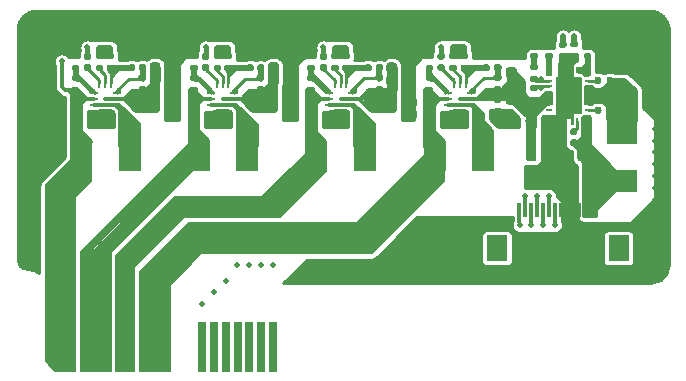
<source format=gbr>
G04 #@! TF.GenerationSoftware,KiCad,Pcbnew,(5.1.8)-1*
G04 #@! TF.CreationDate,2021-09-21T14:18:05+08:00*
G04 #@! TF.ProjectId,PowerSupply,506f7765-7253-4757-9070-6c792e6b6963,rev?*
G04 #@! TF.SameCoordinates,PX5e56640PY77750e0*
G04 #@! TF.FileFunction,Copper,L4,Bot*
G04 #@! TF.FilePolarity,Positive*
%FSLAX46Y46*%
G04 Gerber Fmt 4.6, Leading zero omitted, Abs format (unit mm)*
G04 Created by KiCad (PCBNEW (5.1.8)-1) date 2021-09-21 14:18:05*
%MOMM*%
%LPD*%
G01*
G04 APERTURE LIST*
G04 #@! TA.AperFunction,EtchedComponent*
%ADD10C,0.010000*%
G04 #@! TD*
G04 #@! TA.AperFunction,SMDPad,CuDef*
%ADD11R,2.050000X3.050000*%
G04 #@! TD*
G04 #@! TA.AperFunction,SMDPad,CuDef*
%ADD12R,0.600000X0.240000*%
G04 #@! TD*
G04 #@! TA.AperFunction,SMDPad,CuDef*
%ADD13R,0.240000X0.600000*%
G04 #@! TD*
G04 #@! TA.AperFunction,SMDPad,CuDef*
%ADD14O,0.750000X0.250000*%
G04 #@! TD*
G04 #@! TA.AperFunction,SMDPad,CuDef*
%ADD15O,0.500000X0.300000*%
G04 #@! TD*
G04 #@! TA.AperFunction,SMDPad,CuDef*
%ADD16C,0.100000*%
G04 #@! TD*
G04 #@! TA.AperFunction,SMDPad,CuDef*
%ADD17O,0.250000X0.900000*%
G04 #@! TD*
G04 #@! TA.AperFunction,SMDPad,CuDef*
%ADD18R,1.900000X2.500000*%
G04 #@! TD*
G04 #@! TA.AperFunction,SMDPad,CuDef*
%ADD19R,2.500000X1.900000*%
G04 #@! TD*
G04 #@! TA.AperFunction,SMDPad,CuDef*
%ADD20R,0.300000X1.300000*%
G04 #@! TD*
G04 #@! TA.AperFunction,SMDPad,CuDef*
%ADD21R,1.800000X2.200000*%
G04 #@! TD*
G04 #@! TA.AperFunction,ConnectorPad*
%ADD22R,0.700000X4.300000*%
G04 #@! TD*
G04 #@! TA.AperFunction,ConnectorPad*
%ADD23R,0.700000X3.200000*%
G04 #@! TD*
G04 #@! TA.AperFunction,ViaPad*
%ADD24C,0.500000*%
G04 #@! TD*
G04 #@! TA.AperFunction,Conductor*
%ADD25C,0.250000*%
G04 #@! TD*
G04 #@! TA.AperFunction,Conductor*
%ADD26C,0.500000*%
G04 #@! TD*
G04 #@! TA.AperFunction,Conductor*
%ADD27C,0.700000*%
G04 #@! TD*
G04 #@! TA.AperFunction,Conductor*
%ADD28C,0.450000*%
G04 #@! TD*
G04 #@! TA.AperFunction,Conductor*
%ADD29C,0.350000*%
G04 #@! TD*
G04 #@! TA.AperFunction,Conductor*
%ADD30C,0.150000*%
G04 #@! TD*
G04 #@! TA.AperFunction,Conductor*
%ADD31C,0.900000*%
G04 #@! TD*
G04 #@! TA.AperFunction,Conductor*
%ADD32C,0.600000*%
G04 #@! TD*
G04 #@! TA.AperFunction,Conductor*
%ADD33C,0.300000*%
G04 #@! TD*
G04 #@! TA.AperFunction,Conductor*
%ADD34C,0.254000*%
G04 #@! TD*
G04 #@! TA.AperFunction,Conductor*
%ADD35C,0.100000*%
G04 #@! TD*
G04 APERTURE END LIST*
D10*
G04 #@! TO.C,U1*
G36*
X57445000Y27845000D02*
G01*
X57445000Y28720000D01*
X57444931Y28722617D01*
X57444726Y28725226D01*
X57444384Y28727822D01*
X57443907Y28730396D01*
X57443296Y28732941D01*
X57442553Y28735451D01*
X57441679Y28737918D01*
X57440677Y28740337D01*
X57439550Y28742700D01*
X57438301Y28745000D01*
X57436934Y28747232D01*
X57435451Y28749389D01*
X57433857Y28751466D01*
X57432157Y28753457D01*
X57430355Y28755355D01*
X57428457Y28757157D01*
X57426466Y28758857D01*
X57424389Y28760451D01*
X57422232Y28761934D01*
X57420000Y28763301D01*
X57417700Y28764550D01*
X57415337Y28765677D01*
X57412918Y28766679D01*
X57410451Y28767553D01*
X57407941Y28768296D01*
X57405396Y28768907D01*
X57402822Y28769384D01*
X57400226Y28769726D01*
X57397617Y28769931D01*
X57395000Y28770000D01*
X57295000Y28770000D01*
X57292383Y28769931D01*
X57289774Y28769726D01*
X57287178Y28769384D01*
X57284604Y28768907D01*
X57282059Y28768296D01*
X57279549Y28767553D01*
X57277082Y28766679D01*
X57274663Y28765677D01*
X57272300Y28764550D01*
X57270000Y28763301D01*
X57267768Y28761934D01*
X57265611Y28760451D01*
X57263534Y28758857D01*
X57261543Y28757157D01*
X57259645Y28755355D01*
X57257843Y28753457D01*
X57256143Y28751466D01*
X57254549Y28749389D01*
X57253066Y28747232D01*
X57251699Y28745000D01*
X57250450Y28742700D01*
X57249323Y28740337D01*
X57248321Y28737918D01*
X57247447Y28735451D01*
X57246704Y28732941D01*
X57246093Y28730396D01*
X57245616Y28727822D01*
X57245274Y28725226D01*
X57245069Y28722617D01*
X57245000Y28720000D01*
X57245000Y28245000D01*
X56895000Y28245000D01*
X56895000Y28720000D01*
X56894931Y28722617D01*
X56894726Y28725226D01*
X56894384Y28727822D01*
X56893907Y28730396D01*
X56893296Y28732941D01*
X56892553Y28735451D01*
X56891679Y28737918D01*
X56890677Y28740337D01*
X56889550Y28742700D01*
X56888301Y28745000D01*
X56886934Y28747232D01*
X56885451Y28749389D01*
X56883857Y28751466D01*
X56882157Y28753457D01*
X56880355Y28755355D01*
X56878457Y28757157D01*
X56876466Y28758857D01*
X56874389Y28760451D01*
X56872232Y28761934D01*
X56870000Y28763301D01*
X56867700Y28764550D01*
X56865337Y28765677D01*
X56862918Y28766679D01*
X56860451Y28767553D01*
X56857941Y28768296D01*
X56855396Y28768907D01*
X56852822Y28769384D01*
X56850226Y28769726D01*
X56847617Y28769931D01*
X56845000Y28770000D01*
X56745000Y28770000D01*
X56742383Y28769931D01*
X56739774Y28769726D01*
X56737178Y28769384D01*
X56734604Y28768907D01*
X56732059Y28768296D01*
X56729549Y28767553D01*
X56727082Y28766679D01*
X56724663Y28765677D01*
X56722300Y28764550D01*
X56720000Y28763301D01*
X56717768Y28761934D01*
X56715611Y28760451D01*
X56713534Y28758857D01*
X56711543Y28757157D01*
X56709645Y28755355D01*
X56707843Y28753457D01*
X56706143Y28751466D01*
X56704549Y28749389D01*
X56703066Y28747232D01*
X56701699Y28745000D01*
X56700450Y28742700D01*
X56699323Y28740337D01*
X56698321Y28737918D01*
X56697447Y28735451D01*
X56696704Y28732941D01*
X56696093Y28730396D01*
X56695616Y28727822D01*
X56695274Y28725226D01*
X56695069Y28722617D01*
X56695000Y28720000D01*
X56695000Y27845000D01*
X56095000Y27845000D01*
X56092383Y27844931D01*
X56089774Y27844726D01*
X56087178Y27844384D01*
X56084604Y27843907D01*
X56082059Y27843296D01*
X56079549Y27842553D01*
X56077082Y27841679D01*
X56074663Y27840677D01*
X56072300Y27839550D01*
X56070000Y27838301D01*
X56067768Y27836934D01*
X56065611Y27835451D01*
X56063534Y27833857D01*
X56061543Y27832157D01*
X56059645Y27830355D01*
X56057843Y27828457D01*
X56056143Y27826466D01*
X56054549Y27824389D01*
X56053066Y27822232D01*
X56051699Y27820000D01*
X56050450Y27817700D01*
X56049323Y27815337D01*
X56048321Y27812918D01*
X56047447Y27810451D01*
X56046704Y27807941D01*
X56046093Y27805396D01*
X56045616Y27802822D01*
X56045274Y27800226D01*
X56045069Y27797617D01*
X56045000Y27795000D01*
X56045000Y24845000D01*
X56045069Y24842383D01*
X56045274Y24839774D01*
X56045616Y24837178D01*
X56046093Y24834604D01*
X56046704Y24832059D01*
X56047447Y24829549D01*
X56048321Y24827082D01*
X56049323Y24824663D01*
X56050450Y24822300D01*
X56051699Y24820000D01*
X56053066Y24817768D01*
X56054549Y24815611D01*
X56056143Y24813534D01*
X56057843Y24811543D01*
X56059645Y24809645D01*
X56061543Y24807843D01*
X56063534Y24806143D01*
X56065611Y24804549D01*
X56067768Y24803066D01*
X56070000Y24801699D01*
X56072300Y24800450D01*
X56074663Y24799323D01*
X56077082Y24798321D01*
X56079549Y24797447D01*
X56082059Y24796704D01*
X56084604Y24796093D01*
X56087178Y24795616D01*
X56089774Y24795274D01*
X56092383Y24795069D01*
X56095000Y24795000D01*
X56695000Y24795000D01*
X56695000Y23920000D01*
X56695069Y23917383D01*
X56695274Y23914774D01*
X56695616Y23912178D01*
X56696093Y23909604D01*
X56696704Y23907059D01*
X56697447Y23904549D01*
X56698321Y23902082D01*
X56699323Y23899663D01*
X56700450Y23897300D01*
X56701699Y23895000D01*
X56703066Y23892768D01*
X56704549Y23890611D01*
X56706143Y23888534D01*
X56707843Y23886543D01*
X56709645Y23884645D01*
X56711543Y23882843D01*
X56713534Y23881143D01*
X56715611Y23879549D01*
X56717768Y23878066D01*
X56720000Y23876699D01*
X56722300Y23875450D01*
X56724663Y23874323D01*
X56727082Y23873321D01*
X56729549Y23872447D01*
X56732059Y23871704D01*
X56734604Y23871093D01*
X56737178Y23870616D01*
X56739774Y23870274D01*
X56742383Y23870069D01*
X56745000Y23870000D01*
X56845000Y23870000D01*
X56847617Y23870069D01*
X56850226Y23870274D01*
X56852822Y23870616D01*
X56855396Y23871093D01*
X56857941Y23871704D01*
X56860451Y23872447D01*
X56862918Y23873321D01*
X56865337Y23874323D01*
X56867700Y23875450D01*
X56870000Y23876699D01*
X56872232Y23878066D01*
X56874389Y23879549D01*
X56876466Y23881143D01*
X56878457Y23882843D01*
X56880355Y23884645D01*
X56882157Y23886543D01*
X56883857Y23888534D01*
X56885451Y23890611D01*
X56886934Y23892768D01*
X56888301Y23895000D01*
X56889550Y23897300D01*
X56890677Y23899663D01*
X56891679Y23902082D01*
X56892553Y23904549D01*
X56893296Y23907059D01*
X56893907Y23909604D01*
X56894384Y23912178D01*
X56894726Y23914774D01*
X56894931Y23917383D01*
X56895000Y23920000D01*
X56895000Y24395000D01*
X57245000Y24395000D01*
X57245000Y23920000D01*
X57245069Y23917383D01*
X57245274Y23914774D01*
X57245616Y23912178D01*
X57246093Y23909604D01*
X57246704Y23907059D01*
X57247447Y23904549D01*
X57248321Y23902082D01*
X57249323Y23899663D01*
X57250450Y23897300D01*
X57251699Y23895000D01*
X57253066Y23892768D01*
X57254549Y23890611D01*
X57256143Y23888534D01*
X57257843Y23886543D01*
X57259645Y23884645D01*
X57261543Y23882843D01*
X57263534Y23881143D01*
X57265611Y23879549D01*
X57267768Y23878066D01*
X57270000Y23876699D01*
X57272300Y23875450D01*
X57274663Y23874323D01*
X57277082Y23873321D01*
X57279549Y23872447D01*
X57282059Y23871704D01*
X57284604Y23871093D01*
X57287178Y23870616D01*
X57289774Y23870274D01*
X57292383Y23870069D01*
X57295000Y23870000D01*
X57395000Y23870000D01*
X57397617Y23870069D01*
X57400226Y23870274D01*
X57402822Y23870616D01*
X57405396Y23871093D01*
X57407941Y23871704D01*
X57410451Y23872447D01*
X57412918Y23873321D01*
X57415337Y23874323D01*
X57417700Y23875450D01*
X57420000Y23876699D01*
X57422232Y23878066D01*
X57424389Y23879549D01*
X57426466Y23881143D01*
X57428457Y23882843D01*
X57430355Y23884645D01*
X57432157Y23886543D01*
X57433857Y23888534D01*
X57435451Y23890611D01*
X57436934Y23892768D01*
X57438301Y23895000D01*
X57439550Y23897300D01*
X57440677Y23899663D01*
X57441679Y23902082D01*
X57442553Y23904549D01*
X57443296Y23907059D01*
X57443907Y23909604D01*
X57444384Y23912178D01*
X57444726Y23914774D01*
X57444931Y23917383D01*
X57445000Y23920000D01*
X57445000Y24795000D01*
X58045000Y24795000D01*
X58047617Y24795069D01*
X58050226Y24795274D01*
X58052822Y24795616D01*
X58055396Y24796093D01*
X58057941Y24796704D01*
X58060451Y24797447D01*
X58062918Y24798321D01*
X58065337Y24799323D01*
X58067700Y24800450D01*
X58070000Y24801699D01*
X58072232Y24803066D01*
X58074389Y24804549D01*
X58076466Y24806143D01*
X58078457Y24807843D01*
X58080355Y24809645D01*
X58082157Y24811543D01*
X58083857Y24813534D01*
X58085451Y24815611D01*
X58086934Y24817768D01*
X58088301Y24820000D01*
X58089550Y24822300D01*
X58090677Y24824663D01*
X58091679Y24827082D01*
X58092553Y24829549D01*
X58093296Y24832059D01*
X58093907Y24834604D01*
X58094384Y24837178D01*
X58094726Y24839774D01*
X58094931Y24842383D01*
X58095000Y24845000D01*
X58095000Y27795000D01*
X58094931Y27797617D01*
X58094726Y27800226D01*
X58094384Y27802822D01*
X58093907Y27805396D01*
X58093296Y27807941D01*
X58092553Y27810451D01*
X58091679Y27812918D01*
X58090677Y27815337D01*
X58089550Y27817700D01*
X58088301Y27820000D01*
X58086934Y27822232D01*
X58085451Y27824389D01*
X58083857Y27826466D01*
X58082157Y27828457D01*
X58080355Y27830355D01*
X58078457Y27832157D01*
X58076466Y27833857D01*
X58074389Y27835451D01*
X58072232Y27836934D01*
X58070000Y27838301D01*
X58067700Y27839550D01*
X58065337Y27840677D01*
X58062918Y27841679D01*
X58060451Y27842553D01*
X58057941Y27843296D01*
X58055396Y27843907D01*
X58052822Y27844384D01*
X58050226Y27844726D01*
X58047617Y27844931D01*
X58045000Y27845000D01*
X57445000Y27845000D01*
G37*
X57445000Y27845000D02*
X57445000Y28720000D01*
X57444931Y28722617D01*
X57444726Y28725226D01*
X57444384Y28727822D01*
X57443907Y28730396D01*
X57443296Y28732941D01*
X57442553Y28735451D01*
X57441679Y28737918D01*
X57440677Y28740337D01*
X57439550Y28742700D01*
X57438301Y28745000D01*
X57436934Y28747232D01*
X57435451Y28749389D01*
X57433857Y28751466D01*
X57432157Y28753457D01*
X57430355Y28755355D01*
X57428457Y28757157D01*
X57426466Y28758857D01*
X57424389Y28760451D01*
X57422232Y28761934D01*
X57420000Y28763301D01*
X57417700Y28764550D01*
X57415337Y28765677D01*
X57412918Y28766679D01*
X57410451Y28767553D01*
X57407941Y28768296D01*
X57405396Y28768907D01*
X57402822Y28769384D01*
X57400226Y28769726D01*
X57397617Y28769931D01*
X57395000Y28770000D01*
X57295000Y28770000D01*
X57292383Y28769931D01*
X57289774Y28769726D01*
X57287178Y28769384D01*
X57284604Y28768907D01*
X57282059Y28768296D01*
X57279549Y28767553D01*
X57277082Y28766679D01*
X57274663Y28765677D01*
X57272300Y28764550D01*
X57270000Y28763301D01*
X57267768Y28761934D01*
X57265611Y28760451D01*
X57263534Y28758857D01*
X57261543Y28757157D01*
X57259645Y28755355D01*
X57257843Y28753457D01*
X57256143Y28751466D01*
X57254549Y28749389D01*
X57253066Y28747232D01*
X57251699Y28745000D01*
X57250450Y28742700D01*
X57249323Y28740337D01*
X57248321Y28737918D01*
X57247447Y28735451D01*
X57246704Y28732941D01*
X57246093Y28730396D01*
X57245616Y28727822D01*
X57245274Y28725226D01*
X57245069Y28722617D01*
X57245000Y28720000D01*
X57245000Y28245000D01*
X56895000Y28245000D01*
X56895000Y28720000D01*
X56894931Y28722617D01*
X56894726Y28725226D01*
X56894384Y28727822D01*
X56893907Y28730396D01*
X56893296Y28732941D01*
X56892553Y28735451D01*
X56891679Y28737918D01*
X56890677Y28740337D01*
X56889550Y28742700D01*
X56888301Y28745000D01*
X56886934Y28747232D01*
X56885451Y28749389D01*
X56883857Y28751466D01*
X56882157Y28753457D01*
X56880355Y28755355D01*
X56878457Y28757157D01*
X56876466Y28758857D01*
X56874389Y28760451D01*
X56872232Y28761934D01*
X56870000Y28763301D01*
X56867700Y28764550D01*
X56865337Y28765677D01*
X56862918Y28766679D01*
X56860451Y28767553D01*
X56857941Y28768296D01*
X56855396Y28768907D01*
X56852822Y28769384D01*
X56850226Y28769726D01*
X56847617Y28769931D01*
X56845000Y28770000D01*
X56745000Y28770000D01*
X56742383Y28769931D01*
X56739774Y28769726D01*
X56737178Y28769384D01*
X56734604Y28768907D01*
X56732059Y28768296D01*
X56729549Y28767553D01*
X56727082Y28766679D01*
X56724663Y28765677D01*
X56722300Y28764550D01*
X56720000Y28763301D01*
X56717768Y28761934D01*
X56715611Y28760451D01*
X56713534Y28758857D01*
X56711543Y28757157D01*
X56709645Y28755355D01*
X56707843Y28753457D01*
X56706143Y28751466D01*
X56704549Y28749389D01*
X56703066Y28747232D01*
X56701699Y28745000D01*
X56700450Y28742700D01*
X56699323Y28740337D01*
X56698321Y28737918D01*
X56697447Y28735451D01*
X56696704Y28732941D01*
X56696093Y28730396D01*
X56695616Y28727822D01*
X56695274Y28725226D01*
X56695069Y28722617D01*
X56695000Y28720000D01*
X56695000Y27845000D01*
X56095000Y27845000D01*
X56092383Y27844931D01*
X56089774Y27844726D01*
X56087178Y27844384D01*
X56084604Y27843907D01*
X56082059Y27843296D01*
X56079549Y27842553D01*
X56077082Y27841679D01*
X56074663Y27840677D01*
X56072300Y27839550D01*
X56070000Y27838301D01*
X56067768Y27836934D01*
X56065611Y27835451D01*
X56063534Y27833857D01*
X56061543Y27832157D01*
X56059645Y27830355D01*
X56057843Y27828457D01*
X56056143Y27826466D01*
X56054549Y27824389D01*
X56053066Y27822232D01*
X56051699Y27820000D01*
X56050450Y27817700D01*
X56049323Y27815337D01*
X56048321Y27812918D01*
X56047447Y27810451D01*
X56046704Y27807941D01*
X56046093Y27805396D01*
X56045616Y27802822D01*
X56045274Y27800226D01*
X56045069Y27797617D01*
X56045000Y27795000D01*
X56045000Y24845000D01*
X56045069Y24842383D01*
X56045274Y24839774D01*
X56045616Y24837178D01*
X56046093Y24834604D01*
X56046704Y24832059D01*
X56047447Y24829549D01*
X56048321Y24827082D01*
X56049323Y24824663D01*
X56050450Y24822300D01*
X56051699Y24820000D01*
X56053066Y24817768D01*
X56054549Y24815611D01*
X56056143Y24813534D01*
X56057843Y24811543D01*
X56059645Y24809645D01*
X56061543Y24807843D01*
X56063534Y24806143D01*
X56065611Y24804549D01*
X56067768Y24803066D01*
X56070000Y24801699D01*
X56072300Y24800450D01*
X56074663Y24799323D01*
X56077082Y24798321D01*
X56079549Y24797447D01*
X56082059Y24796704D01*
X56084604Y24796093D01*
X56087178Y24795616D01*
X56089774Y24795274D01*
X56092383Y24795069D01*
X56095000Y24795000D01*
X56695000Y24795000D01*
X56695000Y23920000D01*
X56695069Y23917383D01*
X56695274Y23914774D01*
X56695616Y23912178D01*
X56696093Y23909604D01*
X56696704Y23907059D01*
X56697447Y23904549D01*
X56698321Y23902082D01*
X56699323Y23899663D01*
X56700450Y23897300D01*
X56701699Y23895000D01*
X56703066Y23892768D01*
X56704549Y23890611D01*
X56706143Y23888534D01*
X56707843Y23886543D01*
X56709645Y23884645D01*
X56711543Y23882843D01*
X56713534Y23881143D01*
X56715611Y23879549D01*
X56717768Y23878066D01*
X56720000Y23876699D01*
X56722300Y23875450D01*
X56724663Y23874323D01*
X56727082Y23873321D01*
X56729549Y23872447D01*
X56732059Y23871704D01*
X56734604Y23871093D01*
X56737178Y23870616D01*
X56739774Y23870274D01*
X56742383Y23870069D01*
X56745000Y23870000D01*
X56845000Y23870000D01*
X56847617Y23870069D01*
X56850226Y23870274D01*
X56852822Y23870616D01*
X56855396Y23871093D01*
X56857941Y23871704D01*
X56860451Y23872447D01*
X56862918Y23873321D01*
X56865337Y23874323D01*
X56867700Y23875450D01*
X56870000Y23876699D01*
X56872232Y23878066D01*
X56874389Y23879549D01*
X56876466Y23881143D01*
X56878457Y23882843D01*
X56880355Y23884645D01*
X56882157Y23886543D01*
X56883857Y23888534D01*
X56885451Y23890611D01*
X56886934Y23892768D01*
X56888301Y23895000D01*
X56889550Y23897300D01*
X56890677Y23899663D01*
X56891679Y23902082D01*
X56892553Y23904549D01*
X56893296Y23907059D01*
X56893907Y23909604D01*
X56894384Y23912178D01*
X56894726Y23914774D01*
X56894931Y23917383D01*
X56895000Y23920000D01*
X56895000Y24395000D01*
X57245000Y24395000D01*
X57245000Y23920000D01*
X57245069Y23917383D01*
X57245274Y23914774D01*
X57245616Y23912178D01*
X57246093Y23909604D01*
X57246704Y23907059D01*
X57247447Y23904549D01*
X57248321Y23902082D01*
X57249323Y23899663D01*
X57250450Y23897300D01*
X57251699Y23895000D01*
X57253066Y23892768D01*
X57254549Y23890611D01*
X57256143Y23888534D01*
X57257843Y23886543D01*
X57259645Y23884645D01*
X57261543Y23882843D01*
X57263534Y23881143D01*
X57265611Y23879549D01*
X57267768Y23878066D01*
X57270000Y23876699D01*
X57272300Y23875450D01*
X57274663Y23874323D01*
X57277082Y23873321D01*
X57279549Y23872447D01*
X57282059Y23871704D01*
X57284604Y23871093D01*
X57287178Y23870616D01*
X57289774Y23870274D01*
X57292383Y23870069D01*
X57295000Y23870000D01*
X57395000Y23870000D01*
X57397617Y23870069D01*
X57400226Y23870274D01*
X57402822Y23870616D01*
X57405396Y23871093D01*
X57407941Y23871704D01*
X57410451Y23872447D01*
X57412918Y23873321D01*
X57415337Y23874323D01*
X57417700Y23875450D01*
X57420000Y23876699D01*
X57422232Y23878066D01*
X57424389Y23879549D01*
X57426466Y23881143D01*
X57428457Y23882843D01*
X57430355Y23884645D01*
X57432157Y23886543D01*
X57433857Y23888534D01*
X57435451Y23890611D01*
X57436934Y23892768D01*
X57438301Y23895000D01*
X57439550Y23897300D01*
X57440677Y23899663D01*
X57441679Y23902082D01*
X57442553Y23904549D01*
X57443296Y23907059D01*
X57443907Y23909604D01*
X57444384Y23912178D01*
X57444726Y23914774D01*
X57444931Y23917383D01*
X57445000Y23920000D01*
X57445000Y24795000D01*
X58045000Y24795000D01*
X58047617Y24795069D01*
X58050226Y24795274D01*
X58052822Y24795616D01*
X58055396Y24796093D01*
X58057941Y24796704D01*
X58060451Y24797447D01*
X58062918Y24798321D01*
X58065337Y24799323D01*
X58067700Y24800450D01*
X58070000Y24801699D01*
X58072232Y24803066D01*
X58074389Y24804549D01*
X58076466Y24806143D01*
X58078457Y24807843D01*
X58080355Y24809645D01*
X58082157Y24811543D01*
X58083857Y24813534D01*
X58085451Y24815611D01*
X58086934Y24817768D01*
X58088301Y24820000D01*
X58089550Y24822300D01*
X58090677Y24824663D01*
X58091679Y24827082D01*
X58092553Y24829549D01*
X58093296Y24832059D01*
X58093907Y24834604D01*
X58094384Y24837178D01*
X58094726Y24839774D01*
X58094931Y24842383D01*
X58095000Y24845000D01*
X58095000Y27795000D01*
X58094931Y27797617D01*
X58094726Y27800226D01*
X58094384Y27802822D01*
X58093907Y27805396D01*
X58093296Y27807941D01*
X58092553Y27810451D01*
X58091679Y27812918D01*
X58090677Y27815337D01*
X58089550Y27817700D01*
X58088301Y27820000D01*
X58086934Y27822232D01*
X58085451Y27824389D01*
X58083857Y27826466D01*
X58082157Y27828457D01*
X58080355Y27830355D01*
X58078457Y27832157D01*
X58076466Y27833857D01*
X58074389Y27835451D01*
X58072232Y27836934D01*
X58070000Y27838301D01*
X58067700Y27839550D01*
X58065337Y27840677D01*
X58062918Y27841679D01*
X58060451Y27842553D01*
X58057941Y27843296D01*
X58055396Y27843907D01*
X58052822Y27844384D01*
X58050226Y27844726D01*
X58047617Y27844931D01*
X58045000Y27845000D01*
X57445000Y27845000D01*
G04 #@! TD*
D11*
G04 #@! TO.P,U1,21*
G04 #@! TO.N,GND*
X57070000Y26320000D03*
D12*
G04 #@! TO.P,U1,19*
G04 #@! TO.N,Net-(R2-Pad1)*
X55420000Y28070000D03*
G04 #@! TO.P,U1,18*
G04 #@! TO.N,Net-(C3-Pad1)*
X55420000Y27570000D03*
G04 #@! TO.P,U1,17*
G04 #@! TO.N,Net-(R34-Pad2)*
X55420000Y27070000D03*
G04 #@! TO.P,U1,12*
G04 #@! TO.N,GND*
X55420000Y24570000D03*
G04 #@! TO.P,U1,13*
G04 #@! TO.N,N/C*
X55420000Y25070000D03*
G04 #@! TO.P,U1,14*
G04 #@! TO.N,+5V*
X55420000Y25570000D03*
G04 #@! TO.P,U1,15*
X55420000Y26070000D03*
G04 #@! TO.P,U1,16*
X55420000Y26570000D03*
G04 #@! TO.P,U1,2*
G04 #@! TO.N,Net-(C4-Pad1)*
X58720000Y28070000D03*
G04 #@! TO.P,U1,3*
G04 #@! TO.N,Net-(R7-Pad1)*
X58720000Y27570000D03*
G04 #@! TO.P,U1,4*
G04 #@! TO.N,Net-(C39-Pad2)*
X58720000Y27070000D03*
G04 #@! TO.P,U1,9*
G04 #@! TO.N,BAT+*
X58720000Y24570000D03*
G04 #@! TO.P,U1,8*
G04 #@! TO.N,Net-(C39-Pad1)*
X58720000Y25070000D03*
G04 #@! TO.P,U1,7*
G04 #@! TO.N,Net-(C39-Pad2)*
X58720000Y25570000D03*
G04 #@! TO.P,U1,6*
X58720000Y26070000D03*
G04 #@! TO.P,U1,5*
X58720000Y26570000D03*
D13*
G04 #@! TO.P,U1,11*
G04 #@! TO.N,GND*
X56320000Y24170000D03*
G04 #@! TO.P,U1,10*
G04 #@! TO.N,Net-(C6-Pad1)*
X57820000Y24170000D03*
G04 #@! TO.P,U1,20*
G04 #@! TO.N,GND*
X56320000Y28470000D03*
G04 #@! TO.P,U1,1*
G04 #@! TO.N,Net-(C4-Pad1)*
X57820000Y28470000D03*
G04 #@! TD*
G04 #@! TO.P,J11,1*
G04 #@! TO.N,GND*
G04 #@! TA.AperFunction,SMDPad,CuDef*
G36*
G01*
X21020000Y33085000D02*
X21020000Y32535000D01*
G75*
G02*
X20745000Y32260000I-275000J0D01*
G01*
X14295000Y32260000D01*
G75*
G02*
X14020000Y32535000I0J275000D01*
G01*
X14020000Y33085000D01*
G75*
G02*
X14295000Y33360000I275000J0D01*
G01*
X20745000Y33360000D01*
G75*
G02*
X21020000Y33085000I0J-275000D01*
G01*
G37*
G04 #@! TD.AperFunction*
G04 #@! TD*
G04 #@! TO.P,J10,1*
G04 #@! TO.N,GND*
G04 #@! TA.AperFunction,SMDPad,CuDef*
G36*
G01*
X11465000Y23030000D02*
X10915000Y23030000D01*
G75*
G02*
X10640000Y23305000I0J275000D01*
G01*
X10640000Y29755000D01*
G75*
G02*
X10915000Y30030000I275000J0D01*
G01*
X11465000Y30030000D01*
G75*
G02*
X11740000Y29755000I0J-275000D01*
G01*
X11740000Y23305000D01*
G75*
G02*
X11465000Y23030000I-275000J0D01*
G01*
G37*
G04 #@! TD.AperFunction*
G04 #@! TD*
G04 #@! TO.P,J9,1*
G04 #@! TO.N,GND*
G04 #@! TA.AperFunction,SMDPad,CuDef*
G36*
G01*
X48433334Y11365000D02*
X48433334Y10815000D01*
G75*
G02*
X48158334Y10540000I-275000J0D01*
G01*
X41708334Y10540000D01*
G75*
G02*
X41433334Y10815000I0J275000D01*
G01*
X41433334Y11365000D01*
G75*
G02*
X41708334Y11640000I275000J0D01*
G01*
X48158334Y11640000D01*
G75*
G02*
X48433334Y11365000I0J-275000D01*
G01*
G37*
G04 #@! TD.AperFunction*
G04 #@! TD*
G04 #@! TO.P,J8,1*
G04 #@! TO.N,GND*
G04 #@! TA.AperFunction,SMDPad,CuDef*
G36*
G01*
X34726668Y33085000D02*
X34726668Y32535000D01*
G75*
G02*
X34451668Y32260000I-275000J0D01*
G01*
X28001668Y32260000D01*
G75*
G02*
X27726668Y32535000I0J275000D01*
G01*
X27726668Y33085000D01*
G75*
G02*
X28001668Y33360000I275000J0D01*
G01*
X34451668Y33360000D01*
G75*
G02*
X34726668Y33085000I0J-275000D01*
G01*
G37*
G04 #@! TD.AperFunction*
G04 #@! TD*
G04 #@! TO.P,J7,1*
G04 #@! TO.N,GND*
G04 #@! TA.AperFunction,SMDPad,CuDef*
G36*
G01*
X11465000Y13360000D02*
X10915000Y13360000D01*
G75*
G02*
X10640000Y13635000I0J275000D01*
G01*
X10640000Y20085000D01*
G75*
G02*
X10915000Y20360000I275000J0D01*
G01*
X11465000Y20360000D01*
G75*
G02*
X11740000Y20085000I0J-275000D01*
G01*
X11740000Y13635000D01*
G75*
G02*
X11465000Y13360000I-275000J0D01*
G01*
G37*
G04 #@! TD.AperFunction*
G04 #@! TD*
G04 #@! TO.P,J6,1*
G04 #@! TO.N,GND*
G04 #@! TA.AperFunction,SMDPad,CuDef*
G36*
G01*
X65195000Y22720000D02*
X64645000Y22720000D01*
G75*
G02*
X64370000Y22995000I0J275000D01*
G01*
X64370000Y29445000D01*
G75*
G02*
X64645000Y29720000I275000J0D01*
G01*
X65195000Y29720000D01*
G75*
G02*
X65470000Y29445000I0J-275000D01*
G01*
X65470000Y22995000D01*
G75*
G02*
X65195000Y22720000I-275000J0D01*
G01*
G37*
G04 #@! TD.AperFunction*
G04 #@! TD*
G04 #@! TO.P,J4,1*
G04 #@! TO.N,GND*
G04 #@! TA.AperFunction,SMDPad,CuDef*
G36*
G01*
X48433334Y33085000D02*
X48433334Y32535000D01*
G75*
G02*
X48158334Y32260000I-275000J0D01*
G01*
X41708334Y32260000D01*
G75*
G02*
X41433334Y32535000I0J275000D01*
G01*
X41433334Y33085000D01*
G75*
G02*
X41708334Y33360000I275000J0D01*
G01*
X48158334Y33360000D01*
G75*
G02*
X48433334Y33085000I0J-275000D01*
G01*
G37*
G04 #@! TD.AperFunction*
G04 #@! TD*
G04 #@! TO.P,J3,1*
G04 #@! TO.N,GND*
G04 #@! TA.AperFunction,SMDPad,CuDef*
G36*
G01*
X65195000Y13360000D02*
X64645000Y13360000D01*
G75*
G02*
X64370000Y13635000I0J275000D01*
G01*
X64370000Y20085000D01*
G75*
G02*
X64645000Y20360000I275000J0D01*
G01*
X65195000Y20360000D01*
G75*
G02*
X65470000Y20085000I0J-275000D01*
G01*
X65470000Y13635000D01*
G75*
G02*
X65195000Y13360000I-275000J0D01*
G01*
G37*
G04 #@! TD.AperFunction*
G04 #@! TD*
G04 #@! TO.P,J2,1*
G04 #@! TO.N,GND*
G04 #@! TA.AperFunction,SMDPad,CuDef*
G36*
G01*
X62140000Y33085000D02*
X62140000Y32535000D01*
G75*
G02*
X61865000Y32260000I-275000J0D01*
G01*
X55415000Y32260000D01*
G75*
G02*
X55140000Y32535000I0J275000D01*
G01*
X55140000Y33085000D01*
G75*
G02*
X55415000Y33360000I275000J0D01*
G01*
X61865000Y33360000D01*
G75*
G02*
X62140000Y33085000I0J-275000D01*
G01*
G37*
G04 #@! TD.AperFunction*
G04 #@! TD*
G04 #@! TO.P,R15,2*
G04 #@! TO.N,PG_1.5*
G04 #@! TA.AperFunction,SMDPad,CuDef*
G36*
G01*
X31195000Y27550000D02*
X30825000Y27550000D01*
G75*
G02*
X30690000Y27685000I0J135000D01*
G01*
X30690000Y27955000D01*
G75*
G02*
X30825000Y28090000I135000J0D01*
G01*
X31195000Y28090000D01*
G75*
G02*
X31330000Y27955000I0J-135000D01*
G01*
X31330000Y27685000D01*
G75*
G02*
X31195000Y27550000I-135000J0D01*
G01*
G37*
G04 #@! TD.AperFunction*
G04 #@! TO.P,R15,1*
G04 #@! TO.N,+5V*
G04 #@! TA.AperFunction,SMDPad,CuDef*
G36*
G01*
X31195000Y26530000D02*
X30825000Y26530000D01*
G75*
G02*
X30690000Y26665000I0J135000D01*
G01*
X30690000Y26935000D01*
G75*
G02*
X30825000Y27070000I135000J0D01*
G01*
X31195000Y27070000D01*
G75*
G02*
X31330000Y26935000I0J-135000D01*
G01*
X31330000Y26665000D01*
G75*
G02*
X31195000Y26530000I-135000J0D01*
G01*
G37*
G04 #@! TD.AperFunction*
G04 #@! TD*
G04 #@! TO.P,D4,2*
G04 #@! TO.N,PG_3.3*
G04 #@! TA.AperFunction,SMDPad,CuDef*
G36*
G01*
X50907500Y28960000D02*
X51252500Y28960000D01*
G75*
G02*
X51400000Y28812500I0J-147500D01*
G01*
X51400000Y28517500D01*
G75*
G02*
X51252500Y28370000I-147500J0D01*
G01*
X50907500Y28370000D01*
G75*
G02*
X50760000Y28517500I0J147500D01*
G01*
X50760000Y28812500D01*
G75*
G02*
X50907500Y28960000I147500J0D01*
G01*
G37*
G04 #@! TD.AperFunction*
G04 #@! TO.P,D4,1*
G04 #@! TO.N,GND*
G04 #@! TA.AperFunction,SMDPad,CuDef*
G36*
G01*
X50907500Y29930000D02*
X51252500Y29930000D01*
G75*
G02*
X51400000Y29782500I0J-147500D01*
G01*
X51400000Y29487500D01*
G75*
G02*
X51252500Y29340000I-147500J0D01*
G01*
X50907500Y29340000D01*
G75*
G02*
X50760000Y29487500I0J147500D01*
G01*
X50760000Y29782500D01*
G75*
G02*
X50907500Y29930000I147500J0D01*
G01*
G37*
G04 #@! TD.AperFunction*
G04 #@! TD*
G04 #@! TO.P,D3,2*
G04 #@! TO.N,PG_2.5*
G04 #@! TA.AperFunction,SMDPad,CuDef*
G36*
G01*
X40887500Y28950000D02*
X41232500Y28950000D01*
G75*
G02*
X41380000Y28802500I0J-147500D01*
G01*
X41380000Y28507500D01*
G75*
G02*
X41232500Y28360000I-147500J0D01*
G01*
X40887500Y28360000D01*
G75*
G02*
X40740000Y28507500I0J147500D01*
G01*
X40740000Y28802500D01*
G75*
G02*
X40887500Y28950000I147500J0D01*
G01*
G37*
G04 #@! TD.AperFunction*
G04 #@! TO.P,D3,1*
G04 #@! TO.N,GND*
G04 #@! TA.AperFunction,SMDPad,CuDef*
G36*
G01*
X40887500Y29920000D02*
X41232500Y29920000D01*
G75*
G02*
X41380000Y29772500I0J-147500D01*
G01*
X41380000Y29477500D01*
G75*
G02*
X41232500Y29330000I-147500J0D01*
G01*
X40887500Y29330000D01*
G75*
G02*
X40740000Y29477500I0J147500D01*
G01*
X40740000Y29772500D01*
G75*
G02*
X40887500Y29920000I147500J0D01*
G01*
G37*
G04 #@! TD.AperFunction*
G04 #@! TD*
G04 #@! TO.P,D2,2*
G04 #@! TO.N,PG_1.5*
G04 #@! TA.AperFunction,SMDPad,CuDef*
G36*
G01*
X30837500Y28930000D02*
X31182500Y28930000D01*
G75*
G02*
X31330000Y28782500I0J-147500D01*
G01*
X31330000Y28487500D01*
G75*
G02*
X31182500Y28340000I-147500J0D01*
G01*
X30837500Y28340000D01*
G75*
G02*
X30690000Y28487500I0J147500D01*
G01*
X30690000Y28782500D01*
G75*
G02*
X30837500Y28930000I147500J0D01*
G01*
G37*
G04 #@! TD.AperFunction*
G04 #@! TO.P,D2,1*
G04 #@! TO.N,GND*
G04 #@! TA.AperFunction,SMDPad,CuDef*
G36*
G01*
X30837500Y29900000D02*
X31182500Y29900000D01*
G75*
G02*
X31330000Y29752500I0J-147500D01*
G01*
X31330000Y29457500D01*
G75*
G02*
X31182500Y29310000I-147500J0D01*
G01*
X30837500Y29310000D01*
G75*
G02*
X30690000Y29457500I0J147500D01*
G01*
X30690000Y29752500D01*
G75*
G02*
X30837500Y29900000I147500J0D01*
G01*
G37*
G04 #@! TD.AperFunction*
G04 #@! TD*
G04 #@! TO.P,D1,2*
G04 #@! TO.N,PG_1.2*
G04 #@! TA.AperFunction,SMDPad,CuDef*
G36*
G01*
X20847500Y28950000D02*
X21192500Y28950000D01*
G75*
G02*
X21340000Y28802500I0J-147500D01*
G01*
X21340000Y28507500D01*
G75*
G02*
X21192500Y28360000I-147500J0D01*
G01*
X20847500Y28360000D01*
G75*
G02*
X20700000Y28507500I0J147500D01*
G01*
X20700000Y28802500D01*
G75*
G02*
X20847500Y28950000I147500J0D01*
G01*
G37*
G04 #@! TD.AperFunction*
G04 #@! TO.P,D1,1*
G04 #@! TO.N,GND*
G04 #@! TA.AperFunction,SMDPad,CuDef*
G36*
G01*
X20847500Y29920000D02*
X21192500Y29920000D01*
G75*
G02*
X21340000Y29772500I0J-147500D01*
G01*
X21340000Y29477500D01*
G75*
G02*
X21192500Y29330000I-147500J0D01*
G01*
X20847500Y29330000D01*
G75*
G02*
X20700000Y29477500I0J147500D01*
G01*
X20700000Y29772500D01*
G75*
G02*
X20847500Y29920000I147500J0D01*
G01*
G37*
G04 #@! TD.AperFunction*
G04 #@! TD*
D14*
G04 #@! TO.P,U5,8*
G04 #@! TO.N,+5V*
X48200000Y26029999D03*
X48440000Y26029999D03*
D15*
X47870000Y26029999D03*
G04 #@! TA.AperFunction,SMDPad,CuDef*
D16*
G04 #@! TO.P,U5,10*
G04 #@! TO.N,GND*
G36*
X48179289Y24851420D02*
G01*
X48391421Y24639288D01*
X48320711Y24568578D01*
X48108579Y24780710D01*
X48179289Y24851420D01*
G37*
G04 #@! TD.AperFunction*
G04 #@! TA.AperFunction,SMDPad,CuDef*
G36*
X48141421Y24790710D02*
G01*
X47929289Y24578578D01*
X47858579Y24649288D01*
X48070711Y24861420D01*
X48141421Y24790710D01*
G37*
G04 #@! TD.AperFunction*
G04 #@! TA.AperFunction,SMDPad,CuDef*
G36*
X47641421Y24790710D02*
G01*
X47429289Y24578578D01*
X47358579Y24649288D01*
X47570711Y24861420D01*
X47641421Y24790710D01*
G37*
G04 #@! TD.AperFunction*
G04 #@! TA.AperFunction,SMDPad,CuDef*
G36*
X47810711Y24578578D02*
G01*
X47598579Y24790710D01*
X47669289Y24861420D01*
X47881421Y24649288D01*
X47810711Y24578578D01*
G37*
G04 #@! TD.AperFunction*
G04 #@! TA.AperFunction,SMDPad,CuDef*
G36*
G01*
X47245000Y24829999D02*
X47245000Y25029999D01*
G75*
G02*
X47345000Y25129999I100000J0D01*
G01*
X48395000Y25129999D01*
G75*
G02*
X48495000Y25029999I0J-100000D01*
G01*
X48495000Y24829999D01*
G75*
G02*
X48395000Y24729999I-100000J0D01*
G01*
X47345000Y24729999D01*
G75*
G02*
X47245000Y24829999I0J100000D01*
G01*
G37*
G04 #@! TD.AperFunction*
D17*
G04 #@! TO.P,U5,12*
X47370000Y24679999D03*
G04 #@! TO.P,U5,11*
X47870000Y24679999D03*
G04 #@! TO.P,U5,10*
X48370000Y24679999D03*
D14*
G04 #@! TO.P,U5,9*
G04 #@! TO.N,Net-(L5-Pad1)*
X48845000Y25529999D03*
G04 #@! TO.P,U5,8*
G04 #@! TO.N,+5V*
X48845000Y26029999D03*
G04 #@! TO.P,U5,7*
G04 #@! TO.N,PG_3.3*
X48845000Y26529999D03*
D17*
G04 #@! TO.P,U5,6*
G04 #@! TO.N,Net-(C31-Pad1)*
X48370000Y27379999D03*
G04 #@! TO.P,U5,5*
G04 #@! TO.N,Net-(R26-Pad2)*
X47870000Y27379999D03*
G04 #@! TO.P,U5,4*
G04 #@! TO.N,Net-(C32-Pad2)*
X47370000Y27379999D03*
D14*
G04 #@! TO.P,U5,3*
G04 #@! TO.N,Net-(R27-Pad2)*
X46895000Y26529999D03*
G04 #@! TO.P,U5,2*
G04 #@! TO.N,+3V3*
X46895000Y26029999D03*
G04 #@! TO.P,U5,1*
G04 #@! TO.N,Net-(L5-Pad1)*
X46895000Y25529999D03*
G04 #@! TD*
G04 #@! TO.P,U4,8*
G04 #@! TO.N,+5V*
X38100000Y26029999D03*
X38340000Y26029999D03*
D15*
X37770000Y26029999D03*
G04 #@! TA.AperFunction,SMDPad,CuDef*
D16*
G04 #@! TO.P,U4,10*
G04 #@! TO.N,GND*
G36*
X38079289Y24851420D02*
G01*
X38291421Y24639288D01*
X38220711Y24568578D01*
X38008579Y24780710D01*
X38079289Y24851420D01*
G37*
G04 #@! TD.AperFunction*
G04 #@! TA.AperFunction,SMDPad,CuDef*
G36*
X38041421Y24790710D02*
G01*
X37829289Y24578578D01*
X37758579Y24649288D01*
X37970711Y24861420D01*
X38041421Y24790710D01*
G37*
G04 #@! TD.AperFunction*
G04 #@! TA.AperFunction,SMDPad,CuDef*
G36*
X37541421Y24790710D02*
G01*
X37329289Y24578578D01*
X37258579Y24649288D01*
X37470711Y24861420D01*
X37541421Y24790710D01*
G37*
G04 #@! TD.AperFunction*
G04 #@! TA.AperFunction,SMDPad,CuDef*
G36*
X37710711Y24578578D02*
G01*
X37498579Y24790710D01*
X37569289Y24861420D01*
X37781421Y24649288D01*
X37710711Y24578578D01*
G37*
G04 #@! TD.AperFunction*
G04 #@! TA.AperFunction,SMDPad,CuDef*
G36*
G01*
X37145000Y24829999D02*
X37145000Y25029999D01*
G75*
G02*
X37245000Y25129999I100000J0D01*
G01*
X38295000Y25129999D01*
G75*
G02*
X38395000Y25029999I0J-100000D01*
G01*
X38395000Y24829999D01*
G75*
G02*
X38295000Y24729999I-100000J0D01*
G01*
X37245000Y24729999D01*
G75*
G02*
X37145000Y24829999I0J100000D01*
G01*
G37*
G04 #@! TD.AperFunction*
D17*
G04 #@! TO.P,U4,12*
X37270000Y24679999D03*
G04 #@! TO.P,U4,11*
X37770000Y24679999D03*
G04 #@! TO.P,U4,10*
X38270000Y24679999D03*
D14*
G04 #@! TO.P,U4,9*
G04 #@! TO.N,Net-(L4-Pad1)*
X38745000Y25529999D03*
G04 #@! TO.P,U4,8*
G04 #@! TO.N,+5V*
X38745000Y26029999D03*
G04 #@! TO.P,U4,7*
G04 #@! TO.N,PG_2.5*
X38745000Y26529999D03*
D17*
G04 #@! TO.P,U4,6*
G04 #@! TO.N,Net-(C21-Pad1)*
X38270000Y27379999D03*
G04 #@! TO.P,U4,5*
G04 #@! TO.N,Net-(R18-Pad2)*
X37770000Y27379999D03*
G04 #@! TO.P,U4,4*
G04 #@! TO.N,Net-(C23-Pad2)*
X37270000Y27379999D03*
D14*
G04 #@! TO.P,U4,3*
G04 #@! TO.N,Net-(R21-Pad2)*
X36795000Y26529999D03*
G04 #@! TO.P,U4,2*
G04 #@! TO.N,+2V5*
X36795000Y26029999D03*
G04 #@! TO.P,U4,1*
G04 #@! TO.N,Net-(L4-Pad1)*
X36795000Y25529999D03*
G04 #@! TD*
G04 #@! TO.P,U3,8*
G04 #@! TO.N,+5V*
X28110000Y26029999D03*
X28350000Y26029999D03*
D15*
X27780000Y26029999D03*
G04 #@! TA.AperFunction,SMDPad,CuDef*
D16*
G04 #@! TO.P,U3,10*
G04 #@! TO.N,GND*
G36*
X28089289Y24851420D02*
G01*
X28301421Y24639288D01*
X28230711Y24568578D01*
X28018579Y24780710D01*
X28089289Y24851420D01*
G37*
G04 #@! TD.AperFunction*
G04 #@! TA.AperFunction,SMDPad,CuDef*
G36*
X28051421Y24790710D02*
G01*
X27839289Y24578578D01*
X27768579Y24649288D01*
X27980711Y24861420D01*
X28051421Y24790710D01*
G37*
G04 #@! TD.AperFunction*
G04 #@! TA.AperFunction,SMDPad,CuDef*
G36*
X27551421Y24790710D02*
G01*
X27339289Y24578578D01*
X27268579Y24649288D01*
X27480711Y24861420D01*
X27551421Y24790710D01*
G37*
G04 #@! TD.AperFunction*
G04 #@! TA.AperFunction,SMDPad,CuDef*
G36*
X27720711Y24578578D02*
G01*
X27508579Y24790710D01*
X27579289Y24861420D01*
X27791421Y24649288D01*
X27720711Y24578578D01*
G37*
G04 #@! TD.AperFunction*
G04 #@! TA.AperFunction,SMDPad,CuDef*
G36*
G01*
X27155000Y24829999D02*
X27155000Y25029999D01*
G75*
G02*
X27255000Y25129999I100000J0D01*
G01*
X28305000Y25129999D01*
G75*
G02*
X28405000Y25029999I0J-100000D01*
G01*
X28405000Y24829999D01*
G75*
G02*
X28305000Y24729999I-100000J0D01*
G01*
X27255000Y24729999D01*
G75*
G02*
X27155000Y24829999I0J100000D01*
G01*
G37*
G04 #@! TD.AperFunction*
D17*
G04 #@! TO.P,U3,12*
X27280000Y24679999D03*
G04 #@! TO.P,U3,11*
X27780000Y24679999D03*
G04 #@! TO.P,U3,10*
X28280000Y24679999D03*
D14*
G04 #@! TO.P,U3,9*
G04 #@! TO.N,Net-(L3-Pad1)*
X28755000Y25529999D03*
G04 #@! TO.P,U3,8*
G04 #@! TO.N,+5V*
X28755000Y26029999D03*
G04 #@! TO.P,U3,7*
G04 #@! TO.N,PG_1.5*
X28755000Y26529999D03*
D17*
G04 #@! TO.P,U3,6*
G04 #@! TO.N,Net-(C20-Pad1)*
X28280000Y27379999D03*
G04 #@! TO.P,U3,5*
G04 #@! TO.N,Net-(R17-Pad2)*
X27780000Y27379999D03*
G04 #@! TO.P,U3,4*
G04 #@! TO.N,Net-(C22-Pad2)*
X27280000Y27379999D03*
D14*
G04 #@! TO.P,U3,3*
G04 #@! TO.N,Net-(R19-Pad2)*
X26805000Y26529999D03*
G04 #@! TO.P,U3,2*
G04 #@! TO.N,+1V5*
X26805000Y26029999D03*
G04 #@! TO.P,U3,1*
G04 #@! TO.N,Net-(L3-Pad1)*
X26805000Y25529999D03*
G04 #@! TD*
G04 #@! TO.P,U2,8*
G04 #@! TO.N,+5V*
X18190000Y26040000D03*
X18430000Y26040000D03*
D15*
X17860000Y26040000D03*
G04 #@! TA.AperFunction,SMDPad,CuDef*
D16*
G04 #@! TO.P,U2,10*
G04 #@! TO.N,GND*
G36*
X18169289Y24861421D02*
G01*
X18381421Y24649289D01*
X18310711Y24578579D01*
X18098579Y24790711D01*
X18169289Y24861421D01*
G37*
G04 #@! TD.AperFunction*
G04 #@! TA.AperFunction,SMDPad,CuDef*
G36*
X18131421Y24800711D02*
G01*
X17919289Y24588579D01*
X17848579Y24659289D01*
X18060711Y24871421D01*
X18131421Y24800711D01*
G37*
G04 #@! TD.AperFunction*
G04 #@! TA.AperFunction,SMDPad,CuDef*
G36*
X17631421Y24800711D02*
G01*
X17419289Y24588579D01*
X17348579Y24659289D01*
X17560711Y24871421D01*
X17631421Y24800711D01*
G37*
G04 #@! TD.AperFunction*
G04 #@! TA.AperFunction,SMDPad,CuDef*
G36*
X17800711Y24588579D02*
G01*
X17588579Y24800711D01*
X17659289Y24871421D01*
X17871421Y24659289D01*
X17800711Y24588579D01*
G37*
G04 #@! TD.AperFunction*
G04 #@! TA.AperFunction,SMDPad,CuDef*
G36*
G01*
X17235000Y24840000D02*
X17235000Y25040000D01*
G75*
G02*
X17335000Y25140000I100000J0D01*
G01*
X18385000Y25140000D01*
G75*
G02*
X18485000Y25040000I0J-100000D01*
G01*
X18485000Y24840000D01*
G75*
G02*
X18385000Y24740000I-100000J0D01*
G01*
X17335000Y24740000D01*
G75*
G02*
X17235000Y24840000I0J100000D01*
G01*
G37*
G04 #@! TD.AperFunction*
D17*
G04 #@! TO.P,U2,12*
X17360000Y24690000D03*
G04 #@! TO.P,U2,11*
X17860000Y24690000D03*
G04 #@! TO.P,U2,10*
X18360000Y24690000D03*
D14*
G04 #@! TO.P,U2,9*
G04 #@! TO.N,Net-(L2-Pad1)*
X18835000Y25540000D03*
G04 #@! TO.P,U2,8*
G04 #@! TO.N,+5V*
X18835000Y26040000D03*
G04 #@! TO.P,U2,7*
G04 #@! TO.N,PG_1.2*
X18835000Y26540000D03*
D17*
G04 #@! TO.P,U2,6*
G04 #@! TO.N,Net-(C10-Pad1)*
X18360000Y27390000D03*
G04 #@! TO.P,U2,5*
G04 #@! TO.N,Net-(R6-Pad2)*
X17860000Y27390000D03*
G04 #@! TO.P,U2,4*
G04 #@! TO.N,Net-(C11-Pad2)*
X17360000Y27390000D03*
D14*
G04 #@! TO.P,U2,3*
G04 #@! TO.N,Net-(R10-Pad1)*
X16885000Y26540000D03*
G04 #@! TO.P,U2,2*
G04 #@! TO.N,+1V2*
X16885000Y26040000D03*
G04 #@! TO.P,U2,1*
G04 #@! TO.N,Net-(L2-Pad1)*
X16885000Y25540000D03*
G04 #@! TD*
G04 #@! TO.P,R28,2*
G04 #@! TO.N,GND*
G04 #@! TA.AperFunction,SMDPad,CuDef*
G36*
G01*
X45485000Y29380000D02*
X45115000Y29380000D01*
G75*
G02*
X44980000Y29515000I0J135000D01*
G01*
X44980000Y29785000D01*
G75*
G02*
X45115000Y29920000I135000J0D01*
G01*
X45485000Y29920000D01*
G75*
G02*
X45620000Y29785000I0J-135000D01*
G01*
X45620000Y29515000D01*
G75*
G02*
X45485000Y29380000I-135000J0D01*
G01*
G37*
G04 #@! TD.AperFunction*
G04 #@! TO.P,R28,1*
G04 #@! TO.N,Net-(R27-Pad2)*
G04 #@! TA.AperFunction,SMDPad,CuDef*
G36*
G01*
X45485000Y28360000D02*
X45115000Y28360000D01*
G75*
G02*
X44980000Y28495000I0J135000D01*
G01*
X44980000Y28765000D01*
G75*
G02*
X45115000Y28900000I135000J0D01*
G01*
X45485000Y28900000D01*
G75*
G02*
X45620000Y28765000I0J-135000D01*
G01*
X45620000Y28495000D01*
G75*
G02*
X45485000Y28360000I-135000J0D01*
G01*
G37*
G04 #@! TD.AperFunction*
G04 #@! TD*
G04 #@! TO.P,R27,2*
G04 #@! TO.N,Net-(R27-Pad2)*
G04 #@! TA.AperFunction,SMDPad,CuDef*
G36*
G01*
X45485000Y27520000D02*
X45115000Y27520000D01*
G75*
G02*
X44980000Y27655000I0J135000D01*
G01*
X44980000Y27925000D01*
G75*
G02*
X45115000Y28060000I135000J0D01*
G01*
X45485000Y28060000D01*
G75*
G02*
X45620000Y27925000I0J-135000D01*
G01*
X45620000Y27655000D01*
G75*
G02*
X45485000Y27520000I-135000J0D01*
G01*
G37*
G04 #@! TD.AperFunction*
G04 #@! TO.P,R27,1*
G04 #@! TO.N,+3V3*
G04 #@! TA.AperFunction,SMDPad,CuDef*
G36*
G01*
X45485000Y26500000D02*
X45115000Y26500000D01*
G75*
G02*
X44980000Y26635000I0J135000D01*
G01*
X44980000Y26905000D01*
G75*
G02*
X45115000Y27040000I135000J0D01*
G01*
X45485000Y27040000D01*
G75*
G02*
X45620000Y26905000I0J-135000D01*
G01*
X45620000Y26635000D01*
G75*
G02*
X45485000Y26500000I-135000J0D01*
G01*
G37*
G04 #@! TD.AperFunction*
G04 #@! TD*
G04 #@! TO.P,R26,2*
G04 #@! TO.N,Net-(R26-Pad2)*
G04 #@! TA.AperFunction,SMDPad,CuDef*
G36*
G01*
X47125000Y28900000D02*
X47495000Y28900000D01*
G75*
G02*
X47630000Y28765000I0J-135000D01*
G01*
X47630000Y28495000D01*
G75*
G02*
X47495000Y28360000I-135000J0D01*
G01*
X47125000Y28360000D01*
G75*
G02*
X46990000Y28495000I0J135000D01*
G01*
X46990000Y28765000D01*
G75*
G02*
X47125000Y28900000I135000J0D01*
G01*
G37*
G04 #@! TD.AperFunction*
G04 #@! TO.P,R26,1*
G04 #@! TO.N,+5V*
G04 #@! TA.AperFunction,SMDPad,CuDef*
G36*
G01*
X47125000Y29920000D02*
X47495000Y29920000D01*
G75*
G02*
X47630000Y29785000I0J-135000D01*
G01*
X47630000Y29515000D01*
G75*
G02*
X47495000Y29380000I-135000J0D01*
G01*
X47125000Y29380000D01*
G75*
G02*
X46990000Y29515000I0J135000D01*
G01*
X46990000Y29785000D01*
G75*
G02*
X47125000Y29920000I135000J0D01*
G01*
G37*
G04 #@! TD.AperFunction*
G04 #@! TD*
G04 #@! TO.P,R25,2*
G04 #@! TO.N,PG_3.3*
G04 #@! TA.AperFunction,SMDPad,CuDef*
G36*
G01*
X51265000Y27550000D02*
X50895000Y27550000D01*
G75*
G02*
X50760000Y27685000I0J135000D01*
G01*
X50760000Y27955000D01*
G75*
G02*
X50895000Y28090000I135000J0D01*
G01*
X51265000Y28090000D01*
G75*
G02*
X51400000Y27955000I0J-135000D01*
G01*
X51400000Y27685000D01*
G75*
G02*
X51265000Y27550000I-135000J0D01*
G01*
G37*
G04 #@! TD.AperFunction*
G04 #@! TO.P,R25,1*
G04 #@! TO.N,+5V*
G04 #@! TA.AperFunction,SMDPad,CuDef*
G36*
G01*
X51265000Y26530000D02*
X50895000Y26530000D01*
G75*
G02*
X50760000Y26665000I0J135000D01*
G01*
X50760000Y26935000D01*
G75*
G02*
X50895000Y27070000I135000J0D01*
G01*
X51265000Y27070000D01*
G75*
G02*
X51400000Y26935000I0J-135000D01*
G01*
X51400000Y26665000D01*
G75*
G02*
X51265000Y26530000I-135000J0D01*
G01*
G37*
G04 #@! TD.AperFunction*
G04 #@! TD*
G04 #@! TO.P,R24,2*
G04 #@! TO.N,GND*
G04 #@! TA.AperFunction,SMDPad,CuDef*
G36*
G01*
X49405000Y29390000D02*
X49035000Y29390000D01*
G75*
G02*
X48900000Y29525000I0J135000D01*
G01*
X48900000Y29795000D01*
G75*
G02*
X49035000Y29930000I135000J0D01*
G01*
X49405000Y29930000D01*
G75*
G02*
X49540000Y29795000I0J-135000D01*
G01*
X49540000Y29525000D01*
G75*
G02*
X49405000Y29390000I-135000J0D01*
G01*
G37*
G04 #@! TD.AperFunction*
G04 #@! TO.P,R24,1*
G04 #@! TO.N,Net-(C31-Pad1)*
G04 #@! TA.AperFunction,SMDPad,CuDef*
G36*
G01*
X49405000Y28370000D02*
X49035000Y28370000D01*
G75*
G02*
X48900000Y28505000I0J135000D01*
G01*
X48900000Y28775000D01*
G75*
G02*
X49035000Y28910000I135000J0D01*
G01*
X49405000Y28910000D01*
G75*
G02*
X49540000Y28775000I0J-135000D01*
G01*
X49540000Y28505000D01*
G75*
G02*
X49405000Y28370000I-135000J0D01*
G01*
G37*
G04 #@! TD.AperFunction*
G04 #@! TD*
G04 #@! TO.P,R23,2*
G04 #@! TO.N,Net-(C31-Pad1)*
G04 #@! TA.AperFunction,SMDPad,CuDef*
G36*
G01*
X48065000Y28900000D02*
X48435000Y28900000D01*
G75*
G02*
X48570000Y28765000I0J-135000D01*
G01*
X48570000Y28495000D01*
G75*
G02*
X48435000Y28360000I-135000J0D01*
G01*
X48065000Y28360000D01*
G75*
G02*
X47930000Y28495000I0J135000D01*
G01*
X47930000Y28765000D01*
G75*
G02*
X48065000Y28900000I135000J0D01*
G01*
G37*
G04 #@! TD.AperFunction*
G04 #@! TO.P,R23,1*
G04 #@! TO.N,+5V*
G04 #@! TA.AperFunction,SMDPad,CuDef*
G36*
G01*
X48065000Y29920000D02*
X48435000Y29920000D01*
G75*
G02*
X48570000Y29785000I0J-135000D01*
G01*
X48570000Y29515000D01*
G75*
G02*
X48435000Y29380000I-135000J0D01*
G01*
X48065000Y29380000D01*
G75*
G02*
X47930000Y29515000I0J135000D01*
G01*
X47930000Y29785000D01*
G75*
G02*
X48065000Y29920000I135000J0D01*
G01*
G37*
G04 #@! TD.AperFunction*
G04 #@! TD*
G04 #@! TO.P,R22,2*
G04 #@! TO.N,GND*
G04 #@! TA.AperFunction,SMDPad,CuDef*
G36*
G01*
X35465000Y29380000D02*
X35095000Y29380000D01*
G75*
G02*
X34960000Y29515000I0J135000D01*
G01*
X34960000Y29785000D01*
G75*
G02*
X35095000Y29920000I135000J0D01*
G01*
X35465000Y29920000D01*
G75*
G02*
X35600000Y29785000I0J-135000D01*
G01*
X35600000Y29515000D01*
G75*
G02*
X35465000Y29380000I-135000J0D01*
G01*
G37*
G04 #@! TD.AperFunction*
G04 #@! TO.P,R22,1*
G04 #@! TO.N,Net-(R21-Pad2)*
G04 #@! TA.AperFunction,SMDPad,CuDef*
G36*
G01*
X35465000Y28360000D02*
X35095000Y28360000D01*
G75*
G02*
X34960000Y28495000I0J135000D01*
G01*
X34960000Y28765000D01*
G75*
G02*
X35095000Y28900000I135000J0D01*
G01*
X35465000Y28900000D01*
G75*
G02*
X35600000Y28765000I0J-135000D01*
G01*
X35600000Y28495000D01*
G75*
G02*
X35465000Y28360000I-135000J0D01*
G01*
G37*
G04 #@! TD.AperFunction*
G04 #@! TD*
G04 #@! TO.P,R21,2*
G04 #@! TO.N,Net-(R21-Pad2)*
G04 #@! TA.AperFunction,SMDPad,CuDef*
G36*
G01*
X35465000Y27520000D02*
X35095000Y27520000D01*
G75*
G02*
X34960000Y27655000I0J135000D01*
G01*
X34960000Y27925000D01*
G75*
G02*
X35095000Y28060000I135000J0D01*
G01*
X35465000Y28060000D01*
G75*
G02*
X35600000Y27925000I0J-135000D01*
G01*
X35600000Y27655000D01*
G75*
G02*
X35465000Y27520000I-135000J0D01*
G01*
G37*
G04 #@! TD.AperFunction*
G04 #@! TO.P,R21,1*
G04 #@! TO.N,+2V5*
G04 #@! TA.AperFunction,SMDPad,CuDef*
G36*
G01*
X35465000Y26500000D02*
X35095000Y26500000D01*
G75*
G02*
X34960000Y26635000I0J135000D01*
G01*
X34960000Y26905000D01*
G75*
G02*
X35095000Y27040000I135000J0D01*
G01*
X35465000Y27040000D01*
G75*
G02*
X35600000Y26905000I0J-135000D01*
G01*
X35600000Y26635000D01*
G75*
G02*
X35465000Y26500000I-135000J0D01*
G01*
G37*
G04 #@! TD.AperFunction*
G04 #@! TD*
G04 #@! TO.P,R20,2*
G04 #@! TO.N,GND*
G04 #@! TA.AperFunction,SMDPad,CuDef*
G36*
G01*
X25535000Y29380000D02*
X25165000Y29380000D01*
G75*
G02*
X25030000Y29515000I0J135000D01*
G01*
X25030000Y29785000D01*
G75*
G02*
X25165000Y29920000I135000J0D01*
G01*
X25535000Y29920000D01*
G75*
G02*
X25670000Y29785000I0J-135000D01*
G01*
X25670000Y29515000D01*
G75*
G02*
X25535000Y29380000I-135000J0D01*
G01*
G37*
G04 #@! TD.AperFunction*
G04 #@! TO.P,R20,1*
G04 #@! TO.N,Net-(R19-Pad2)*
G04 #@! TA.AperFunction,SMDPad,CuDef*
G36*
G01*
X25535000Y28360000D02*
X25165000Y28360000D01*
G75*
G02*
X25030000Y28495000I0J135000D01*
G01*
X25030000Y28765000D01*
G75*
G02*
X25165000Y28900000I135000J0D01*
G01*
X25535000Y28900000D01*
G75*
G02*
X25670000Y28765000I0J-135000D01*
G01*
X25670000Y28495000D01*
G75*
G02*
X25535000Y28360000I-135000J0D01*
G01*
G37*
G04 #@! TD.AperFunction*
G04 #@! TD*
G04 #@! TO.P,R19,2*
G04 #@! TO.N,Net-(R19-Pad2)*
G04 #@! TA.AperFunction,SMDPad,CuDef*
G36*
G01*
X25534999Y27520000D02*
X25164999Y27520000D01*
G75*
G02*
X25029999Y27655000I0J135000D01*
G01*
X25029999Y27925000D01*
G75*
G02*
X25164999Y28060000I135000J0D01*
G01*
X25534999Y28060000D01*
G75*
G02*
X25669999Y27925000I0J-135000D01*
G01*
X25669999Y27655000D01*
G75*
G02*
X25534999Y27520000I-135000J0D01*
G01*
G37*
G04 #@! TD.AperFunction*
G04 #@! TO.P,R19,1*
G04 #@! TO.N,+1V5*
G04 #@! TA.AperFunction,SMDPad,CuDef*
G36*
G01*
X25534999Y26500000D02*
X25164999Y26500000D01*
G75*
G02*
X25029999Y26635000I0J135000D01*
G01*
X25029999Y26905000D01*
G75*
G02*
X25164999Y27040000I135000J0D01*
G01*
X25534999Y27040000D01*
G75*
G02*
X25669999Y26905000I0J-135000D01*
G01*
X25669999Y26635000D01*
G75*
G02*
X25534999Y26500000I-135000J0D01*
G01*
G37*
G04 #@! TD.AperFunction*
G04 #@! TD*
G04 #@! TO.P,R18,2*
G04 #@! TO.N,Net-(R18-Pad2)*
G04 #@! TA.AperFunction,SMDPad,CuDef*
G36*
G01*
X37135000Y28900000D02*
X37505000Y28900000D01*
G75*
G02*
X37640000Y28765000I0J-135000D01*
G01*
X37640000Y28495000D01*
G75*
G02*
X37505000Y28360000I-135000J0D01*
G01*
X37135000Y28360000D01*
G75*
G02*
X37000000Y28495000I0J135000D01*
G01*
X37000000Y28765000D01*
G75*
G02*
X37135000Y28900000I135000J0D01*
G01*
G37*
G04 #@! TD.AperFunction*
G04 #@! TO.P,R18,1*
G04 #@! TO.N,+5V*
G04 #@! TA.AperFunction,SMDPad,CuDef*
G36*
G01*
X37135000Y29920000D02*
X37505000Y29920000D01*
G75*
G02*
X37640000Y29785000I0J-135000D01*
G01*
X37640000Y29515000D01*
G75*
G02*
X37505000Y29380000I-135000J0D01*
G01*
X37135000Y29380000D01*
G75*
G02*
X37000000Y29515000I0J135000D01*
G01*
X37000000Y29785000D01*
G75*
G02*
X37135000Y29920000I135000J0D01*
G01*
G37*
G04 #@! TD.AperFunction*
G04 #@! TD*
G04 #@! TO.P,R17,2*
G04 #@! TO.N,Net-(R17-Pad2)*
G04 #@! TA.AperFunction,SMDPad,CuDef*
G36*
G01*
X27165001Y28900000D02*
X27535001Y28900000D01*
G75*
G02*
X27670001Y28765000I0J-135000D01*
G01*
X27670001Y28495000D01*
G75*
G02*
X27535001Y28360000I-135000J0D01*
G01*
X27165001Y28360000D01*
G75*
G02*
X27030001Y28495000I0J135000D01*
G01*
X27030001Y28765000D01*
G75*
G02*
X27165001Y28900000I135000J0D01*
G01*
G37*
G04 #@! TD.AperFunction*
G04 #@! TO.P,R17,1*
G04 #@! TO.N,+5V*
G04 #@! TA.AperFunction,SMDPad,CuDef*
G36*
G01*
X27165001Y29920000D02*
X27535001Y29920000D01*
G75*
G02*
X27670001Y29785000I0J-135000D01*
G01*
X27670001Y29515000D01*
G75*
G02*
X27535001Y29380000I-135000J0D01*
G01*
X27165001Y29380000D01*
G75*
G02*
X27030001Y29515000I0J135000D01*
G01*
X27030001Y29785000D01*
G75*
G02*
X27165001Y29920000I135000J0D01*
G01*
G37*
G04 #@! TD.AperFunction*
G04 #@! TD*
G04 #@! TO.P,R16,2*
G04 #@! TO.N,PG_2.5*
G04 #@! TA.AperFunction,SMDPad,CuDef*
G36*
G01*
X41245000Y27550000D02*
X40875000Y27550000D01*
G75*
G02*
X40740000Y27685000I0J135000D01*
G01*
X40740000Y27955000D01*
G75*
G02*
X40875000Y28090000I135000J0D01*
G01*
X41245000Y28090000D01*
G75*
G02*
X41380000Y27955000I0J-135000D01*
G01*
X41380000Y27685000D01*
G75*
G02*
X41245000Y27550000I-135000J0D01*
G01*
G37*
G04 #@! TD.AperFunction*
G04 #@! TO.P,R16,1*
G04 #@! TO.N,+5V*
G04 #@! TA.AperFunction,SMDPad,CuDef*
G36*
G01*
X41245000Y26530000D02*
X40875000Y26530000D01*
G75*
G02*
X40740000Y26665000I0J135000D01*
G01*
X40740000Y26935000D01*
G75*
G02*
X40875000Y27070000I135000J0D01*
G01*
X41245000Y27070000D01*
G75*
G02*
X41380000Y26935000I0J-135000D01*
G01*
X41380000Y26665000D01*
G75*
G02*
X41245000Y26530000I-135000J0D01*
G01*
G37*
G04 #@! TD.AperFunction*
G04 #@! TD*
G04 #@! TO.P,R14,2*
G04 #@! TO.N,GND*
G04 #@! TA.AperFunction,SMDPad,CuDef*
G36*
G01*
X39415000Y29380000D02*
X39045000Y29380000D01*
G75*
G02*
X38910000Y29515000I0J135000D01*
G01*
X38910000Y29785000D01*
G75*
G02*
X39045000Y29920000I135000J0D01*
G01*
X39415000Y29920000D01*
G75*
G02*
X39550000Y29785000I0J-135000D01*
G01*
X39550000Y29515000D01*
G75*
G02*
X39415000Y29380000I-135000J0D01*
G01*
G37*
G04 #@! TD.AperFunction*
G04 #@! TO.P,R14,1*
G04 #@! TO.N,Net-(C21-Pad1)*
G04 #@! TA.AperFunction,SMDPad,CuDef*
G36*
G01*
X39415000Y28360000D02*
X39045000Y28360000D01*
G75*
G02*
X38910000Y28495000I0J135000D01*
G01*
X38910000Y28765000D01*
G75*
G02*
X39045000Y28900000I135000J0D01*
G01*
X39415000Y28900000D01*
G75*
G02*
X39550000Y28765000I0J-135000D01*
G01*
X39550000Y28495000D01*
G75*
G02*
X39415000Y28360000I-135000J0D01*
G01*
G37*
G04 #@! TD.AperFunction*
G04 #@! TD*
G04 #@! TO.P,R13,2*
G04 #@! TO.N,Net-(C21-Pad1)*
G04 #@! TA.AperFunction,SMDPad,CuDef*
G36*
G01*
X38055000Y28900000D02*
X38425000Y28900000D01*
G75*
G02*
X38560000Y28765000I0J-135000D01*
G01*
X38560000Y28495000D01*
G75*
G02*
X38425000Y28360000I-135000J0D01*
G01*
X38055000Y28360000D01*
G75*
G02*
X37920000Y28495000I0J135000D01*
G01*
X37920000Y28765000D01*
G75*
G02*
X38055000Y28900000I135000J0D01*
G01*
G37*
G04 #@! TD.AperFunction*
G04 #@! TO.P,R13,1*
G04 #@! TO.N,+5V*
G04 #@! TA.AperFunction,SMDPad,CuDef*
G36*
G01*
X38055000Y29920000D02*
X38425000Y29920000D01*
G75*
G02*
X38560000Y29785000I0J-135000D01*
G01*
X38560000Y29515000D01*
G75*
G02*
X38425000Y29380000I-135000J0D01*
G01*
X38055000Y29380000D01*
G75*
G02*
X37920000Y29515000I0J135000D01*
G01*
X37920000Y29785000D01*
G75*
G02*
X38055000Y29920000I135000J0D01*
G01*
G37*
G04 #@! TD.AperFunction*
G04 #@! TD*
G04 #@! TO.P,R12,2*
G04 #@! TO.N,GND*
G04 #@! TA.AperFunction,SMDPad,CuDef*
G36*
G01*
X29424999Y29380000D02*
X29054999Y29380000D01*
G75*
G02*
X28919999Y29515000I0J135000D01*
G01*
X28919999Y29785000D01*
G75*
G02*
X29054999Y29920000I135000J0D01*
G01*
X29424999Y29920000D01*
G75*
G02*
X29559999Y29785000I0J-135000D01*
G01*
X29559999Y29515000D01*
G75*
G02*
X29424999Y29380000I-135000J0D01*
G01*
G37*
G04 #@! TD.AperFunction*
G04 #@! TO.P,R12,1*
G04 #@! TO.N,Net-(C20-Pad1)*
G04 #@! TA.AperFunction,SMDPad,CuDef*
G36*
G01*
X29424999Y28360000D02*
X29054999Y28360000D01*
G75*
G02*
X28919999Y28495000I0J135000D01*
G01*
X28919999Y28765000D01*
G75*
G02*
X29054999Y28900000I135000J0D01*
G01*
X29424999Y28900000D01*
G75*
G02*
X29559999Y28765000I0J-135000D01*
G01*
X29559999Y28495000D01*
G75*
G02*
X29424999Y28360000I-135000J0D01*
G01*
G37*
G04 #@! TD.AperFunction*
G04 #@! TD*
G04 #@! TO.P,R11,2*
G04 #@! TO.N,Net-(C20-Pad1)*
G04 #@! TA.AperFunction,SMDPad,CuDef*
G36*
G01*
X28065000Y28900000D02*
X28435000Y28900000D01*
G75*
G02*
X28570000Y28765000I0J-135000D01*
G01*
X28570000Y28495000D01*
G75*
G02*
X28435000Y28360000I-135000J0D01*
G01*
X28065000Y28360000D01*
G75*
G02*
X27930000Y28495000I0J135000D01*
G01*
X27930000Y28765000D01*
G75*
G02*
X28065000Y28900000I135000J0D01*
G01*
G37*
G04 #@! TD.AperFunction*
G04 #@! TO.P,R11,1*
G04 #@! TO.N,+5V*
G04 #@! TA.AperFunction,SMDPad,CuDef*
G36*
G01*
X28065000Y29920000D02*
X28435000Y29920000D01*
G75*
G02*
X28570000Y29785000I0J-135000D01*
G01*
X28570000Y29515000D01*
G75*
G02*
X28435000Y29380000I-135000J0D01*
G01*
X28065000Y29380000D01*
G75*
G02*
X27930000Y29515000I0J135000D01*
G01*
X27930000Y29785000D01*
G75*
G02*
X28065000Y29920000I135000J0D01*
G01*
G37*
G04 #@! TD.AperFunction*
G04 #@! TD*
G04 #@! TO.P,R10,2*
G04 #@! TO.N,GND*
G04 #@! TA.AperFunction,SMDPad,CuDef*
G36*
G01*
X15515000Y29380000D02*
X15145000Y29380000D01*
G75*
G02*
X15010000Y29515000I0J135000D01*
G01*
X15010000Y29785000D01*
G75*
G02*
X15145000Y29920000I135000J0D01*
G01*
X15515000Y29920000D01*
G75*
G02*
X15650000Y29785000I0J-135000D01*
G01*
X15650000Y29515000D01*
G75*
G02*
X15515000Y29380000I-135000J0D01*
G01*
G37*
G04 #@! TD.AperFunction*
G04 #@! TO.P,R10,1*
G04 #@! TO.N,Net-(R10-Pad1)*
G04 #@! TA.AperFunction,SMDPad,CuDef*
G36*
G01*
X15515000Y28360000D02*
X15145000Y28360000D01*
G75*
G02*
X15010000Y28495000I0J135000D01*
G01*
X15010000Y28765000D01*
G75*
G02*
X15145000Y28900000I135000J0D01*
G01*
X15515000Y28900000D01*
G75*
G02*
X15650000Y28765000I0J-135000D01*
G01*
X15650000Y28495000D01*
G75*
G02*
X15515000Y28360000I-135000J0D01*
G01*
G37*
G04 #@! TD.AperFunction*
G04 #@! TD*
G04 #@! TO.P,R9,2*
G04 #@! TO.N,Net-(R10-Pad1)*
G04 #@! TA.AperFunction,SMDPad,CuDef*
G36*
G01*
X15515000Y27520000D02*
X15145000Y27520000D01*
G75*
G02*
X15010000Y27655000I0J135000D01*
G01*
X15010000Y27925000D01*
G75*
G02*
X15145000Y28060000I135000J0D01*
G01*
X15515000Y28060000D01*
G75*
G02*
X15650000Y27925000I0J-135000D01*
G01*
X15650000Y27655000D01*
G75*
G02*
X15515000Y27520000I-135000J0D01*
G01*
G37*
G04 #@! TD.AperFunction*
G04 #@! TO.P,R9,1*
G04 #@! TO.N,+1V2*
G04 #@! TA.AperFunction,SMDPad,CuDef*
G36*
G01*
X15515000Y26500000D02*
X15145000Y26500000D01*
G75*
G02*
X15010000Y26635000I0J135000D01*
G01*
X15010000Y26905000D01*
G75*
G02*
X15145000Y27040000I135000J0D01*
G01*
X15515000Y27040000D01*
G75*
G02*
X15650000Y26905000I0J-135000D01*
G01*
X15650000Y26635000D01*
G75*
G02*
X15515000Y26500000I-135000J0D01*
G01*
G37*
G04 #@! TD.AperFunction*
G04 #@! TD*
G04 #@! TO.P,R6,2*
G04 #@! TO.N,Net-(R6-Pad2)*
G04 #@! TA.AperFunction,SMDPad,CuDef*
G36*
G01*
X17175000Y28900000D02*
X17545000Y28900000D01*
G75*
G02*
X17680000Y28765000I0J-135000D01*
G01*
X17680000Y28495000D01*
G75*
G02*
X17545000Y28360000I-135000J0D01*
G01*
X17175000Y28360000D01*
G75*
G02*
X17040000Y28495000I0J135000D01*
G01*
X17040000Y28765000D01*
G75*
G02*
X17175000Y28900000I135000J0D01*
G01*
G37*
G04 #@! TD.AperFunction*
G04 #@! TO.P,R6,1*
G04 #@! TO.N,+5V*
G04 #@! TA.AperFunction,SMDPad,CuDef*
G36*
G01*
X17175000Y29920000D02*
X17545000Y29920000D01*
G75*
G02*
X17680000Y29785000I0J-135000D01*
G01*
X17680000Y29515000D01*
G75*
G02*
X17545000Y29380000I-135000J0D01*
G01*
X17175000Y29380000D01*
G75*
G02*
X17040000Y29515000I0J135000D01*
G01*
X17040000Y29785000D01*
G75*
G02*
X17175000Y29920000I135000J0D01*
G01*
G37*
G04 #@! TD.AperFunction*
G04 #@! TD*
G04 #@! TO.P,R5,2*
G04 #@! TO.N,PG_1.2*
G04 #@! TA.AperFunction,SMDPad,CuDef*
G36*
G01*
X21205000Y27550000D02*
X20835000Y27550000D01*
G75*
G02*
X20700000Y27685000I0J135000D01*
G01*
X20700000Y27955000D01*
G75*
G02*
X20835000Y28090000I135000J0D01*
G01*
X21205000Y28090000D01*
G75*
G02*
X21340000Y27955000I0J-135000D01*
G01*
X21340000Y27685000D01*
G75*
G02*
X21205000Y27550000I-135000J0D01*
G01*
G37*
G04 #@! TD.AperFunction*
G04 #@! TO.P,R5,1*
G04 #@! TO.N,+5V*
G04 #@! TA.AperFunction,SMDPad,CuDef*
G36*
G01*
X21205000Y26530000D02*
X20835000Y26530000D01*
G75*
G02*
X20700000Y26665000I0J135000D01*
G01*
X20700000Y26935000D01*
G75*
G02*
X20835000Y27070000I135000J0D01*
G01*
X21205000Y27070000D01*
G75*
G02*
X21340000Y26935000I0J-135000D01*
G01*
X21340000Y26665000D01*
G75*
G02*
X21205000Y26530000I-135000J0D01*
G01*
G37*
G04 #@! TD.AperFunction*
G04 #@! TD*
G04 #@! TO.P,R4,2*
G04 #@! TO.N,GND*
G04 #@! TA.AperFunction,SMDPad,CuDef*
G36*
G01*
X19405000Y29380000D02*
X19035000Y29380000D01*
G75*
G02*
X18900000Y29515000I0J135000D01*
G01*
X18900000Y29785000D01*
G75*
G02*
X19035000Y29920000I135000J0D01*
G01*
X19405000Y29920000D01*
G75*
G02*
X19540000Y29785000I0J-135000D01*
G01*
X19540000Y29515000D01*
G75*
G02*
X19405000Y29380000I-135000J0D01*
G01*
G37*
G04 #@! TD.AperFunction*
G04 #@! TO.P,R4,1*
G04 #@! TO.N,Net-(C10-Pad1)*
G04 #@! TA.AperFunction,SMDPad,CuDef*
G36*
G01*
X19405000Y28360000D02*
X19035000Y28360000D01*
G75*
G02*
X18900000Y28495000I0J135000D01*
G01*
X18900000Y28765000D01*
G75*
G02*
X19035000Y28900000I135000J0D01*
G01*
X19405000Y28900000D01*
G75*
G02*
X19540000Y28765000I0J-135000D01*
G01*
X19540000Y28495000D01*
G75*
G02*
X19405000Y28360000I-135000J0D01*
G01*
G37*
G04 #@! TD.AperFunction*
G04 #@! TD*
G04 #@! TO.P,R3,2*
G04 #@! TO.N,Net-(C10-Pad1)*
G04 #@! TA.AperFunction,SMDPad,CuDef*
G36*
G01*
X18095000Y28900000D02*
X18465000Y28900000D01*
G75*
G02*
X18600000Y28765000I0J-135000D01*
G01*
X18600000Y28495000D01*
G75*
G02*
X18465000Y28360000I-135000J0D01*
G01*
X18095000Y28360000D01*
G75*
G02*
X17960000Y28495000I0J135000D01*
G01*
X17960000Y28765000D01*
G75*
G02*
X18095000Y28900000I135000J0D01*
G01*
G37*
G04 #@! TD.AperFunction*
G04 #@! TO.P,R3,1*
G04 #@! TO.N,+5V*
G04 #@! TA.AperFunction,SMDPad,CuDef*
G36*
G01*
X18095000Y29920000D02*
X18465000Y29920000D01*
G75*
G02*
X18600000Y29785000I0J-135000D01*
G01*
X18600000Y29515000D01*
G75*
G02*
X18465000Y29380000I-135000J0D01*
G01*
X18095000Y29380000D01*
G75*
G02*
X17960000Y29515000I0J135000D01*
G01*
X17960000Y29785000D01*
G75*
G02*
X18095000Y29920000I135000J0D01*
G01*
G37*
G04 #@! TD.AperFunction*
G04 #@! TD*
D18*
G04 #@! TO.P,L5,2*
G04 #@! TO.N,+3V3*
X45730000Y21200000D03*
G04 #@! TO.P,L5,1*
G04 #@! TO.N,Net-(L5-Pad1)*
X49830000Y21200000D03*
G04 #@! TD*
G04 #@! TO.P,L4,2*
G04 #@! TO.N,+2V5*
X35720000Y21200000D03*
G04 #@! TO.P,L4,1*
G04 #@! TO.N,Net-(L4-Pad1)*
X39820000Y21200000D03*
G04 #@! TD*
G04 #@! TO.P,L3,2*
G04 #@! TO.N,+1V5*
X25760000Y21200000D03*
G04 #@! TO.P,L3,1*
G04 #@! TO.N,Net-(L3-Pad1)*
X29860000Y21200000D03*
G04 #@! TD*
G04 #@! TO.P,L2,2*
G04 #@! TO.N,+1V2*
X15820000Y21200000D03*
G04 #@! TO.P,L2,1*
G04 #@! TO.N,Net-(L2-Pad1)*
X19920000Y21200000D03*
G04 #@! TD*
G04 #@! TO.P,C34,2*
G04 #@! TO.N,GND*
G04 #@! TA.AperFunction,SMDPad,CuDef*
G36*
G01*
X44215000Y25970001D02*
X44215000Y25470001D01*
G75*
G02*
X43990000Y25245001I-225000J0D01*
G01*
X43540000Y25245001D01*
G75*
G02*
X43315000Y25470001I0J225000D01*
G01*
X43315000Y25970001D01*
G75*
G02*
X43540000Y26195001I225000J0D01*
G01*
X43990000Y26195001D01*
G75*
G02*
X44215000Y25970001I0J-225000D01*
G01*
G37*
G04 #@! TD.AperFunction*
G04 #@! TO.P,C34,1*
G04 #@! TO.N,+3V3*
G04 #@! TA.AperFunction,SMDPad,CuDef*
G36*
G01*
X45765000Y25970001D02*
X45765000Y25470001D01*
G75*
G02*
X45540000Y25245001I-225000J0D01*
G01*
X45090000Y25245001D01*
G75*
G02*
X44865000Y25470001I0J225000D01*
G01*
X44865000Y25970001D01*
G75*
G02*
X45090000Y26195001I225000J0D01*
G01*
X45540000Y26195001D01*
G75*
G02*
X45765000Y25970001I0J-225000D01*
G01*
G37*
G04 #@! TD.AperFunction*
G04 #@! TD*
G04 #@! TO.P,C33,2*
G04 #@! TO.N,GND*
G04 #@! TA.AperFunction,SMDPad,CuDef*
G36*
G01*
X44215000Y24950000D02*
X44215000Y24450000D01*
G75*
G02*
X43990000Y24225000I-225000J0D01*
G01*
X43540000Y24225000D01*
G75*
G02*
X43315000Y24450000I0J225000D01*
G01*
X43315000Y24950000D01*
G75*
G02*
X43540000Y25175000I225000J0D01*
G01*
X43990000Y25175000D01*
G75*
G02*
X44215000Y24950000I0J-225000D01*
G01*
G37*
G04 #@! TD.AperFunction*
G04 #@! TO.P,C33,1*
G04 #@! TO.N,+3V3*
G04 #@! TA.AperFunction,SMDPad,CuDef*
G36*
G01*
X45765000Y24950000D02*
X45765000Y24450000D01*
G75*
G02*
X45540000Y24225000I-225000J0D01*
G01*
X45090000Y24225000D01*
G75*
G02*
X44865000Y24450000I0J225000D01*
G01*
X44865000Y24950000D01*
G75*
G02*
X45090000Y25175000I225000J0D01*
G01*
X45540000Y25175000D01*
G75*
G02*
X45765000Y24950000I0J-225000D01*
G01*
G37*
G04 #@! TD.AperFunction*
G04 #@! TD*
G04 #@! TO.P,C32,2*
G04 #@! TO.N,Net-(C32-Pad2)*
G04 #@! TA.AperFunction,SMDPad,CuDef*
G36*
G01*
X46110000Y28940000D02*
X46450000Y28940000D01*
G75*
G02*
X46590000Y28800000I0J-140000D01*
G01*
X46590000Y28520000D01*
G75*
G02*
X46450000Y28380000I-140000J0D01*
G01*
X46110000Y28380000D01*
G75*
G02*
X45970000Y28520000I0J140000D01*
G01*
X45970000Y28800000D01*
G75*
G02*
X46110000Y28940000I140000J0D01*
G01*
G37*
G04 #@! TD.AperFunction*
G04 #@! TO.P,C32,1*
G04 #@! TO.N,+3V3*
G04 #@! TA.AperFunction,SMDPad,CuDef*
G36*
G01*
X46110000Y29900000D02*
X46450000Y29900000D01*
G75*
G02*
X46590000Y29760000I0J-140000D01*
G01*
X46590000Y29480000D01*
G75*
G02*
X46450000Y29340000I-140000J0D01*
G01*
X46110000Y29340000D01*
G75*
G02*
X45970000Y29480000I0J140000D01*
G01*
X45970000Y29760000D01*
G75*
G02*
X46110000Y29900000I140000J0D01*
G01*
G37*
G04 #@! TD.AperFunction*
G04 #@! TD*
G04 #@! TO.P,C31,2*
G04 #@! TO.N,GND*
G04 #@! TA.AperFunction,SMDPad,CuDef*
G36*
G01*
X50270000Y29350000D02*
X49930000Y29350000D01*
G75*
G02*
X49790000Y29490000I0J140000D01*
G01*
X49790000Y29770000D01*
G75*
G02*
X49930000Y29910000I140000J0D01*
G01*
X50270000Y29910000D01*
G75*
G02*
X50410000Y29770000I0J-140000D01*
G01*
X50410000Y29490000D01*
G75*
G02*
X50270000Y29350000I-140000J0D01*
G01*
G37*
G04 #@! TD.AperFunction*
G04 #@! TO.P,C31,1*
G04 #@! TO.N,Net-(C31-Pad1)*
G04 #@! TA.AperFunction,SMDPad,CuDef*
G36*
G01*
X50270000Y28390000D02*
X49930000Y28390000D01*
G75*
G02*
X49790000Y28530000I0J140000D01*
G01*
X49790000Y28810000D01*
G75*
G02*
X49930000Y28950000I140000J0D01*
G01*
X50270000Y28950000D01*
G75*
G02*
X50410000Y28810000I0J-140000D01*
G01*
X50410000Y28530000D01*
G75*
G02*
X50270000Y28390000I-140000J0D01*
G01*
G37*
G04 #@! TD.AperFunction*
G04 #@! TD*
G04 #@! TO.P,C30,2*
G04 #@! TO.N,GND*
G04 #@! TA.AperFunction,SMDPad,CuDef*
G36*
G01*
X42940000Y26480000D02*
X42940000Y26820000D01*
G75*
G02*
X43080000Y26960000I140000J0D01*
G01*
X43360000Y26960000D01*
G75*
G02*
X43500000Y26820000I0J-140000D01*
G01*
X43500000Y26480000D01*
G75*
G02*
X43360000Y26340000I-140000J0D01*
G01*
X43080000Y26340000D01*
G75*
G02*
X42940000Y26480000I0J140000D01*
G01*
G37*
G04 #@! TD.AperFunction*
G04 #@! TO.P,C30,1*
G04 #@! TO.N,+5V*
G04 #@! TA.AperFunction,SMDPad,CuDef*
G36*
G01*
X41980000Y26480000D02*
X41980000Y26820000D01*
G75*
G02*
X42120000Y26960000I140000J0D01*
G01*
X42400000Y26960000D01*
G75*
G02*
X42540000Y26820000I0J-140000D01*
G01*
X42540000Y26480000D01*
G75*
G02*
X42400000Y26340000I-140000J0D01*
G01*
X42120000Y26340000D01*
G75*
G02*
X41980000Y26480000I0J140000D01*
G01*
G37*
G04 #@! TD.AperFunction*
G04 #@! TD*
G04 #@! TO.P,C29,2*
G04 #@! TO.N,GND*
G04 #@! TA.AperFunction,SMDPad,CuDef*
G36*
G01*
X23165000Y27370000D02*
X23165000Y27870000D01*
G75*
G02*
X23390000Y28095000I225000J0D01*
G01*
X23840000Y28095000D01*
G75*
G02*
X24065000Y27870000I0J-225000D01*
G01*
X24065000Y27370000D01*
G75*
G02*
X23840000Y27145000I-225000J0D01*
G01*
X23390000Y27145000D01*
G75*
G02*
X23165000Y27370000I0J225000D01*
G01*
G37*
G04 #@! TD.AperFunction*
G04 #@! TO.P,C29,1*
G04 #@! TO.N,+5V*
G04 #@! TA.AperFunction,SMDPad,CuDef*
G36*
G01*
X21615000Y27370000D02*
X21615000Y27870000D01*
G75*
G02*
X21840000Y28095000I225000J0D01*
G01*
X22290000Y28095000D01*
G75*
G02*
X22515000Y27870000I0J-225000D01*
G01*
X22515000Y27370000D01*
G75*
G02*
X22290000Y27145000I-225000J0D01*
G01*
X21840000Y27145000D01*
G75*
G02*
X21615000Y27370000I0J225000D01*
G01*
G37*
G04 #@! TD.AperFunction*
G04 #@! TD*
G04 #@! TO.P,C28,1*
G04 #@! TO.N,+5V*
G04 #@! TA.AperFunction,SMDPad,CuDef*
G36*
G01*
X52480000Y27795000D02*
X51980000Y27795000D01*
G75*
G02*
X51755000Y28020000I0J225000D01*
G01*
X51755000Y28470000D01*
G75*
G02*
X51980000Y28695000I225000J0D01*
G01*
X52480000Y28695000D01*
G75*
G02*
X52705000Y28470000I0J-225000D01*
G01*
X52705000Y28020000D01*
G75*
G02*
X52480000Y27795000I-225000J0D01*
G01*
G37*
G04 #@! TD.AperFunction*
G04 #@! TO.P,C28,2*
G04 #@! TO.N,GND*
G04 #@! TA.AperFunction,SMDPad,CuDef*
G36*
G01*
X52480000Y29345000D02*
X51980000Y29345000D01*
G75*
G02*
X51755000Y29570000I0J225000D01*
G01*
X51755000Y30020000D01*
G75*
G02*
X51980000Y30245000I225000J0D01*
G01*
X52480000Y30245000D01*
G75*
G02*
X52705000Y30020000I0J-225000D01*
G01*
X52705000Y29570000D01*
G75*
G02*
X52480000Y29345000I-225000J0D01*
G01*
G37*
G04 #@! TD.AperFunction*
G04 #@! TD*
G04 #@! TO.P,C27,2*
G04 #@! TO.N,GND*
G04 #@! TA.AperFunction,SMDPad,CuDef*
G36*
G01*
X34215000Y24950000D02*
X34215000Y24450000D01*
G75*
G02*
X33990000Y24225000I-225000J0D01*
G01*
X33540000Y24225000D01*
G75*
G02*
X33315000Y24450000I0J225000D01*
G01*
X33315000Y24950000D01*
G75*
G02*
X33540000Y25175000I225000J0D01*
G01*
X33990000Y25175000D01*
G75*
G02*
X34215000Y24950000I0J-225000D01*
G01*
G37*
G04 #@! TD.AperFunction*
G04 #@! TO.P,C27,1*
G04 #@! TO.N,+2V5*
G04 #@! TA.AperFunction,SMDPad,CuDef*
G36*
G01*
X35765000Y24950000D02*
X35765000Y24450000D01*
G75*
G02*
X35540000Y24225000I-225000J0D01*
G01*
X35090000Y24225000D01*
G75*
G02*
X34865000Y24450000I0J225000D01*
G01*
X34865000Y24950000D01*
G75*
G02*
X35090000Y25175000I225000J0D01*
G01*
X35540000Y25175000D01*
G75*
G02*
X35765000Y24950000I0J-225000D01*
G01*
G37*
G04 #@! TD.AperFunction*
G04 #@! TD*
G04 #@! TO.P,C26,2*
G04 #@! TO.N,GND*
G04 #@! TA.AperFunction,SMDPad,CuDef*
G36*
G01*
X24255000Y25970001D02*
X24255000Y25470001D01*
G75*
G02*
X24030000Y25245001I-225000J0D01*
G01*
X23580000Y25245001D01*
G75*
G02*
X23355000Y25470001I0J225000D01*
G01*
X23355000Y25970001D01*
G75*
G02*
X23580000Y26195001I225000J0D01*
G01*
X24030000Y26195001D01*
G75*
G02*
X24255000Y25970001I0J-225000D01*
G01*
G37*
G04 #@! TD.AperFunction*
G04 #@! TO.P,C26,1*
G04 #@! TO.N,+1V5*
G04 #@! TA.AperFunction,SMDPad,CuDef*
G36*
G01*
X25805000Y25970001D02*
X25805000Y25470001D01*
G75*
G02*
X25580000Y25245001I-225000J0D01*
G01*
X25130000Y25245001D01*
G75*
G02*
X24905000Y25470001I0J225000D01*
G01*
X24905000Y25970001D01*
G75*
G02*
X25130000Y26195001I225000J0D01*
G01*
X25580000Y26195001D01*
G75*
G02*
X25805000Y25970001I0J-225000D01*
G01*
G37*
G04 #@! TD.AperFunction*
G04 #@! TD*
G04 #@! TO.P,C25,2*
G04 #@! TO.N,GND*
G04 #@! TA.AperFunction,SMDPad,CuDef*
G36*
G01*
X34215000Y25970001D02*
X34215000Y25470001D01*
G75*
G02*
X33990000Y25245001I-225000J0D01*
G01*
X33540000Y25245001D01*
G75*
G02*
X33315000Y25470001I0J225000D01*
G01*
X33315000Y25970001D01*
G75*
G02*
X33540000Y26195001I225000J0D01*
G01*
X33990000Y26195001D01*
G75*
G02*
X34215000Y25970001I0J-225000D01*
G01*
G37*
G04 #@! TD.AperFunction*
G04 #@! TO.P,C25,1*
G04 #@! TO.N,+2V5*
G04 #@! TA.AperFunction,SMDPad,CuDef*
G36*
G01*
X35765000Y25970001D02*
X35765000Y25470001D01*
G75*
G02*
X35540000Y25245001I-225000J0D01*
G01*
X35090000Y25245001D01*
G75*
G02*
X34865000Y25470001I0J225000D01*
G01*
X34865000Y25970001D01*
G75*
G02*
X35090000Y26195001I225000J0D01*
G01*
X35540000Y26195001D01*
G75*
G02*
X35765000Y25970001I0J-225000D01*
G01*
G37*
G04 #@! TD.AperFunction*
G04 #@! TD*
G04 #@! TO.P,C24,2*
G04 #@! TO.N,GND*
G04 #@! TA.AperFunction,SMDPad,CuDef*
G36*
G01*
X24255000Y24950000D02*
X24255000Y24450000D01*
G75*
G02*
X24030000Y24225000I-225000J0D01*
G01*
X23580000Y24225000D01*
G75*
G02*
X23355000Y24450000I0J225000D01*
G01*
X23355000Y24950000D01*
G75*
G02*
X23580000Y25175000I225000J0D01*
G01*
X24030000Y25175000D01*
G75*
G02*
X24255000Y24950000I0J-225000D01*
G01*
G37*
G04 #@! TD.AperFunction*
G04 #@! TO.P,C24,1*
G04 #@! TO.N,+1V5*
G04 #@! TA.AperFunction,SMDPad,CuDef*
G36*
G01*
X25805000Y24950000D02*
X25805000Y24450000D01*
G75*
G02*
X25580000Y24225000I-225000J0D01*
G01*
X25130000Y24225000D01*
G75*
G02*
X24905000Y24450000I0J225000D01*
G01*
X24905000Y24950000D01*
G75*
G02*
X25130000Y25175000I225000J0D01*
G01*
X25580000Y25175000D01*
G75*
G02*
X25805000Y24950000I0J-225000D01*
G01*
G37*
G04 #@! TD.AperFunction*
G04 #@! TD*
G04 #@! TO.P,C23,2*
G04 #@! TO.N,Net-(C23-Pad2)*
G04 #@! TA.AperFunction,SMDPad,CuDef*
G36*
G01*
X36150000Y28940000D02*
X36490000Y28940000D01*
G75*
G02*
X36630000Y28800000I0J-140000D01*
G01*
X36630000Y28520000D01*
G75*
G02*
X36490000Y28380000I-140000J0D01*
G01*
X36150000Y28380000D01*
G75*
G02*
X36010000Y28520000I0J140000D01*
G01*
X36010000Y28800000D01*
G75*
G02*
X36150000Y28940000I140000J0D01*
G01*
G37*
G04 #@! TD.AperFunction*
G04 #@! TO.P,C23,1*
G04 #@! TO.N,+2V5*
G04 #@! TA.AperFunction,SMDPad,CuDef*
G36*
G01*
X36150000Y29900000D02*
X36490000Y29900000D01*
G75*
G02*
X36630000Y29760000I0J-140000D01*
G01*
X36630000Y29480000D01*
G75*
G02*
X36490000Y29340000I-140000J0D01*
G01*
X36150000Y29340000D01*
G75*
G02*
X36010000Y29480000I0J140000D01*
G01*
X36010000Y29760000D01*
G75*
G02*
X36150000Y29900000I140000J0D01*
G01*
G37*
G04 #@! TD.AperFunction*
G04 #@! TD*
G04 #@! TO.P,C22,2*
G04 #@! TO.N,Net-(C22-Pad2)*
G04 #@! TA.AperFunction,SMDPad,CuDef*
G36*
G01*
X26180000Y28940000D02*
X26520000Y28940000D01*
G75*
G02*
X26660000Y28800000I0J-140000D01*
G01*
X26660000Y28520000D01*
G75*
G02*
X26520000Y28380000I-140000J0D01*
G01*
X26180000Y28380000D01*
G75*
G02*
X26040000Y28520000I0J140000D01*
G01*
X26040000Y28800000D01*
G75*
G02*
X26180000Y28940000I140000J0D01*
G01*
G37*
G04 #@! TD.AperFunction*
G04 #@! TO.P,C22,1*
G04 #@! TO.N,+1V5*
G04 #@! TA.AperFunction,SMDPad,CuDef*
G36*
G01*
X26180000Y29900000D02*
X26520000Y29900000D01*
G75*
G02*
X26660000Y29760000I0J-140000D01*
G01*
X26660000Y29480000D01*
G75*
G02*
X26520000Y29340000I-140000J0D01*
G01*
X26180000Y29340000D01*
G75*
G02*
X26040000Y29480000I0J140000D01*
G01*
X26040000Y29760000D01*
G75*
G02*
X26180000Y29900000I140000J0D01*
G01*
G37*
G04 #@! TD.AperFunction*
G04 #@! TD*
G04 #@! TO.P,C21,2*
G04 #@! TO.N,GND*
G04 #@! TA.AperFunction,SMDPad,CuDef*
G36*
G01*
X40270000Y29340000D02*
X39930000Y29340000D01*
G75*
G02*
X39790000Y29480000I0J140000D01*
G01*
X39790000Y29760000D01*
G75*
G02*
X39930000Y29900000I140000J0D01*
G01*
X40270000Y29900000D01*
G75*
G02*
X40410000Y29760000I0J-140000D01*
G01*
X40410000Y29480000D01*
G75*
G02*
X40270000Y29340000I-140000J0D01*
G01*
G37*
G04 #@! TD.AperFunction*
G04 #@! TO.P,C21,1*
G04 #@! TO.N,Net-(C21-Pad1)*
G04 #@! TA.AperFunction,SMDPad,CuDef*
G36*
G01*
X40270000Y28380000D02*
X39930000Y28380000D01*
G75*
G02*
X39790000Y28520000I0J140000D01*
G01*
X39790000Y28800000D01*
G75*
G02*
X39930000Y28940000I140000J0D01*
G01*
X40270000Y28940000D01*
G75*
G02*
X40410000Y28800000I0J-140000D01*
G01*
X40410000Y28520000D01*
G75*
G02*
X40270000Y28380000I-140000J0D01*
G01*
G37*
G04 #@! TD.AperFunction*
G04 #@! TD*
G04 #@! TO.P,C20,2*
G04 #@! TO.N,GND*
G04 #@! TA.AperFunction,SMDPad,CuDef*
G36*
G01*
X30289999Y29340000D02*
X29949999Y29340000D01*
G75*
G02*
X29809999Y29480000I0J140000D01*
G01*
X29809999Y29760000D01*
G75*
G02*
X29949999Y29900000I140000J0D01*
G01*
X30289999Y29900000D01*
G75*
G02*
X30429999Y29760000I0J-140000D01*
G01*
X30429999Y29480000D01*
G75*
G02*
X30289999Y29340000I-140000J0D01*
G01*
G37*
G04 #@! TD.AperFunction*
G04 #@! TO.P,C20,1*
G04 #@! TO.N,Net-(C20-Pad1)*
G04 #@! TA.AperFunction,SMDPad,CuDef*
G36*
G01*
X30289999Y28380000D02*
X29949999Y28380000D01*
G75*
G02*
X29809999Y28520000I0J140000D01*
G01*
X29809999Y28800000D01*
G75*
G02*
X29949999Y28940000I140000J0D01*
G01*
X30289999Y28940000D01*
G75*
G02*
X30429999Y28800000I0J-140000D01*
G01*
X30429999Y28520000D01*
G75*
G02*
X30289999Y28380000I-140000J0D01*
G01*
G37*
G04 #@! TD.AperFunction*
G04 #@! TD*
G04 #@! TO.P,C19,2*
G04 #@! TO.N,GND*
G04 #@! TA.AperFunction,SMDPad,CuDef*
G36*
G01*
X32890000Y26480000D02*
X32890000Y26820000D01*
G75*
G02*
X33030000Y26960000I140000J0D01*
G01*
X33310000Y26960000D01*
G75*
G02*
X33450000Y26820000I0J-140000D01*
G01*
X33450000Y26480000D01*
G75*
G02*
X33310000Y26340000I-140000J0D01*
G01*
X33030000Y26340000D01*
G75*
G02*
X32890000Y26480000I0J140000D01*
G01*
G37*
G04 #@! TD.AperFunction*
G04 #@! TO.P,C19,1*
G04 #@! TO.N,+5V*
G04 #@! TA.AperFunction,SMDPad,CuDef*
G36*
G01*
X31930000Y26480000D02*
X31930000Y26820000D01*
G75*
G02*
X32070000Y26960000I140000J0D01*
G01*
X32350000Y26960000D01*
G75*
G02*
X32490000Y26820000I0J-140000D01*
G01*
X32490000Y26480000D01*
G75*
G02*
X32350000Y26340000I-140000J0D01*
G01*
X32070000Y26340000D01*
G75*
G02*
X31930000Y26480000I0J140000D01*
G01*
G37*
G04 #@! TD.AperFunction*
G04 #@! TD*
G04 #@! TO.P,C18,2*
G04 #@! TO.N,GND*
G04 #@! TA.AperFunction,SMDPad,CuDef*
G36*
G01*
X22910000Y26460000D02*
X22910000Y26800000D01*
G75*
G02*
X23050000Y26940000I140000J0D01*
G01*
X23330000Y26940000D01*
G75*
G02*
X23470000Y26800000I0J-140000D01*
G01*
X23470000Y26460000D01*
G75*
G02*
X23330000Y26320000I-140000J0D01*
G01*
X23050000Y26320000D01*
G75*
G02*
X22910000Y26460000I0J140000D01*
G01*
G37*
G04 #@! TD.AperFunction*
G04 #@! TO.P,C18,1*
G04 #@! TO.N,+5V*
G04 #@! TA.AperFunction,SMDPad,CuDef*
G36*
G01*
X21950000Y26460000D02*
X21950000Y26800000D01*
G75*
G02*
X22090000Y26940000I140000J0D01*
G01*
X22370000Y26940000D01*
G75*
G02*
X22510000Y26800000I0J-140000D01*
G01*
X22510000Y26460000D01*
G75*
G02*
X22370000Y26320000I-140000J0D01*
G01*
X22090000Y26320000D01*
G75*
G02*
X21950000Y26460000I0J140000D01*
G01*
G37*
G04 #@! TD.AperFunction*
G04 #@! TD*
G04 #@! TO.P,C17,2*
G04 #@! TO.N,GND*
G04 #@! TA.AperFunction,SMDPad,CuDef*
G36*
G01*
X43195000Y27360000D02*
X43195000Y27860000D01*
G75*
G02*
X43420000Y28085000I225000J0D01*
G01*
X43870000Y28085000D01*
G75*
G02*
X44095000Y27860000I0J-225000D01*
G01*
X44095000Y27360000D01*
G75*
G02*
X43870000Y27135000I-225000J0D01*
G01*
X43420000Y27135000D01*
G75*
G02*
X43195000Y27360000I0J225000D01*
G01*
G37*
G04 #@! TD.AperFunction*
G04 #@! TO.P,C17,1*
G04 #@! TO.N,+5V*
G04 #@! TA.AperFunction,SMDPad,CuDef*
G36*
G01*
X41645000Y27360000D02*
X41645000Y27860000D01*
G75*
G02*
X41870000Y28085000I225000J0D01*
G01*
X42320000Y28085000D01*
G75*
G02*
X42545000Y27860000I0J-225000D01*
G01*
X42545000Y27360000D01*
G75*
G02*
X42320000Y27135000I-225000J0D01*
G01*
X41870000Y27135000D01*
G75*
G02*
X41645000Y27360000I0J225000D01*
G01*
G37*
G04 #@! TD.AperFunction*
G04 #@! TD*
G04 #@! TO.P,C16,1*
G04 #@! TO.N,+5V*
G04 #@! TA.AperFunction,SMDPad,CuDef*
G36*
G01*
X51980000Y26435000D02*
X52480000Y26435000D01*
G75*
G02*
X52705000Y26210000I0J-225000D01*
G01*
X52705000Y25760000D01*
G75*
G02*
X52480000Y25535000I-225000J0D01*
G01*
X51980000Y25535000D01*
G75*
G02*
X51755000Y25760000I0J225000D01*
G01*
X51755000Y26210000D01*
G75*
G02*
X51980000Y26435000I225000J0D01*
G01*
G37*
G04 #@! TD.AperFunction*
G04 #@! TO.P,C16,2*
G04 #@! TO.N,GND*
G04 #@! TA.AperFunction,SMDPad,CuDef*
G36*
G01*
X51980000Y24885000D02*
X52480000Y24885000D01*
G75*
G02*
X52705000Y24660000I0J-225000D01*
G01*
X52705000Y24210000D01*
G75*
G02*
X52480000Y23985000I-225000J0D01*
G01*
X51980000Y23985000D01*
G75*
G02*
X51755000Y24210000I0J225000D01*
G01*
X51755000Y24660000D01*
G75*
G02*
X51980000Y24885000I225000J0D01*
G01*
G37*
G04 #@! TD.AperFunction*
G04 #@! TD*
G04 #@! TO.P,C15,2*
G04 #@! TO.N,GND*
G04 #@! TA.AperFunction,SMDPad,CuDef*
G36*
G01*
X33184999Y28389999D02*
X33184999Y28889999D01*
G75*
G02*
X33409999Y29114999I225000J0D01*
G01*
X33859999Y29114999D01*
G75*
G02*
X34084999Y28889999I0J-225000D01*
G01*
X34084999Y28389999D01*
G75*
G02*
X33859999Y28164999I-225000J0D01*
G01*
X33409999Y28164999D01*
G75*
G02*
X33184999Y28389999I0J225000D01*
G01*
G37*
G04 #@! TD.AperFunction*
G04 #@! TO.P,C15,1*
G04 #@! TO.N,+5V*
G04 #@! TA.AperFunction,SMDPad,CuDef*
G36*
G01*
X31634999Y28389999D02*
X31634999Y28889999D01*
G75*
G02*
X31859999Y29114999I225000J0D01*
G01*
X32309999Y29114999D01*
G75*
G02*
X32534999Y28889999I0J-225000D01*
G01*
X32534999Y28389999D01*
G75*
G02*
X32309999Y28164999I-225000J0D01*
G01*
X31859999Y28164999D01*
G75*
G02*
X31634999Y28389999I0J225000D01*
G01*
G37*
G04 #@! TD.AperFunction*
G04 #@! TD*
G04 #@! TO.P,C14,2*
G04 #@! TO.N,GND*
G04 #@! TA.AperFunction,SMDPad,CuDef*
G36*
G01*
X23165000Y28390000D02*
X23165000Y28890000D01*
G75*
G02*
X23390000Y29115000I225000J0D01*
G01*
X23840000Y29115000D01*
G75*
G02*
X24065000Y28890000I0J-225000D01*
G01*
X24065000Y28390000D01*
G75*
G02*
X23840000Y28165000I-225000J0D01*
G01*
X23390000Y28165000D01*
G75*
G02*
X23165000Y28390000I0J225000D01*
G01*
G37*
G04 #@! TD.AperFunction*
G04 #@! TO.P,C14,1*
G04 #@! TO.N,+5V*
G04 #@! TA.AperFunction,SMDPad,CuDef*
G36*
G01*
X21615000Y28390000D02*
X21615000Y28890000D01*
G75*
G02*
X21840000Y29115000I225000J0D01*
G01*
X22290000Y29115000D01*
G75*
G02*
X22515000Y28890000I0J-225000D01*
G01*
X22515000Y28390000D01*
G75*
G02*
X22290000Y28165000I-225000J0D01*
G01*
X21840000Y28165000D01*
G75*
G02*
X21615000Y28390000I0J225000D01*
G01*
G37*
G04 #@! TD.AperFunction*
G04 #@! TD*
G04 #@! TO.P,C13,2*
G04 #@! TO.N,GND*
G04 #@! TA.AperFunction,SMDPad,CuDef*
G36*
G01*
X14230000Y24940000D02*
X14230000Y24440000D01*
G75*
G02*
X14005000Y24215000I-225000J0D01*
G01*
X13555000Y24215000D01*
G75*
G02*
X13330000Y24440000I0J225000D01*
G01*
X13330000Y24940000D01*
G75*
G02*
X13555000Y25165000I225000J0D01*
G01*
X14005000Y25165000D01*
G75*
G02*
X14230000Y24940000I0J-225000D01*
G01*
G37*
G04 #@! TD.AperFunction*
G04 #@! TO.P,C13,1*
G04 #@! TO.N,+1V2*
G04 #@! TA.AperFunction,SMDPad,CuDef*
G36*
G01*
X15780000Y24940000D02*
X15780000Y24440000D01*
G75*
G02*
X15555000Y24215000I-225000J0D01*
G01*
X15105000Y24215000D01*
G75*
G02*
X14880000Y24440000I0J225000D01*
G01*
X14880000Y24940000D01*
G75*
G02*
X15105000Y25165000I225000J0D01*
G01*
X15555000Y25165000D01*
G75*
G02*
X15780000Y24940000I0J-225000D01*
G01*
G37*
G04 #@! TD.AperFunction*
G04 #@! TD*
G04 #@! TO.P,C12,2*
G04 #@! TO.N,GND*
G04 #@! TA.AperFunction,SMDPad,CuDef*
G36*
G01*
X14245000Y25970001D02*
X14245000Y25470001D01*
G75*
G02*
X14020000Y25245001I-225000J0D01*
G01*
X13570000Y25245001D01*
G75*
G02*
X13345000Y25470001I0J225000D01*
G01*
X13345000Y25970001D01*
G75*
G02*
X13570000Y26195001I225000J0D01*
G01*
X14020000Y26195001D01*
G75*
G02*
X14245000Y25970001I0J-225000D01*
G01*
G37*
G04 #@! TD.AperFunction*
G04 #@! TO.P,C12,1*
G04 #@! TO.N,+1V2*
G04 #@! TA.AperFunction,SMDPad,CuDef*
G36*
G01*
X15795000Y25970001D02*
X15795000Y25470001D01*
G75*
G02*
X15570000Y25245001I-225000J0D01*
G01*
X15120000Y25245001D01*
G75*
G02*
X14895000Y25470001I0J225000D01*
G01*
X14895000Y25970001D01*
G75*
G02*
X15120000Y26195001I225000J0D01*
G01*
X15570000Y26195001D01*
G75*
G02*
X15795000Y25970001I0J-225000D01*
G01*
G37*
G04 #@! TD.AperFunction*
G04 #@! TD*
G04 #@! TO.P,C11,2*
G04 #@! TO.N,Net-(C11-Pad2)*
G04 #@! TA.AperFunction,SMDPad,CuDef*
G36*
G01*
X16170000Y28940000D02*
X16510000Y28940000D01*
G75*
G02*
X16650000Y28800000I0J-140000D01*
G01*
X16650000Y28520000D01*
G75*
G02*
X16510000Y28380000I-140000J0D01*
G01*
X16170000Y28380000D01*
G75*
G02*
X16030000Y28520000I0J140000D01*
G01*
X16030000Y28800000D01*
G75*
G02*
X16170000Y28940000I140000J0D01*
G01*
G37*
G04 #@! TD.AperFunction*
G04 #@! TO.P,C11,1*
G04 #@! TO.N,+1V2*
G04 #@! TA.AperFunction,SMDPad,CuDef*
G36*
G01*
X16170000Y29900000D02*
X16510000Y29900000D01*
G75*
G02*
X16650000Y29760000I0J-140000D01*
G01*
X16650000Y29480000D01*
G75*
G02*
X16510000Y29340000I-140000J0D01*
G01*
X16170000Y29340000D01*
G75*
G02*
X16030000Y29480000I0J140000D01*
G01*
X16030000Y29760000D01*
G75*
G02*
X16170000Y29900000I140000J0D01*
G01*
G37*
G04 #@! TD.AperFunction*
G04 #@! TD*
G04 #@! TO.P,C10,2*
G04 #@! TO.N,GND*
G04 #@! TA.AperFunction,SMDPad,CuDef*
G36*
G01*
X20260000Y29340000D02*
X19920000Y29340000D01*
G75*
G02*
X19780000Y29480000I0J140000D01*
G01*
X19780000Y29760000D01*
G75*
G02*
X19920000Y29900000I140000J0D01*
G01*
X20260000Y29900000D01*
G75*
G02*
X20400000Y29760000I0J-140000D01*
G01*
X20400000Y29480000D01*
G75*
G02*
X20260000Y29340000I-140000J0D01*
G01*
G37*
G04 #@! TD.AperFunction*
G04 #@! TO.P,C10,1*
G04 #@! TO.N,Net-(C10-Pad1)*
G04 #@! TA.AperFunction,SMDPad,CuDef*
G36*
G01*
X20260000Y28380000D02*
X19920000Y28380000D01*
G75*
G02*
X19780000Y28520000I0J140000D01*
G01*
X19780000Y28800000D01*
G75*
G02*
X19920000Y28940000I140000J0D01*
G01*
X20260000Y28940000D01*
G75*
G02*
X20400000Y28800000I0J-140000D01*
G01*
X20400000Y28520000D01*
G75*
G02*
X20260000Y28380000I-140000J0D01*
G01*
G37*
G04 #@! TD.AperFunction*
G04 #@! TD*
G04 #@! TO.P,C9,2*
G04 #@! TO.N,GND*
G04 #@! TA.AperFunction,SMDPad,CuDef*
G36*
G01*
X50900000Y25280000D02*
X51240000Y25280000D01*
G75*
G02*
X51380000Y25140000I0J-140000D01*
G01*
X51380000Y24860000D01*
G75*
G02*
X51240000Y24720000I-140000J0D01*
G01*
X50900000Y24720000D01*
G75*
G02*
X50760000Y24860000I0J140000D01*
G01*
X50760000Y25140000D01*
G75*
G02*
X50900000Y25280000I140000J0D01*
G01*
G37*
G04 #@! TD.AperFunction*
G04 #@! TO.P,C9,1*
G04 #@! TO.N,+5V*
G04 #@! TA.AperFunction,SMDPad,CuDef*
G36*
G01*
X50900000Y26240000D02*
X51240000Y26240000D01*
G75*
G02*
X51380000Y26100000I0J-140000D01*
G01*
X51380000Y25820000D01*
G75*
G02*
X51240000Y25680000I-140000J0D01*
G01*
X50900000Y25680000D01*
G75*
G02*
X50760000Y25820000I0J140000D01*
G01*
X50760000Y26100000D01*
G75*
G02*
X50900000Y26240000I140000J0D01*
G01*
G37*
G04 #@! TD.AperFunction*
G04 #@! TD*
G04 #@! TO.P,C8,2*
G04 #@! TO.N,GND*
G04 #@! TA.AperFunction,SMDPad,CuDef*
G36*
G01*
X33185000Y27370000D02*
X33185000Y27870000D01*
G75*
G02*
X33410000Y28095000I225000J0D01*
G01*
X33860000Y28095000D01*
G75*
G02*
X34085000Y27870000I0J-225000D01*
G01*
X34085000Y27370000D01*
G75*
G02*
X33860000Y27145000I-225000J0D01*
G01*
X33410000Y27145000D01*
G75*
G02*
X33185000Y27370000I0J225000D01*
G01*
G37*
G04 #@! TD.AperFunction*
G04 #@! TO.P,C8,1*
G04 #@! TO.N,+5V*
G04 #@! TA.AperFunction,SMDPad,CuDef*
G36*
G01*
X31635000Y27370000D02*
X31635000Y27870000D01*
G75*
G02*
X31860000Y28095000I225000J0D01*
G01*
X32310000Y28095000D01*
G75*
G02*
X32535000Y27870000I0J-225000D01*
G01*
X32535000Y27370000D01*
G75*
G02*
X32310000Y27145000I-225000J0D01*
G01*
X31860000Y27145000D01*
G75*
G02*
X31635000Y27370000I0J225000D01*
G01*
G37*
G04 #@! TD.AperFunction*
G04 #@! TD*
G04 #@! TO.P,C7,2*
G04 #@! TO.N,GND*
G04 #@! TA.AperFunction,SMDPad,CuDef*
G36*
G01*
X43195000Y28380000D02*
X43195000Y28880000D01*
G75*
G02*
X43420000Y29105000I225000J0D01*
G01*
X43870000Y29105000D01*
G75*
G02*
X44095000Y28880000I0J-225000D01*
G01*
X44095000Y28380000D01*
G75*
G02*
X43870000Y28155000I-225000J0D01*
G01*
X43420000Y28155000D01*
G75*
G02*
X43195000Y28380000I0J225000D01*
G01*
G37*
G04 #@! TD.AperFunction*
G04 #@! TO.P,C7,1*
G04 #@! TO.N,+5V*
G04 #@! TA.AperFunction,SMDPad,CuDef*
G36*
G01*
X41645000Y28380000D02*
X41645000Y28880000D01*
G75*
G02*
X41870000Y29105000I225000J0D01*
G01*
X42320000Y29105000D01*
G75*
G02*
X42545000Y28880000I0J-225000D01*
G01*
X42545000Y28380000D01*
G75*
G02*
X42320000Y28155000I-225000J0D01*
G01*
X41870000Y28155000D01*
G75*
G02*
X41645000Y28380000I0J225000D01*
G01*
G37*
G04 #@! TD.AperFunction*
G04 #@! TD*
D19*
G04 #@! TO.P,L1,2*
G04 #@! TO.N,Net-(C39-Pad2)*
X61620000Y23170000D03*
G04 #@! TO.P,L1,1*
G04 #@! TO.N,BAT+*
X61620000Y19070000D03*
G04 #@! TD*
G04 #@! TO.P,C42,2*
G04 #@! TO.N,GND*
G04 #@! TA.AperFunction,SMDPad,CuDef*
G36*
G01*
X55005000Y20960000D02*
X55005000Y21460000D01*
G75*
G02*
X55230000Y21685000I225000J0D01*
G01*
X55680000Y21685000D01*
G75*
G02*
X55905000Y21460000I0J-225000D01*
G01*
X55905000Y20960000D01*
G75*
G02*
X55680000Y20735000I-225000J0D01*
G01*
X55230000Y20735000D01*
G75*
G02*
X55005000Y20960000I0J225000D01*
G01*
G37*
G04 #@! TD.AperFunction*
G04 #@! TO.P,C42,1*
G04 #@! TO.N,+5V*
G04 #@! TA.AperFunction,SMDPad,CuDef*
G36*
G01*
X53455000Y20960000D02*
X53455000Y21460000D01*
G75*
G02*
X53680000Y21685000I225000J0D01*
G01*
X54130000Y21685000D01*
G75*
G02*
X54355000Y21460000I0J-225000D01*
G01*
X54355000Y20960000D01*
G75*
G02*
X54130000Y20735000I-225000J0D01*
G01*
X53680000Y20735000D01*
G75*
G02*
X53455000Y20960000I0J225000D01*
G01*
G37*
G04 #@! TD.AperFunction*
G04 #@! TD*
D20*
G04 #@! TO.P,J1,14*
G04 #@! TO.N,REG_EN2*
X52920000Y16605000D03*
G04 #@! TO.P,J1,13*
G04 #@! TO.N,REG_EN1*
X53420000Y16605000D03*
G04 #@! TO.P,J1,12*
G04 #@! TO.N,REG_CHG*
X53920000Y16605000D03*
G04 #@! TO.P,J1,11*
G04 #@! TO.N,REG_POWER*
X54420000Y16605000D03*
G04 #@! TO.P,J1,10*
G04 #@! TO.N,BAT_ISET*
X54920000Y16605000D03*
G04 #@! TO.P,J1,9*
G04 #@! TO.N,BAT_PG*
X55420000Y16605000D03*
G04 #@! TO.P,J1,8*
G04 #@! TO.N,BAT_CHG*
X55920000Y16605000D03*
G04 #@! TO.P,J1,7*
G04 #@! TO.N,GND*
X56420000Y16605000D03*
G04 #@! TO.P,J1,6*
X56920000Y16605000D03*
G04 #@! TO.P,J1,5*
X57420000Y16605000D03*
G04 #@! TO.P,J1,4*
X57920000Y16605000D03*
G04 #@! TO.P,J1,3*
G04 #@! TO.N,BAT+*
X58420000Y16605000D03*
G04 #@! TO.P,J1,2*
X58920000Y16605000D03*
G04 #@! TO.P,J1,1*
X59420000Y16605000D03*
D21*
G04 #@! TO.P,J1,MP*
G04 #@! TO.N,N/C*
X61320000Y13355000D03*
X51020000Y13355000D03*
G04 #@! TD*
G04 #@! TO.P,R34,2*
G04 #@! TO.N,Net-(R34-Pad2)*
G04 #@! TA.AperFunction,SMDPad,CuDef*
G36*
G01*
X57745000Y30370000D02*
X57375000Y30370000D01*
G75*
G02*
X57240000Y30505000I0J135000D01*
G01*
X57240000Y30775000D01*
G75*
G02*
X57375000Y30910000I135000J0D01*
G01*
X57745000Y30910000D01*
G75*
G02*
X57880000Y30775000I0J-135000D01*
G01*
X57880000Y30505000D01*
G75*
G02*
X57745000Y30370000I-135000J0D01*
G01*
G37*
G04 #@! TD.AperFunction*
G04 #@! TO.P,R34,1*
G04 #@! TO.N,GND*
G04 #@! TA.AperFunction,SMDPad,CuDef*
G36*
G01*
X57745000Y29350000D02*
X57375000Y29350000D01*
G75*
G02*
X57240000Y29485000I0J135000D01*
G01*
X57240000Y29755000D01*
G75*
G02*
X57375000Y29890000I135000J0D01*
G01*
X57745000Y29890000D01*
G75*
G02*
X57880000Y29755000I0J-135000D01*
G01*
X57880000Y29485000D01*
G75*
G02*
X57745000Y29350000I-135000J0D01*
G01*
G37*
G04 #@! TD.AperFunction*
G04 #@! TD*
G04 #@! TO.P,R8,2*
G04 #@! TO.N,+5V*
G04 #@! TA.AperFunction,SMDPad,CuDef*
G36*
G01*
X53955000Y26190000D02*
X54325000Y26190000D01*
G75*
G02*
X54460000Y26055000I0J-135000D01*
G01*
X54460000Y25785000D01*
G75*
G02*
X54325000Y25650000I-135000J0D01*
G01*
X53955000Y25650000D01*
G75*
G02*
X53820000Y25785000I0J135000D01*
G01*
X53820000Y26055000D01*
G75*
G02*
X53955000Y26190000I135000J0D01*
G01*
G37*
G04 #@! TD.AperFunction*
G04 #@! TO.P,R8,1*
G04 #@! TO.N,Net-(R34-Pad2)*
G04 #@! TA.AperFunction,SMDPad,CuDef*
G36*
G01*
X53955000Y27210000D02*
X54325000Y27210000D01*
G75*
G02*
X54460000Y27075000I0J-135000D01*
G01*
X54460000Y26805000D01*
G75*
G02*
X54325000Y26670000I-135000J0D01*
G01*
X53955000Y26670000D01*
G75*
G02*
X53820000Y26805000I0J135000D01*
G01*
X53820000Y27075000D01*
G75*
G02*
X53955000Y27210000I135000J0D01*
G01*
G37*
G04 #@! TD.AperFunction*
G04 #@! TD*
G04 #@! TO.P,R7,2*
G04 #@! TO.N,Net-(C39-Pad2)*
G04 #@! TA.AperFunction,SMDPad,CuDef*
G36*
G01*
X60300000Y27385000D02*
X60300000Y27755000D01*
G75*
G02*
X60435000Y27890000I135000J0D01*
G01*
X60705000Y27890000D01*
G75*
G02*
X60840000Y27755000I0J-135000D01*
G01*
X60840000Y27385000D01*
G75*
G02*
X60705000Y27250000I-135000J0D01*
G01*
X60435000Y27250000D01*
G75*
G02*
X60300000Y27385000I0J135000D01*
G01*
G37*
G04 #@! TD.AperFunction*
G04 #@! TO.P,R7,1*
G04 #@! TO.N,Net-(R7-Pad1)*
G04 #@! TA.AperFunction,SMDPad,CuDef*
G36*
G01*
X59280000Y27385000D02*
X59280000Y27755000D01*
G75*
G02*
X59415000Y27890000I135000J0D01*
G01*
X59685000Y27890000D01*
G75*
G02*
X59820000Y27755000I0J-135000D01*
G01*
X59820000Y27385000D01*
G75*
G02*
X59685000Y27250000I-135000J0D01*
G01*
X59415000Y27250000D01*
G75*
G02*
X59280000Y27385000I0J135000D01*
G01*
G37*
G04 #@! TD.AperFunction*
G04 #@! TD*
G04 #@! TO.P,R2,1*
G04 #@! TO.N,Net-(R2-Pad1)*
G04 #@! TA.AperFunction,SMDPad,CuDef*
G36*
G01*
X55605000Y29350000D02*
X55235000Y29350000D01*
G75*
G02*
X55100000Y29485000I0J135000D01*
G01*
X55100000Y29755000D01*
G75*
G02*
X55235000Y29890000I135000J0D01*
G01*
X55605000Y29890000D01*
G75*
G02*
X55740000Y29755000I0J-135000D01*
G01*
X55740000Y29485000D01*
G75*
G02*
X55605000Y29350000I-135000J0D01*
G01*
G37*
G04 #@! TD.AperFunction*
G04 #@! TO.P,R2,2*
G04 #@! TO.N,GND*
G04 #@! TA.AperFunction,SMDPad,CuDef*
G36*
G01*
X55605000Y30370000D02*
X55235000Y30370000D01*
G75*
G02*
X55100000Y30505000I0J135000D01*
G01*
X55100000Y30775000D01*
G75*
G02*
X55235000Y30910000I135000J0D01*
G01*
X55605000Y30910000D01*
G75*
G02*
X55740000Y30775000I0J-135000D01*
G01*
X55740000Y30505000D01*
G75*
G02*
X55605000Y30370000I-135000J0D01*
G01*
G37*
G04 #@! TD.AperFunction*
G04 #@! TD*
G04 #@! TO.P,R1,2*
G04 #@! TO.N,Net-(C5-Pad1)*
G04 #@! TA.AperFunction,SMDPad,CuDef*
G36*
G01*
X54325000Y28460000D02*
X53955000Y28460000D01*
G75*
G02*
X53820000Y28595000I0J135000D01*
G01*
X53820000Y28865000D01*
G75*
G02*
X53955000Y29000000I135000J0D01*
G01*
X54325000Y29000000D01*
G75*
G02*
X54460000Y28865000I0J-135000D01*
G01*
X54460000Y28595000D01*
G75*
G02*
X54325000Y28460000I-135000J0D01*
G01*
G37*
G04 #@! TD.AperFunction*
G04 #@! TO.P,R1,1*
G04 #@! TO.N,Net-(C3-Pad1)*
G04 #@! TA.AperFunction,SMDPad,CuDef*
G36*
G01*
X54325000Y27440000D02*
X53955000Y27440000D01*
G75*
G02*
X53820000Y27575000I0J135000D01*
G01*
X53820000Y27845000D01*
G75*
G02*
X53955000Y27980000I135000J0D01*
G01*
X54325000Y27980000D01*
G75*
G02*
X54460000Y27845000I0J-135000D01*
G01*
X54460000Y27575000D01*
G75*
G02*
X54325000Y27440000I-135000J0D01*
G01*
G37*
G04 #@! TD.AperFunction*
G04 #@! TD*
G04 #@! TO.P,C41,2*
G04 #@! TO.N,GND*
G04 #@! TA.AperFunction,SMDPad,CuDef*
G36*
G01*
X55005000Y21980000D02*
X55005000Y22480000D01*
G75*
G02*
X55230000Y22705000I225000J0D01*
G01*
X55680000Y22705000D01*
G75*
G02*
X55905000Y22480000I0J-225000D01*
G01*
X55905000Y21980000D01*
G75*
G02*
X55680000Y21755000I-225000J0D01*
G01*
X55230000Y21755000D01*
G75*
G02*
X55005000Y21980000I0J225000D01*
G01*
G37*
G04 #@! TD.AperFunction*
G04 #@! TO.P,C41,1*
G04 #@! TO.N,+5V*
G04 #@! TA.AperFunction,SMDPad,CuDef*
G36*
G01*
X53455000Y21980000D02*
X53455000Y22480000D01*
G75*
G02*
X53680000Y22705000I225000J0D01*
G01*
X54130000Y22705000D01*
G75*
G02*
X54355000Y22480000I0J-225000D01*
G01*
X54355000Y21980000D01*
G75*
G02*
X54130000Y21755000I-225000J0D01*
G01*
X53680000Y21755000D01*
G75*
G02*
X53455000Y21980000I0J225000D01*
G01*
G37*
G04 #@! TD.AperFunction*
G04 #@! TD*
G04 #@! TO.P,C40,2*
G04 #@! TO.N,GND*
G04 #@! TA.AperFunction,SMDPad,CuDef*
G36*
G01*
X54995000Y23000000D02*
X54995000Y23500000D01*
G75*
G02*
X55220000Y23725000I225000J0D01*
G01*
X55670000Y23725000D01*
G75*
G02*
X55895000Y23500000I0J-225000D01*
G01*
X55895000Y23000000D01*
G75*
G02*
X55670000Y22775000I-225000J0D01*
G01*
X55220000Y22775000D01*
G75*
G02*
X54995000Y23000000I0J225000D01*
G01*
G37*
G04 #@! TD.AperFunction*
G04 #@! TO.P,C40,1*
G04 #@! TO.N,+5V*
G04 #@! TA.AperFunction,SMDPad,CuDef*
G36*
G01*
X53445000Y23000000D02*
X53445000Y23500000D01*
G75*
G02*
X53670000Y23725000I225000J0D01*
G01*
X54120000Y23725000D01*
G75*
G02*
X54345000Y23500000I0J-225000D01*
G01*
X54345000Y23000000D01*
G75*
G02*
X54120000Y22775000I-225000J0D01*
G01*
X53670000Y22775000D01*
G75*
G02*
X53445000Y23000000I0J225000D01*
G01*
G37*
G04 #@! TD.AperFunction*
G04 #@! TD*
G04 #@! TO.P,C39,2*
G04 #@! TO.N,Net-(C39-Pad2)*
G04 #@! TA.AperFunction,SMDPad,CuDef*
G36*
G01*
X60260000Y24890000D02*
X60260000Y25230000D01*
G75*
G02*
X60400000Y25370000I140000J0D01*
G01*
X60680000Y25370000D01*
G75*
G02*
X60820000Y25230000I0J-140000D01*
G01*
X60820000Y24890000D01*
G75*
G02*
X60680000Y24750000I-140000J0D01*
G01*
X60400000Y24750000D01*
G75*
G02*
X60260000Y24890000I0J140000D01*
G01*
G37*
G04 #@! TD.AperFunction*
G04 #@! TO.P,C39,1*
G04 #@! TO.N,Net-(C39-Pad1)*
G04 #@! TA.AperFunction,SMDPad,CuDef*
G36*
G01*
X59300000Y24890000D02*
X59300000Y25230000D01*
G75*
G02*
X59440000Y25370000I140000J0D01*
G01*
X59720000Y25370000D01*
G75*
G02*
X59860000Y25230000I0J-140000D01*
G01*
X59860000Y24890000D01*
G75*
G02*
X59720000Y24750000I-140000J0D01*
G01*
X59440000Y24750000D01*
G75*
G02*
X59300000Y24890000I0J140000D01*
G01*
G37*
G04 #@! TD.AperFunction*
G04 #@! TD*
G04 #@! TO.P,C6,2*
G04 #@! TO.N,GND*
G04 #@! TA.AperFunction,SMDPad,CuDef*
G36*
G01*
X56840000Y23410000D02*
X56840000Y23070000D01*
G75*
G02*
X56700000Y22930000I-140000J0D01*
G01*
X56420000Y22930000D01*
G75*
G02*
X56280000Y23070000I0J140000D01*
G01*
X56280000Y23410000D01*
G75*
G02*
X56420000Y23550000I140000J0D01*
G01*
X56700000Y23550000D01*
G75*
G02*
X56840000Y23410000I0J-140000D01*
G01*
G37*
G04 #@! TD.AperFunction*
G04 #@! TO.P,C6,1*
G04 #@! TO.N,Net-(C6-Pad1)*
G04 #@! TA.AperFunction,SMDPad,CuDef*
G36*
G01*
X57800000Y23410000D02*
X57800000Y23070000D01*
G75*
G02*
X57660000Y22930000I-140000J0D01*
G01*
X57380000Y22930000D01*
G75*
G02*
X57240000Y23070000I0J140000D01*
G01*
X57240000Y23410000D01*
G75*
G02*
X57380000Y23550000I140000J0D01*
G01*
X57660000Y23550000D01*
G75*
G02*
X57800000Y23410000I0J-140000D01*
G01*
G37*
G04 #@! TD.AperFunction*
G04 #@! TD*
G04 #@! TO.P,C5,1*
G04 #@! TO.N,Net-(C5-Pad1)*
G04 #@! TA.AperFunction,SMDPad,CuDef*
G36*
G01*
X54310000Y29370000D02*
X53970000Y29370000D01*
G75*
G02*
X53830000Y29510000I0J140000D01*
G01*
X53830000Y29790000D01*
G75*
G02*
X53970000Y29930000I140000J0D01*
G01*
X54310000Y29930000D01*
G75*
G02*
X54450000Y29790000I0J-140000D01*
G01*
X54450000Y29510000D01*
G75*
G02*
X54310000Y29370000I-140000J0D01*
G01*
G37*
G04 #@! TD.AperFunction*
G04 #@! TO.P,C5,2*
G04 #@! TO.N,GND*
G04 #@! TA.AperFunction,SMDPad,CuDef*
G36*
G01*
X54310000Y30330000D02*
X53970000Y30330000D01*
G75*
G02*
X53830000Y30470000I0J140000D01*
G01*
X53830000Y30750000D01*
G75*
G02*
X53970000Y30890000I140000J0D01*
G01*
X54310000Y30890000D01*
G75*
G02*
X54450000Y30750000I0J-140000D01*
G01*
X54450000Y30470000D01*
G75*
G02*
X54310000Y30330000I-140000J0D01*
G01*
G37*
G04 #@! TD.AperFunction*
G04 #@! TD*
G04 #@! TO.P,C4,2*
G04 #@! TO.N,GND*
G04 #@! TA.AperFunction,SMDPad,CuDef*
G36*
G01*
X58850000Y30330000D02*
X58510000Y30330000D01*
G75*
G02*
X58370000Y30470000I0J140000D01*
G01*
X58370000Y30750000D01*
G75*
G02*
X58510000Y30890000I140000J0D01*
G01*
X58850000Y30890000D01*
G75*
G02*
X58990000Y30750000I0J-140000D01*
G01*
X58990000Y30470000D01*
G75*
G02*
X58850000Y30330000I-140000J0D01*
G01*
G37*
G04 #@! TD.AperFunction*
G04 #@! TO.P,C4,1*
G04 #@! TO.N,Net-(C4-Pad1)*
G04 #@! TA.AperFunction,SMDPad,CuDef*
G36*
G01*
X58850000Y29370000D02*
X58510000Y29370000D01*
G75*
G02*
X58370000Y29510000I0J140000D01*
G01*
X58370000Y29790000D01*
G75*
G02*
X58510000Y29930000I140000J0D01*
G01*
X58850000Y29930000D01*
G75*
G02*
X58990000Y29790000I0J-140000D01*
G01*
X58990000Y29510000D01*
G75*
G02*
X58850000Y29370000I-140000J0D01*
G01*
G37*
G04 #@! TD.AperFunction*
G04 #@! TD*
G04 #@! TO.P,C3,2*
G04 #@! TO.N,GND*
G04 #@! TA.AperFunction,SMDPad,CuDef*
G36*
G01*
X56430000Y29930000D02*
X56770000Y29930000D01*
G75*
G02*
X56910000Y29790000I0J-140000D01*
G01*
X56910000Y29510000D01*
G75*
G02*
X56770000Y29370000I-140000J0D01*
G01*
X56430000Y29370000D01*
G75*
G02*
X56290000Y29510000I0J140000D01*
G01*
X56290000Y29790000D01*
G75*
G02*
X56430000Y29930000I140000J0D01*
G01*
G37*
G04 #@! TD.AperFunction*
G04 #@! TO.P,C3,1*
G04 #@! TO.N,Net-(C3-Pad1)*
G04 #@! TA.AperFunction,SMDPad,CuDef*
G36*
G01*
X56430000Y30890000D02*
X56770000Y30890000D01*
G75*
G02*
X56910000Y30750000I0J-140000D01*
G01*
X56910000Y30470000D01*
G75*
G02*
X56770000Y30330000I-140000J0D01*
G01*
X56430000Y30330000D01*
G75*
G02*
X56290000Y30470000I0J140000D01*
G01*
X56290000Y30750000D01*
G75*
G02*
X56430000Y30890000I140000J0D01*
G01*
G37*
G04 #@! TD.AperFunction*
G04 #@! TD*
G04 #@! TO.P,C2,2*
G04 #@! TO.N,GND*
G04 #@! TA.AperFunction,SMDPad,CuDef*
G36*
G01*
X56840000Y22490000D02*
X56840000Y22150000D01*
G75*
G02*
X56700000Y22010000I-140000J0D01*
G01*
X56420000Y22010000D01*
G75*
G02*
X56280000Y22150000I0J140000D01*
G01*
X56280000Y22490000D01*
G75*
G02*
X56420000Y22630000I140000J0D01*
G01*
X56700000Y22630000D01*
G75*
G02*
X56840000Y22490000I0J-140000D01*
G01*
G37*
G04 #@! TD.AperFunction*
G04 #@! TO.P,C2,1*
G04 #@! TO.N,BAT+*
G04 #@! TA.AperFunction,SMDPad,CuDef*
G36*
G01*
X57800000Y22490000D02*
X57800000Y22150000D01*
G75*
G02*
X57660000Y22010000I-140000J0D01*
G01*
X57380000Y22010000D01*
G75*
G02*
X57240000Y22150000I0J140000D01*
G01*
X57240000Y22490000D01*
G75*
G02*
X57380000Y22630000I140000J0D01*
G01*
X57660000Y22630000D01*
G75*
G02*
X57800000Y22490000I0J-140000D01*
G01*
G37*
G04 #@! TD.AperFunction*
G04 #@! TD*
G04 #@! TO.P,C1,2*
G04 #@! TO.N,GND*
G04 #@! TA.AperFunction,SMDPad,CuDef*
G36*
G01*
X57155000Y21460000D02*
X57155000Y20960000D01*
G75*
G02*
X56930000Y20735000I-225000J0D01*
G01*
X56480000Y20735000D01*
G75*
G02*
X56255000Y20960000I0J225000D01*
G01*
X56255000Y21460000D01*
G75*
G02*
X56480000Y21685000I225000J0D01*
G01*
X56930000Y21685000D01*
G75*
G02*
X57155000Y21460000I0J-225000D01*
G01*
G37*
G04 #@! TD.AperFunction*
G04 #@! TO.P,C1,1*
G04 #@! TO.N,BAT+*
G04 #@! TA.AperFunction,SMDPad,CuDef*
G36*
G01*
X58705000Y21460000D02*
X58705000Y20960000D01*
G75*
G02*
X58480000Y20735000I-225000J0D01*
G01*
X58030000Y20735000D01*
G75*
G02*
X57805000Y20960000I0J225000D01*
G01*
X57805000Y21460000D01*
G75*
G02*
X58030000Y21685000I225000J0D01*
G01*
X58480000Y21685000D01*
G75*
G02*
X58705000Y21460000I0J-225000D01*
G01*
G37*
G04 #@! TD.AperFunction*
G04 #@! TD*
D22*
G04 #@! TO.P,PCI1,A13*
G04 #@! TO.N,N/C*
X27050000Y5050000D03*
G04 #@! TO.P,PCI1,A12*
X26050000Y5050000D03*
G04 #@! TO.P,PCI1,A18*
X32050000Y5050000D03*
G04 #@! TO.P,PCI1,A17*
X31050000Y5050000D03*
G04 #@! TO.P,PCI1,A16*
X30050000Y5050000D03*
G04 #@! TO.P,PCI1,A15*
X29050000Y5050000D03*
G04 #@! TO.P,PCI1,A14*
X28050000Y5050000D03*
G04 #@! TO.P,PCI1,A11*
G04 #@! TO.N,+3V3*
X23050000Y5050000D03*
G04 #@! TO.P,PCI1,A10*
X22050000Y5050000D03*
G04 #@! TO.P,PCI1,A9*
X21050000Y5050000D03*
G04 #@! TO.P,PCI1,A8*
G04 #@! TO.N,+2V5*
X20050000Y5050000D03*
G04 #@! TO.P,PCI1,A7*
X19050000Y5050000D03*
G04 #@! TO.P,PCI1,A6*
G04 #@! TO.N,+1V5*
X18050000Y5050000D03*
G04 #@! TO.P,PCI1,A5*
X17050000Y5050000D03*
G04 #@! TO.P,PCI1,A4*
X16050000Y5050000D03*
G04 #@! TO.P,PCI1,A3*
G04 #@! TO.N,+1V2*
X15050000Y5050000D03*
G04 #@! TO.P,PCI1,A2*
X14050000Y5050000D03*
D23*
G04 #@! TO.P,PCI1,A1*
X13050000Y5600000D03*
G04 #@! TD*
D24*
G04 #@! TO.N,GND*
X57060000Y29060000D03*
X57740000Y27470000D03*
X57065000Y27470000D03*
X56390001Y27480000D03*
X12160000Y33320000D03*
X13160000Y33320000D03*
X14160000Y33320000D03*
X15160000Y33320000D03*
X16160000Y33320000D03*
X17160000Y33320000D03*
X18160000Y33320000D03*
X19160000Y33320000D03*
X20160000Y33320000D03*
X21160000Y33320000D03*
X22160000Y33320000D03*
X23160000Y33320000D03*
X24160000Y33320000D03*
X25160000Y33320000D03*
X26160000Y33320000D03*
X27160000Y33320000D03*
X28160000Y33320000D03*
X29160000Y33320000D03*
X30160000Y33320000D03*
X31160000Y33320000D03*
X32160000Y33320000D03*
X33160000Y33320000D03*
X34160000Y33320000D03*
X35160000Y33320000D03*
X36160000Y33320000D03*
X37160000Y33320000D03*
X38160000Y33320000D03*
X39160000Y33320000D03*
X40160000Y33320000D03*
X41160000Y33320000D03*
X42160000Y33320000D03*
X43160000Y33320000D03*
X44160000Y33320000D03*
X45160000Y33320000D03*
X46160000Y33320000D03*
X47160000Y33320000D03*
X48160000Y33320000D03*
X49160000Y33320000D03*
X50160000Y33320000D03*
X51160000Y33320000D03*
X52160000Y33320000D03*
X53160000Y33320000D03*
X54160000Y33320000D03*
X55160000Y33320000D03*
X56160000Y33320000D03*
X57160000Y33320000D03*
X58160000Y33320000D03*
X59160000Y33320000D03*
X60160000Y33320000D03*
X61160000Y33320000D03*
X12290000Y32130000D03*
X13160000Y32320000D03*
X14160000Y32320000D03*
X15160000Y32320000D03*
X16160000Y32320000D03*
X17160000Y32320000D03*
X18160000Y32320000D03*
X19160000Y32320000D03*
X20160000Y32320000D03*
X21160000Y32320000D03*
X22160000Y32320000D03*
X23160000Y32320000D03*
X24160000Y32320000D03*
X25160000Y32320000D03*
X26160000Y32320000D03*
X27160000Y32320000D03*
X28160000Y32320000D03*
X29160000Y32320000D03*
X30160000Y32320000D03*
X31160000Y32320000D03*
X32160000Y32320000D03*
X33160000Y32320000D03*
X34160000Y32320000D03*
X35160000Y32320000D03*
X36160000Y32320000D03*
X37160000Y32320000D03*
X38160000Y32320000D03*
X39160000Y32320000D03*
X40160000Y32320000D03*
X41160000Y32320000D03*
X42160000Y32320000D03*
X43160000Y32320000D03*
X44160000Y32320000D03*
X45160000Y32320000D03*
X46160000Y32320000D03*
X47160000Y32320000D03*
X48160000Y32320000D03*
X49160000Y32320000D03*
X50160000Y32320000D03*
X51160000Y32320000D03*
X52160000Y32320000D03*
X53160000Y32320000D03*
X54160000Y32320000D03*
X55160000Y32320000D03*
X56160000Y32320000D03*
X57160000Y32320000D03*
X58160000Y32320000D03*
X59160000Y32320000D03*
X60160000Y32320000D03*
X61160000Y32320000D03*
X62160000Y32320000D03*
X62160000Y33320000D03*
X63160000Y32320000D03*
X63160000Y33320000D03*
X63860000Y32050000D03*
X64160000Y33320000D03*
X11300000Y33020000D03*
X10670000Y31600000D03*
X11780000Y31470000D03*
X10690000Y30590000D03*
X11690000Y30590000D03*
X10690000Y28590000D03*
X11690000Y28590000D03*
X10690000Y27590000D03*
X11690000Y27590000D03*
X10690000Y26590000D03*
X11690000Y26590000D03*
X10690000Y25590000D03*
X11690000Y25590000D03*
X10690000Y24590000D03*
X11690000Y24590000D03*
X10690000Y23590000D03*
X11690000Y23590000D03*
X10690000Y22590000D03*
X11690000Y22590000D03*
X10690000Y21590000D03*
X11690000Y21590000D03*
X10690000Y20590000D03*
X11690000Y20590000D03*
X10690000Y19590000D03*
X11690000Y19590000D03*
X10690000Y18590000D03*
X11690000Y18590000D03*
X10690000Y17590000D03*
X11690000Y17590000D03*
X10690000Y16590000D03*
X11690000Y16590000D03*
X10690000Y15590000D03*
X11690000Y15590000D03*
X10690000Y14590000D03*
X11690000Y14590000D03*
X10690000Y13590000D03*
X11690000Y13590000D03*
X10690000Y12590000D03*
X11690000Y12590000D03*
X11690000Y11590000D03*
X41690000Y11590000D03*
X42690000Y11590000D03*
X43690000Y11590000D03*
X44690000Y11590000D03*
X45690000Y11590000D03*
X46690000Y11590000D03*
X47690000Y11590000D03*
X48690000Y11590000D03*
X49690000Y11590000D03*
X50690000Y11590000D03*
X51690000Y11590000D03*
X52690000Y11590000D03*
X53690000Y11590000D03*
X54690000Y11590000D03*
X55690000Y11590000D03*
X56690000Y11590000D03*
X57690000Y11590000D03*
X58690000Y11590000D03*
X59690000Y11590000D03*
X60690000Y11590000D03*
X61690000Y11590000D03*
X62690000Y11590000D03*
X63600000Y11860000D03*
X33690000Y10590000D03*
X34690000Y10590000D03*
X35690000Y10590000D03*
X36690000Y10590000D03*
X37690000Y10590000D03*
X38690000Y10590000D03*
X39690000Y10590000D03*
X40690000Y10590000D03*
X41690000Y10590000D03*
X42690000Y10590000D03*
X43690000Y10590000D03*
X44690000Y10590000D03*
X45690000Y10590000D03*
X46690000Y10590000D03*
X47690000Y10590000D03*
X48690000Y10590000D03*
X49690000Y10590000D03*
X50690000Y10590000D03*
X51690000Y10590000D03*
X52690000Y10590000D03*
X53690000Y10590000D03*
X54690000Y10590000D03*
X55690000Y10590000D03*
X56690000Y10590000D03*
X57690000Y10590000D03*
X58690000Y10590000D03*
X59690000Y10590000D03*
X60690000Y10590000D03*
X61690000Y10590000D03*
X62690000Y10590000D03*
X63690000Y10590000D03*
X64870000Y32980000D03*
X64290000Y31450000D03*
X65380000Y31520000D03*
X64390000Y30490000D03*
X65380000Y30500000D03*
X64390000Y28490000D03*
X65390000Y28490000D03*
X64390000Y27490000D03*
X65390000Y27490000D03*
X64390000Y26490000D03*
X65390000Y26490000D03*
X64390000Y25490000D03*
X65390000Y25490000D03*
X64390000Y24490000D03*
X65390000Y24490000D03*
X64390000Y23490000D03*
X65390000Y23490000D03*
X64390000Y22490000D03*
X65390000Y22490000D03*
X64390000Y21490000D03*
X65390000Y21490000D03*
X64390000Y20490000D03*
X65390000Y20490000D03*
X64390000Y19490000D03*
X65390000Y19490000D03*
X64390000Y18490000D03*
X65390000Y18490000D03*
X64390000Y17490000D03*
X65390000Y17490000D03*
X64390000Y16490000D03*
X65390000Y16490000D03*
X64390000Y15490000D03*
X65390000Y15490000D03*
X64390000Y14490000D03*
X65390000Y14490000D03*
X64390000Y13490000D03*
X65390000Y13490000D03*
X64210000Y12480000D03*
X65390000Y12550000D03*
X65320000Y11760000D03*
X64440000Y10700000D03*
X57075000Y26693334D03*
X57750000Y26693334D03*
X56400000Y26703334D03*
X57065000Y25916668D03*
X56390001Y25926668D03*
X57740000Y25916668D03*
X56390000Y25150000D03*
X57065000Y25140000D03*
X57740000Y25140000D03*
X57019999Y18505001D03*
X57570000Y18505000D03*
X56470000Y18505001D03*
X57029999Y17805001D03*
X56480000Y17805001D03*
X57580000Y17805000D03*
X11690000Y29590000D03*
X10690000Y29590000D03*
X65390000Y29490000D03*
X64390000Y29490000D03*
X57429999Y14305001D03*
X57970000Y15005000D03*
X56870000Y15005001D03*
X56880000Y14305001D03*
X57980000Y14305000D03*
X57419999Y15005001D03*
X57970000Y13605000D03*
X57419999Y13605001D03*
X56880000Y12905001D03*
X57980000Y12905000D03*
X56870000Y13605001D03*
X57429999Y12905001D03*
X58680000Y12905001D03*
X59219999Y13605001D03*
X59770000Y13605000D03*
X59780000Y12905000D03*
X58670000Y13605001D03*
X59229999Y12905001D03*
X59219999Y15005001D03*
X59780000Y14305000D03*
X59229999Y14305001D03*
X58670000Y15005001D03*
X59770000Y15005000D03*
X58680000Y14305001D03*
X21660000Y32820000D03*
X36660000Y32820000D03*
X52660000Y32820000D03*
X53660000Y32820000D03*
X54660000Y32820000D03*
X59660000Y32820000D03*
X43660000Y32820000D03*
X44660000Y32820000D03*
X48660000Y32820000D03*
X19660000Y32820000D03*
X51660000Y32820000D03*
X28660000Y32820000D03*
X56660000Y32820000D03*
X22660000Y32820000D03*
X37660000Y32820000D03*
X27660000Y32820000D03*
X55660000Y32820000D03*
X39660000Y32820000D03*
X46660000Y32820000D03*
X50660000Y32820000D03*
X31660000Y32820000D03*
X20660000Y32820000D03*
X23660000Y32820000D03*
X34660000Y32820000D03*
X32660000Y32820000D03*
X29660000Y32820000D03*
X57660000Y32820000D03*
X61660000Y32820000D03*
X45660000Y32820000D03*
X49660000Y32820000D03*
X41660000Y32820000D03*
X18660000Y32820000D03*
X60660000Y32820000D03*
X30660000Y32820000D03*
X42660000Y32820000D03*
X24660000Y32820000D03*
X58660000Y32820000D03*
X40660000Y32820000D03*
X33660000Y32820000D03*
X25660000Y32820000D03*
X35660000Y32820000D03*
X26660000Y32820000D03*
X38660000Y32820000D03*
X47660000Y32820000D03*
X62660000Y32820000D03*
X63660000Y32820000D03*
X64370000Y32530000D03*
X12590000Y32770000D03*
X13660000Y32820000D03*
X14660000Y32820000D03*
X15660000Y32820000D03*
X16660000Y32820000D03*
X17660000Y32820000D03*
X64770000Y31920000D03*
X64890000Y31060000D03*
X64900000Y29990000D03*
X64890000Y17980000D03*
X64890000Y13980000D03*
X64100000Y11360000D03*
X64890000Y27980000D03*
X64890000Y21980000D03*
X64890000Y25980000D03*
X64890000Y20980000D03*
X64890000Y15980000D03*
X64820000Y12910000D03*
X64890000Y14980000D03*
X64890000Y24980000D03*
X64890000Y23980000D03*
X64890000Y19980000D03*
X64890000Y16980000D03*
X64890000Y22980000D03*
X64890000Y18980000D03*
X64890000Y26980000D03*
X64890000Y28980000D03*
X10850000Y32400000D03*
X11190000Y27110000D03*
X11190000Y20110000D03*
X11190000Y29110000D03*
X11190000Y19110000D03*
X11190000Y31110000D03*
X11190000Y28110000D03*
X11190000Y26110000D03*
X11190000Y24110000D03*
X11190000Y23110000D03*
X11190000Y22110000D03*
X11190000Y21110000D03*
X11190000Y25110000D03*
X11190000Y15110000D03*
X11190000Y13110000D03*
X11190000Y14110000D03*
X11190000Y17110000D03*
X11190000Y18110000D03*
X11190000Y16110000D03*
X11190000Y30110000D03*
X11190000Y12090000D03*
X47210000Y11080000D03*
X54210000Y11080000D03*
X41210000Y11080000D03*
X43210000Y11080000D03*
X62210000Y11080000D03*
X55210000Y11080000D03*
X48210000Y11080000D03*
X61210000Y11080000D03*
X49210000Y11080000D03*
X51210000Y11080000D03*
X58210000Y11080000D03*
X57210000Y11080000D03*
X56210000Y11080000D03*
X50210000Y11080000D03*
X42210000Y11080000D03*
X44210000Y11080000D03*
X45210000Y11080000D03*
X46210000Y11080000D03*
X60210000Y11080000D03*
X53210000Y11080000D03*
X59210000Y11080000D03*
X63210000Y11080000D03*
X52210000Y11080000D03*
X11800000Y32570000D03*
X11360000Y31990000D03*
X65310000Y32360000D03*
X64650000Y11940000D03*
X64980000Y11120000D03*
X57019999Y19895001D03*
X56480000Y19195001D03*
X56470000Y19895001D03*
X57570000Y19895000D03*
X57580000Y19195000D03*
X57029999Y19195001D03*
X55279999Y19895001D03*
X54740000Y19195001D03*
X55840000Y19195000D03*
X55830000Y19895000D03*
X54730000Y19895001D03*
X55289999Y19195001D03*
X53590000Y19195001D03*
X54139999Y19195001D03*
X53580000Y19895001D03*
X54129999Y19895001D03*
X17140000Y23810000D03*
X16520000Y23810000D03*
X17750000Y23810000D03*
X18380000Y23810000D03*
X26480000Y23800000D03*
X27710000Y23800000D03*
X27100000Y23800000D03*
X28340000Y23800000D03*
X36430000Y23810000D03*
X37660000Y23810000D03*
X38290000Y23810000D03*
X37050000Y23810000D03*
X46450000Y23820000D03*
X48310000Y23820000D03*
X47680000Y23820000D03*
X47070000Y23820000D03*
X50620000Y24510000D03*
X51010000Y24130000D03*
X36430000Y24410000D03*
X26480000Y24410000D03*
X46450000Y24380000D03*
X16520000Y24390000D03*
X43650000Y29550000D03*
X43120000Y29550000D03*
X20490000Y30430000D03*
X21090000Y30430000D03*
X19890000Y30430000D03*
X31110000Y30430000D03*
X29910000Y30430000D03*
X30510000Y30430000D03*
X40440000Y30430000D03*
X41040000Y30430000D03*
X39840000Y30430000D03*
X51050000Y30430000D03*
X50450000Y30430000D03*
X49850000Y30430000D03*
X44180000Y29550000D03*
X33630000Y29550000D03*
X33100000Y29550000D03*
X34160000Y29550000D03*
X23610000Y29550000D03*
X23080000Y29550000D03*
X24140000Y29550000D03*
X51440000Y23790000D03*
G04 #@! TO.N,+3V3*
X46290000Y30380000D03*
X45380000Y23780000D03*
G04 #@! TO.N,+5V*
X17360000Y30320000D03*
X18280000Y30320000D03*
X54260000Y25280000D03*
X54750000Y25500000D03*
X53190000Y27390000D03*
X52090000Y27390000D03*
X52640000Y27390000D03*
X53190000Y26880000D03*
X52090000Y26880000D03*
X53190000Y26303334D03*
X28260000Y30360000D03*
X27340000Y30360000D03*
X38250000Y30350000D03*
X37330000Y30350000D03*
X47320000Y30380000D03*
X48240000Y30380000D03*
X20470000Y25720000D03*
X52650000Y26880000D03*
X53190000Y25790000D03*
X53190000Y25280000D03*
X53730000Y25280000D03*
X53620000Y24720000D03*
X54150000Y24720000D03*
X54150000Y24120000D03*
X53640000Y24120000D03*
X21070000Y25720000D03*
X21670000Y25720000D03*
X22270000Y25720000D03*
X20470000Y25120000D03*
X21070000Y25120000D03*
X21670000Y25120000D03*
X22270000Y25120000D03*
X30390000Y25700000D03*
X30390000Y25100000D03*
X30990000Y25700000D03*
X31590000Y25700000D03*
X32190000Y25100000D03*
X32190000Y25700000D03*
X31590000Y25100000D03*
X30990000Y25100000D03*
X40460000Y25100000D03*
X42260000Y25700000D03*
X41060000Y25100000D03*
X41660000Y25700000D03*
X41060000Y25700000D03*
X41660000Y25100000D03*
X42260000Y25100000D03*
X40460000Y25700000D03*
X39870000Y25700000D03*
X29780000Y25700000D03*
X19850000Y25730000D03*
X20190000Y26630000D03*
X30070000Y26610000D03*
X40180000Y26650000D03*
G04 #@! TO.N,+1V2*
X16340000Y30380000D03*
X14160000Y29190000D03*
G04 #@! TO.N,+1V5*
X26350000Y30380000D03*
X25385000Y23775000D03*
G04 #@! TO.N,+2V5*
X36320000Y30380000D03*
X35335000Y23755000D03*
G04 #@! TO.N,Net-(C3-Pad1)*
X56600000Y31300000D03*
X54750000Y27700000D03*
G04 #@! TO.N,Net-(R34-Pad2)*
X54740000Y26940000D03*
X57560000Y31300000D03*
G04 #@! TO.N,REG_EN2*
X26050000Y8690000D03*
X52925000Y15350000D03*
G04 #@! TO.N,REG_EN1*
X27050000Y9630000D03*
X53420000Y17785000D03*
G04 #@! TO.N,REG_CHG*
X28043332Y10610000D03*
X53920000Y15345000D03*
G04 #@! TO.N,REG_POWER*
X29044998Y11945000D03*
X54420000Y17785000D03*
G04 #@! TO.N,BAT_ISET*
X30046664Y11945000D03*
X54920000Y15345000D03*
G04 #@! TO.N,BAT_PG*
X31048330Y11945000D03*
X55420000Y17785000D03*
G04 #@! TO.N,BAT_CHG*
X32060000Y11945000D03*
X55920000Y15345000D03*
G04 #@! TD*
D25*
G04 #@! TO.N,GND*
X56320000Y27070000D02*
X57070000Y26320000D01*
X56320000Y28470000D02*
X56320000Y27070000D01*
X56320000Y25080000D02*
X56390000Y25150000D01*
X56320001Y24170000D02*
X56320000Y25080000D01*
X56320000Y23480000D02*
X56560000Y23240000D01*
X56320001Y24170000D02*
X56320000Y23480000D01*
X56509999Y24080000D02*
X56509999Y24990000D01*
X56509999Y24080000D02*
X56510000Y23390000D01*
X56710000Y24010000D02*
X56710000Y23320000D01*
X56710000Y24010000D02*
X56710000Y24920000D01*
X56530000Y23220001D02*
X56770000Y23460000D01*
X56770000Y24150000D02*
X56770000Y23460000D01*
X56170000Y24490000D02*
X56170000Y25400000D01*
X56420000Y24180000D02*
X56330000Y24180000D01*
X56330000Y24180000D02*
X56320001Y24170000D01*
X56000000Y24550000D02*
X56390001Y24160000D01*
X55420000Y24570000D02*
X56030000Y24570000D01*
X56000000Y24599999D02*
X56390001Y24990000D01*
D26*
X21090000Y29620000D02*
X19250000Y29620000D01*
X29269999Y29620000D02*
X29239999Y29650000D01*
X31080000Y29620000D02*
X29269999Y29620000D01*
X40120000Y29620000D02*
X40150000Y29650000D01*
X39200000Y29620000D02*
X40120000Y29620000D01*
X49230000Y29620000D02*
X51140000Y29620000D01*
D25*
X56500000Y29110000D02*
X56500000Y27710000D01*
X56650000Y29090000D02*
X56650000Y27690000D01*
X56780000Y29100000D02*
X56780000Y27700000D01*
X56320000Y28280000D02*
X57309949Y27290051D01*
X57000000Y28020000D02*
X57000000Y29419999D01*
X57210000Y28050000D02*
X57210000Y29449999D01*
X57320000Y28010000D02*
X57320000Y29409999D01*
X57770000Y29330000D02*
X56780051Y28340051D01*
X56310000Y29040000D02*
X56310000Y27640000D01*
D27*
G04 #@! TO.N,+3V3*
X21050000Y5050000D02*
X23050000Y5050000D01*
X21050000Y3250000D02*
X23050000Y3250000D01*
D26*
X45300000Y24715000D02*
X45315000Y24700000D01*
X45300000Y26770000D02*
X45300000Y24715000D01*
X45030000Y24425000D02*
X45030000Y21920000D01*
X45410000Y24605000D02*
X45410000Y22100000D01*
X45235000Y23075000D02*
X46330000Y21980000D01*
X45620000Y24445000D02*
X45620000Y21940000D01*
X45325000Y24720000D02*
X45325000Y23885000D01*
X45325000Y23495000D02*
X46420000Y22400000D01*
D28*
X46040001Y26029999D02*
X45300000Y26770000D01*
X45315000Y25274999D02*
X45315000Y24700000D01*
X46060000Y26010000D02*
X45305000Y25255000D01*
D26*
X45610000Y26180000D02*
X45610000Y24125000D01*
X45325000Y23885000D02*
X45325000Y23495000D01*
D28*
X46290000Y29630000D02*
X46280000Y29620000D01*
X46290000Y30380000D02*
X46290000Y29630000D01*
D29*
X45624998Y26029999D02*
X45315000Y25720001D01*
X46895000Y26029999D02*
X45624998Y26029999D01*
D27*
X21540000Y10230000D02*
X21540000Y5490000D01*
X22570000Y9940000D02*
X22570000Y5200000D01*
X21550000Y3340000D02*
X21550000Y5340001D01*
X22610000Y3330000D02*
X22610000Y5330001D01*
X21190000Y10630000D02*
X25620000Y15060000D01*
X21920000Y9670000D02*
X26350000Y14100000D01*
X40450000Y13680000D02*
X26410000Y13680000D01*
X40030000Y14750000D02*
X25990000Y14750000D01*
X39360000Y14560000D02*
X45300000Y20500000D01*
X39770000Y14150000D02*
X45710000Y20090000D01*
X45730000Y19390000D02*
X45730000Y21200000D01*
X40570000Y14230000D02*
X45730000Y19390000D01*
X25180000Y14230000D02*
X40570000Y14230000D01*
X22050000Y11100000D02*
X25180000Y14230000D01*
X22050000Y5050000D02*
X22050000Y11100000D01*
X21600000Y10100000D02*
X26030000Y14530000D01*
X23050000Y10340000D02*
X23050000Y5050000D01*
X25890000Y13180000D02*
X23050000Y10340000D01*
X40340000Y13180000D02*
X25890000Y13180000D01*
X46310000Y19150000D02*
X40340000Y13180000D01*
X46310000Y20620000D02*
X46310000Y19150000D01*
X45730000Y21200000D02*
X46310000Y20620000D01*
X45190000Y21200000D02*
X45730000Y21200000D01*
X39250000Y15260000D02*
X45190000Y21200000D01*
X25010000Y15260000D02*
X39250000Y15260000D01*
X21050000Y11300000D02*
X25010000Y15260000D01*
X21050000Y5050000D02*
X21050000Y11300000D01*
D26*
X45030000Y26770000D02*
X45030000Y24265000D01*
D30*
G04 #@! TO.N,+5V*
X55420000Y25570001D02*
X55420000Y26569999D01*
X55639999Y25570000D02*
X55640000Y26570000D01*
X55540000Y25570001D02*
X55539999Y26570000D01*
X55339999Y25570000D02*
X55340000Y26570000D01*
X55199998Y25570000D02*
X55200000Y26570000D01*
D25*
X55140000Y26570000D02*
X55420000Y26570000D01*
X54490000Y25920000D02*
X55140000Y26570000D01*
X54210000Y26060000D02*
X54560000Y26060000D01*
X54210000Y23665001D02*
X53894999Y23350000D01*
X54210000Y24850000D02*
X54210000Y23665001D01*
X54930000Y25570000D02*
X54210000Y24850000D01*
X55420000Y25570000D02*
X54930000Y25570000D01*
D27*
X53894999Y22290000D02*
X53895000Y22289999D01*
X53894999Y23350000D02*
X53894999Y22290000D01*
D26*
X53690000Y23554999D02*
X53894999Y23350000D01*
X53690000Y25790000D02*
X53690000Y25220000D01*
X53820000Y25920000D02*
X53690000Y25790000D01*
X54140000Y25920000D02*
X53820000Y25920000D01*
X54090000Y25795001D02*
X54090000Y23560000D01*
D25*
X54980000Y25810000D02*
X54260000Y25090000D01*
X54940000Y26040000D02*
X54220000Y25320000D01*
X54950000Y26270000D02*
X54230000Y25550000D01*
X54490000Y25920000D02*
X55140000Y26570000D01*
D30*
X55099998Y25570000D02*
X55100000Y26570000D01*
X55019998Y25520000D02*
X55020000Y26520000D01*
D25*
X54170000Y24580000D02*
X54170000Y24470000D01*
X55140000Y25550000D02*
X54170000Y24580000D01*
D26*
X53690000Y25220000D02*
X53690000Y23554999D01*
X53895000Y21250000D02*
X53905000Y21240000D01*
X53895000Y22289999D02*
X53895000Y21250000D01*
X53700000Y22179999D02*
X53700000Y21140000D01*
X54080000Y22179999D02*
X54080000Y21140000D01*
X53710000Y23229999D02*
X53710000Y22190000D01*
X54080000Y23229999D02*
X54080000Y22190000D01*
X18280000Y29650000D02*
X17360000Y29650000D01*
X28250000Y29650000D02*
X27350001Y29650000D01*
X38240000Y29650000D02*
X37320000Y29650000D01*
X48250000Y29650000D02*
X47310000Y29650000D01*
X17360000Y30320000D02*
X17360000Y29650000D01*
X18280000Y30320000D02*
X18280000Y29650000D01*
X18280000Y30320000D02*
X17360000Y30320000D01*
X18280000Y29990000D02*
X17360000Y29990000D01*
X28260000Y30360000D02*
X28260000Y29690000D01*
X28260000Y30030000D02*
X27340000Y30030000D01*
X27340000Y30360000D02*
X27340000Y29690000D01*
X28260000Y30360000D02*
X27340000Y30360000D01*
X37330000Y30350000D02*
X37330000Y29680000D01*
X38250000Y30350000D02*
X37330000Y30350000D01*
X38250000Y30020000D02*
X37330000Y30020000D01*
X38250000Y30350000D02*
X38250000Y29680000D01*
X48240000Y30380000D02*
X48240000Y29710000D01*
X47320000Y30380000D02*
X47320000Y29710000D01*
X48240000Y30380000D02*
X47320000Y30380000D01*
X48240000Y30050000D02*
X47320000Y30050000D01*
X51425000Y26220000D02*
X49790000Y26220000D01*
X52740000Y25640000D02*
X52090000Y26290000D01*
X53190000Y25640000D02*
X52740000Y25640000D01*
X53620000Y24760000D02*
X52090000Y26290000D01*
X53620000Y24690000D02*
X53620000Y24760000D01*
X52540000Y28090000D02*
X53190000Y27440000D01*
X52090000Y28090000D02*
X52540000Y28090000D01*
X53190000Y27440000D02*
X53190000Y25640000D01*
X53510000Y25920000D02*
X53190000Y26240000D01*
X54140000Y25920000D02*
X53510000Y25920000D01*
X53610000Y25220000D02*
X53190000Y25640000D01*
X53620000Y25220000D02*
X53610000Y25220000D01*
X52640000Y25990000D02*
X52640000Y27790000D01*
X52090000Y28090000D02*
X52090000Y26290000D01*
X52290000Y28030000D02*
X52290000Y26230000D01*
X52900000Y27460000D02*
X52900000Y25660000D01*
X53600000Y26030000D02*
X53280000Y26350000D01*
X42095000Y26835000D02*
X42260000Y26670000D01*
D31*
X42095000Y28630000D02*
X42095000Y26835000D01*
D26*
X32084999Y27620001D02*
X32085000Y27620000D01*
D31*
X22065000Y28640000D02*
X22065000Y27620000D01*
D26*
X22045000Y28660000D02*
X22065000Y28640000D01*
D28*
X52600001Y26029999D02*
X52640000Y25990000D01*
D29*
X17860000Y26040000D02*
X18835000Y26040000D01*
X47870000Y26029999D02*
X50665000Y26029999D01*
X47870000Y26029999D02*
X51829999Y26029999D01*
X48200000Y26029999D02*
X52600001Y26029999D01*
X29399999Y26029999D02*
X30030000Y26660000D01*
X28755000Y26029999D02*
X29399999Y26029999D01*
X28755000Y26029999D02*
X27780000Y26029999D01*
X29740000Y25620000D02*
X30030000Y25620000D01*
X29330001Y26029999D02*
X29740000Y25620000D01*
X28755000Y26029999D02*
X29330001Y26029999D01*
D26*
X30550000Y25100000D02*
X30030000Y25620000D01*
X32190000Y26630000D02*
X32210000Y26650000D01*
X32190000Y25100000D02*
X32190000Y26630000D01*
X32240000Y26610000D02*
X30070000Y26610000D01*
X32160000Y26280000D02*
X29990000Y26280000D01*
X31890000Y26050000D02*
X29720000Y26050000D01*
X32100000Y25720000D02*
X29930000Y25720000D01*
X32190000Y25570000D02*
X30020000Y25570000D01*
X30370000Y25100000D02*
X29850000Y25620000D01*
X32190000Y25100000D02*
X30550000Y25100000D01*
X32010000Y25100000D02*
X30370000Y25100000D01*
D32*
X31330000Y26650000D02*
X31010000Y26650000D01*
X32084999Y27404999D02*
X31330000Y26650000D01*
D31*
X32080000Y28660000D02*
X32080000Y27425000D01*
D26*
X32190000Y27515000D02*
X32085000Y27620000D01*
X32190000Y25620000D02*
X32190000Y27515000D01*
D29*
X19490000Y26040000D02*
X19970000Y26520000D01*
X18835000Y26040000D02*
X19490000Y26040000D01*
D26*
X20460000Y25110000D02*
X20200000Y25370000D01*
X22270000Y25110000D02*
X20460000Y25110000D01*
X22270000Y26590000D02*
X22230000Y26630000D01*
X22270000Y25110000D02*
X22270000Y26590000D01*
D29*
X20090000Y25370000D02*
X20200000Y25370000D01*
X19420000Y26040000D02*
X20090000Y25370000D01*
X18835000Y26040000D02*
X19420000Y26040000D01*
D26*
X20330000Y26630000D02*
X20220000Y26520000D01*
X22230000Y26630000D02*
X20330000Y26630000D01*
D29*
X19660000Y26210000D02*
X20140000Y26690000D01*
D26*
X22090000Y26630000D02*
X20190000Y26630000D01*
X22060000Y26330000D02*
X20160000Y26330000D01*
X21900000Y26090000D02*
X20000000Y26090000D01*
X22000000Y25740000D02*
X20100000Y25740000D01*
X22100000Y25480000D02*
X20200000Y25480000D01*
D29*
X19710000Y26040000D02*
X20380000Y25370000D01*
D26*
X21400000Y26710000D02*
X21020000Y26710000D01*
X22065000Y27375000D02*
X21400000Y26710000D01*
X22065000Y27620000D02*
X22065000Y27375000D01*
X22230000Y27455000D02*
X22065000Y27620000D01*
X22230000Y26630000D02*
X22230000Y27455000D01*
X22175000Y27105000D02*
X21510000Y26440000D01*
D29*
X40030000Y25360000D02*
X40140000Y25360000D01*
X39360001Y26029999D02*
X40030000Y25360000D01*
X38745000Y26029999D02*
X39360001Y26029999D01*
X39960000Y26520000D02*
X40160000Y26520000D01*
X39469999Y26029999D02*
X39960000Y26520000D01*
X38745000Y26029999D02*
X39469999Y26029999D01*
D26*
X40400000Y25100000D02*
X40140000Y25360000D01*
X42210000Y25100000D02*
X40400000Y25100000D01*
X42210000Y26620000D02*
X42180000Y26650000D01*
X42260000Y25150000D02*
X42210000Y25100000D01*
X42260000Y26650000D02*
X42260000Y25150000D01*
X42150000Y26650000D02*
X40180000Y26650000D01*
X40190000Y26650000D02*
X40060000Y26520000D01*
X42130000Y26300000D02*
X40160000Y26300000D01*
X41880000Y26030000D02*
X39910000Y26030000D01*
X41940000Y25700000D02*
X39970000Y25700000D01*
X42110000Y25510000D02*
X40140000Y25510000D01*
D29*
X39730000Y26060000D02*
X40399999Y25390001D01*
X48845000Y26029999D02*
X49339999Y26029999D01*
X50110000Y26800000D02*
X51080000Y26800000D01*
X49339999Y26029999D02*
X50110000Y26800000D01*
X51400000Y26800000D02*
X52090000Y27490000D01*
X51080000Y26800000D02*
X51400000Y26800000D01*
D26*
X51715000Y26540000D02*
X50080000Y26540000D01*
D29*
X51430000Y26510000D02*
X52120000Y27200000D01*
X51590000Y26130000D02*
X52280000Y26820000D01*
X38745000Y26029999D02*
X37770000Y26029999D01*
D26*
X53550000Y24680000D02*
X52020000Y26210000D01*
X53690000Y24540000D02*
X52160000Y26070000D01*
D27*
G04 #@! TO.N,+1V2*
X13600000Y5050000D02*
X13050000Y5600000D01*
X15050000Y5050000D02*
X13600000Y5050000D01*
X13520000Y6700000D02*
X13520000Y5250000D01*
X14520000Y6640000D02*
X14520000Y5190000D01*
X15050000Y4560000D02*
X13050000Y4560000D01*
X15050000Y3930000D02*
X13050000Y3930000D01*
X13050000Y5600000D02*
X13050000Y3910000D01*
X13050000Y3910000D02*
X13700000Y3260000D01*
X15020000Y3250000D02*
X14020000Y3250000D01*
D26*
X15330000Y26750000D02*
X15330000Y24670000D01*
X15130000Y24425000D02*
X15130000Y21920000D01*
X15700000Y24470000D02*
X15700000Y21965000D01*
X15335000Y23075000D02*
X16430000Y21980000D01*
X15425000Y24720000D02*
X15425000Y23495000D01*
X15510000Y24605000D02*
X15510000Y22100000D01*
X15425000Y23495000D02*
X16520000Y22400000D01*
X15664999Y26040000D02*
X15345000Y25720001D01*
X15330000Y25260000D02*
X15330000Y24690000D01*
X15345000Y24705000D02*
X15330000Y24690000D01*
X15345000Y25720001D02*
X15345000Y24705000D01*
X15700000Y25990000D02*
X15700000Y23485000D01*
D33*
X15330000Y25160000D02*
X15330000Y24690000D01*
X16250000Y26050000D02*
X15370000Y25170000D01*
X16040000Y25920000D02*
X15310000Y26650000D01*
X15510000Y26770000D02*
X15330000Y26770000D01*
X16240000Y26040000D02*
X15510000Y26770000D01*
X15940000Y26040000D02*
X15664999Y26040000D01*
D28*
X15330000Y26770000D02*
X15250000Y26770000D01*
X16340000Y30380000D02*
X16340000Y29620000D01*
D29*
X16885000Y26040000D02*
X15940000Y26040000D01*
D27*
X13590000Y5760000D02*
X13590000Y18470000D01*
X13050000Y5600000D02*
X13050000Y18610000D01*
X13050000Y18610000D02*
X15640000Y21200000D01*
X15640000Y21200000D02*
X15820000Y21200000D01*
X13860000Y18680000D02*
X15210000Y20030000D01*
X14050000Y5050000D02*
X14050000Y18230000D01*
X14050000Y18230000D02*
X15760000Y19940000D01*
X15760000Y19940000D02*
X15760000Y21140000D01*
X15760000Y21140000D02*
X15820000Y21200000D01*
X14520000Y5440000D02*
X14520000Y18150000D01*
X14750000Y18180000D02*
X16100000Y19530000D01*
X15050000Y5050000D02*
X15050000Y17760000D01*
X15050000Y17760000D02*
X16400000Y19110000D01*
X16400000Y19110000D02*
X16400000Y20620000D01*
X16400000Y20620000D02*
X15820000Y21200000D01*
D29*
X15330000Y26770000D02*
X14430000Y26770000D01*
X14430000Y26770000D02*
X14170000Y27030000D01*
X14170000Y29180000D02*
X14160000Y29190000D01*
X14170000Y27030000D02*
X14170000Y29180000D01*
D26*
X15120000Y26750000D02*
X15120000Y24245000D01*
D29*
X15000000Y26470000D02*
X14740000Y26730000D01*
D27*
G04 #@! TO.N,+1V5*
X18050000Y5050000D02*
X16050000Y5050000D01*
X18050000Y3250000D02*
X16050000Y3250000D01*
X16590000Y6140001D02*
X16590000Y4140000D01*
X17530000Y6260001D02*
X17530000Y4260000D01*
X16510000Y5260001D02*
X16510000Y3260000D01*
X17540000Y5260001D02*
X17540000Y3260000D01*
D26*
X25239999Y24705001D02*
X25245000Y24700000D01*
X25360000Y26770000D02*
X25360000Y24705001D01*
X25070000Y24455000D02*
X25070000Y21950000D01*
X25365000Y24750000D02*
X25365000Y23975000D01*
X25275000Y23105000D02*
X26370000Y22010000D01*
X25365000Y23525000D02*
X26460000Y22430000D01*
X25450000Y24635000D02*
X25450000Y22130000D01*
X25660000Y24475000D02*
X25660000Y21970000D01*
D33*
X26090000Y26029999D02*
X25349999Y26770000D01*
X25355000Y25254999D02*
X25355000Y24700000D01*
X26130000Y26029999D02*
X25355000Y25254999D01*
X25940000Y25870000D02*
X25199999Y26610001D01*
D28*
X25664998Y26029999D02*
X25355000Y25720001D01*
D26*
X25660000Y25820000D02*
X25660000Y23765000D01*
X25365000Y23975000D02*
X25365000Y23525000D01*
D28*
X26350000Y30380000D02*
X26350000Y29620000D01*
D29*
X26099999Y26029999D02*
X25940000Y25870000D01*
X26805000Y26029999D02*
X26099999Y26029999D01*
D27*
X17600000Y5190000D02*
X17600000Y13620000D01*
X25260000Y21200000D02*
X25760000Y21200000D01*
X17050000Y12990000D02*
X25260000Y21200000D01*
X17050000Y5050000D02*
X17050000Y12990000D01*
X16050000Y12930000D02*
X16050000Y5050000D01*
X24320000Y21200000D02*
X16050000Y12930000D01*
X25760000Y21200000D02*
X24320000Y21200000D01*
X16560000Y5290000D02*
X16560000Y13230000D01*
X26360000Y20600000D02*
X25760000Y21200000D01*
X25500000Y20600000D02*
X26360000Y20600000D01*
X18050000Y13150000D02*
X25500000Y20600000D01*
X18050000Y5050000D02*
X18050000Y13150000D01*
X17340000Y14210000D02*
X25550000Y22420000D01*
D26*
X25070000Y26780000D02*
X25070000Y24275000D01*
D27*
G04 #@! TO.N,+2V5*
X20050000Y3250000D02*
X19050000Y3250000D01*
D26*
X35280000Y24735000D02*
X35315000Y24700000D01*
X35280000Y26770000D02*
X35280000Y24735000D01*
X35970000Y26030000D02*
X35229999Y26770001D01*
X35624998Y26029999D02*
X35315000Y25720001D01*
X35315000Y25285000D02*
X35315000Y24700000D01*
X35960000Y26020000D02*
X35215001Y25275001D01*
X35020000Y21900000D02*
X35720000Y21200000D01*
X35020000Y24405000D02*
X35020000Y21900000D01*
X35315000Y24700000D02*
X35020000Y24405000D01*
X36410000Y21890000D02*
X35720000Y21200000D01*
X36410000Y22380000D02*
X36410000Y21890000D01*
X35315000Y23475000D02*
X36410000Y22380000D01*
X35315000Y24700000D02*
X35315000Y23955000D01*
X35400000Y24585000D02*
X35400000Y22080000D01*
X35610000Y24425000D02*
X35610000Y21920000D01*
X35225000Y23055000D02*
X36320000Y21960000D01*
X35610000Y25700000D02*
X35610000Y23645000D01*
X35315000Y23955000D02*
X35315000Y23475000D01*
D28*
X36320000Y30380000D02*
X36320000Y29620000D01*
D29*
X36795000Y26029999D02*
X35624998Y26029999D01*
D27*
X35120000Y21200000D02*
X35720000Y21200000D01*
X35720000Y21200000D02*
X35160000Y21200000D01*
X19610000Y4650000D02*
X19610000Y12150000D01*
X19550000Y4550000D02*
X19550000Y3550000D01*
X19210000Y11940000D02*
X24560000Y17290000D01*
X20050000Y11860000D02*
X20050000Y5050000D01*
X24440000Y16250000D02*
X20050000Y11860000D01*
X32540000Y16250000D02*
X24440000Y16250000D01*
X36310000Y20020000D02*
X32540000Y16250000D01*
X36310000Y20610000D02*
X36310000Y20020000D01*
X35720000Y21200000D02*
X36310000Y20610000D01*
X24530000Y16800000D02*
X31820000Y16800000D01*
X31250000Y16640000D02*
X35010000Y20400000D01*
X34990000Y21200000D02*
X35720000Y21200000D01*
X31230000Y17440000D02*
X34990000Y21200000D01*
X23820000Y17440000D02*
X31230000Y17440000D01*
X19050000Y12670000D02*
X23820000Y17440000D01*
X19050000Y5050000D02*
X19050000Y12670000D01*
X35670000Y20220000D02*
X35790000Y20220000D01*
X32030000Y16580000D02*
X35670000Y20220000D01*
X32030000Y16460000D02*
X32030000Y16580000D01*
D26*
X35020000Y26770000D02*
X35020000Y24265000D01*
G04 #@! TO.N,BAT+*
X58580000Y22320000D02*
X58590000Y22330000D01*
X57520000Y22320000D02*
X58580000Y22320000D01*
X58420000Y22410000D02*
X58420000Y24430000D01*
D33*
X58420000Y16605000D02*
X59420000Y16605000D01*
X58420000Y16105000D02*
X59420000Y16105000D01*
X58420000Y17105000D02*
X59420000Y17105000D01*
X58420000Y16885000D02*
X59420000Y16885000D01*
X58420000Y16365000D02*
X59420000Y16365000D01*
X57760000Y22290000D02*
X58467107Y22997107D01*
X58420000Y16605000D02*
X58410000Y16615000D01*
X58660000Y16835000D02*
X58660000Y19470000D01*
X58950000Y16945000D02*
X58950000Y19580000D01*
X59210000Y16995000D02*
X59210000Y19630000D01*
X59480000Y16995000D02*
X59480000Y19630000D01*
X59710000Y17355000D02*
X59710000Y19990000D01*
X59930000Y17555000D02*
X59930000Y20190000D01*
X58870000Y22050000D02*
X58590000Y22330000D01*
X60210000Y17730000D02*
X60210000Y20560000D01*
X59420000Y16915000D02*
X60210000Y17705000D01*
X59420000Y16605000D02*
X59420000Y16915000D01*
D26*
X58590000Y21580000D02*
X58590000Y20475000D01*
X58770000Y22000000D02*
X60210000Y20560000D01*
X58770000Y22860000D02*
X58770000Y22000000D01*
X58770000Y22410000D02*
X58770000Y22860000D01*
X58770000Y22860000D02*
X58770000Y24430000D01*
X61180000Y19590000D02*
X60210000Y20560000D01*
X61180000Y19200000D02*
X61180000Y19590000D01*
X58190000Y22180000D02*
X59630000Y20740000D01*
X58760000Y21460000D02*
X60200000Y20020000D01*
X58520000Y21120000D02*
X59960000Y19680000D01*
X58260000Y20860000D02*
X59700000Y19420000D01*
X57550000Y22320000D02*
X57990000Y21880000D01*
X57520000Y22320000D02*
X57550000Y22320000D01*
X57990000Y21880000D02*
X57990000Y22250000D01*
X58060000Y21140000D02*
X58060000Y21830000D01*
D33*
X58410000Y21055000D02*
X58255000Y21210000D01*
X58410000Y16640000D02*
X58410000Y21055000D01*
X58630000Y16755000D02*
X58630000Y21170000D01*
X58850000Y16755000D02*
X58850000Y21170000D01*
X59040000Y16755000D02*
X59040000Y21170000D01*
D26*
X58280000Y21190000D02*
X58280000Y21880000D01*
D33*
X61180000Y18365000D02*
X59420000Y16605000D01*
X61180000Y19200000D02*
X61180000Y18365000D01*
X60310000Y17650000D02*
X60310000Y20480000D01*
X61150000Y18620000D02*
X59390000Y16860000D01*
X61120000Y18780000D02*
X59360000Y17020000D01*
D25*
G04 #@! TO.N,Net-(C3-Pad1)*
X54310000Y27570000D02*
X54150000Y27730000D01*
X55420000Y27570000D02*
X54740000Y27570000D01*
X54740000Y27570000D02*
X54310000Y27570000D01*
D26*
X56600000Y31300000D02*
X56600000Y30610000D01*
D25*
G04 #@! TO.N,Net-(C4-Pad1)*
X58480000Y28070000D02*
X58719999Y28070000D01*
X58080000Y28470000D02*
X58480000Y28070001D01*
X58680000Y28300000D02*
X57850000Y28300000D01*
X58690000Y28460000D02*
X57860000Y28460000D01*
X58690000Y28640000D02*
X57860000Y28640000D01*
X58670000Y29090000D02*
X58083101Y28503101D01*
D26*
X58690000Y29550000D02*
X58690000Y28200000D01*
G04 #@! TO.N,Net-(C5-Pad1)*
X54130000Y29650000D02*
X54130000Y28730000D01*
D25*
G04 #@! TO.N,Net-(C6-Pad1)*
X57820000Y23540000D02*
X57520000Y23240000D01*
X57820000Y24170000D02*
X57820000Y23540000D01*
G04 #@! TO.N,Net-(C39-Pad1)*
X58720000Y25070000D02*
X59700000Y25070001D01*
D26*
G04 #@! TO.N,Net-(R2-Pad1)*
X55420000Y29620000D02*
X55420000Y28200000D01*
D25*
G04 #@! TO.N,Net-(R7-Pad1)*
X59550000Y27570000D02*
X58720000Y27570000D01*
G04 #@! TO.N,Net-(R34-Pad2)*
X54260000Y27070000D02*
X54150000Y26960000D01*
X55420000Y27070000D02*
X54670000Y27070000D01*
X54670000Y27070000D02*
X54260000Y27070000D01*
D26*
X57560000Y31300000D02*
X57560000Y30640000D01*
D30*
G04 #@! TO.N,Net-(C39-Pad2)*
X58719999Y25570000D02*
X58720000Y27070000D01*
X58950000Y25600000D02*
X58950000Y27099999D01*
X58840000Y25600000D02*
X58840000Y27099999D01*
X58580000Y25600000D02*
X58579999Y27100000D01*
X58500000Y25600000D02*
X58500000Y27099999D01*
D25*
X58720000Y27070000D02*
X58970000Y27070000D01*
X58970000Y27070000D02*
X59210000Y26830000D01*
X59830000Y26830000D02*
X60570000Y27570000D01*
X59210000Y26830000D02*
X59830000Y26830000D01*
X60520000Y25130000D02*
X60520000Y25080000D01*
X59880000Y25840000D02*
X60510000Y25210000D01*
X59180000Y25760000D02*
X59890000Y25760000D01*
X58990000Y25570000D02*
X59180000Y25760000D01*
X58720000Y25570000D02*
X58990000Y25570000D01*
D26*
X60570000Y25130000D02*
X60520000Y25080000D01*
X60570000Y27570000D02*
X60570000Y25130000D01*
D25*
X59040000Y25780000D02*
X59040000Y26826518D01*
X59250000Y25780000D02*
X59250000Y26826518D01*
X59440000Y25770000D02*
X59440000Y26816518D01*
X59650000Y25770000D02*
X59650000Y26816518D01*
X59840000Y25790000D02*
X59840000Y26836518D01*
X60070000Y25960000D02*
X60070000Y27006518D01*
X60270000Y26100000D02*
X60270000Y27146518D01*
X60070000Y25840000D02*
X60310000Y25600000D01*
X60180000Y25990000D02*
X60420000Y25750000D01*
D26*
X60540000Y25060000D02*
X60640000Y24960000D01*
X60930000Y27210000D02*
X60570000Y27570000D01*
X60930000Y23700000D02*
X60930000Y27210000D01*
X62180000Y24300000D02*
X61180000Y23300000D01*
X61320000Y27340000D02*
X61320000Y24640000D01*
X61680000Y27160000D02*
X61680000Y24460000D01*
X61390000Y26350000D02*
X61390000Y23650000D01*
X62050000Y24570000D02*
X61050000Y23570000D01*
D27*
X61710000Y23150000D02*
X61710000Y23290000D01*
D26*
X62720000Y26650000D02*
X62720000Y24160000D01*
X62720000Y24160000D02*
X61710000Y23150000D01*
X61800000Y27570000D02*
X62720000Y26650000D01*
X60570000Y27570000D02*
X61800000Y27570000D01*
X62320000Y26640000D02*
X62320000Y24150000D01*
X62050000Y26980000D02*
X62050000Y24490000D01*
X60540000Y24320000D02*
X61710000Y23150000D01*
X60540000Y25060000D02*
X60540000Y24320000D01*
D33*
G04 #@! TO.N,REG_EN2*
X52920000Y16605000D02*
X52920000Y15578544D01*
G04 #@! TO.N,REG_EN1*
X53420000Y16605000D02*
X53420000Y17785000D01*
X53420000Y17785000D02*
X53420000Y17785000D01*
G04 #@! TO.N,REG_CHG*
X53920000Y16605000D02*
X53920000Y15345000D01*
X53920000Y15345000D02*
X53920000Y15345000D01*
G04 #@! TO.N,REG_POWER*
X54420000Y16605000D02*
X54420000Y17785000D01*
X54420000Y17785000D02*
X54420000Y17785000D01*
G04 #@! TO.N,BAT_ISET*
X54920000Y16605000D02*
X54920000Y15345000D01*
X54920000Y15345000D02*
X54920000Y15345000D01*
G04 #@! TO.N,BAT_PG*
X55420000Y16605000D02*
X55420000Y17785000D01*
X55420000Y17785000D02*
X55420000Y17785000D01*
G04 #@! TO.N,BAT_CHG*
X55920000Y16605000D02*
X55920000Y15345000D01*
X55920000Y15345000D02*
X55920000Y15345000D01*
D25*
G04 #@! TO.N,Net-(C11-Pad2)*
X16340000Y28610000D02*
X16340000Y28660000D01*
X17360000Y27590000D02*
X16340000Y28610000D01*
X17360000Y27390000D02*
X17360000Y27590000D01*
G04 #@! TO.N,Net-(C22-Pad2)*
X26410000Y28460000D02*
X26410000Y28660000D01*
X27280000Y27590000D02*
X26410000Y28460000D01*
X27280000Y27380000D02*
X27280000Y27590000D01*
G04 #@! TO.N,Net-(C23-Pad2)*
X36320000Y28570000D02*
X36320000Y28660000D01*
X37270000Y27620000D02*
X36320000Y28570000D01*
X37270000Y27379999D02*
X37270000Y27620000D01*
G04 #@! TO.N,Net-(C32-Pad2)*
X47370000Y27570000D02*
X46280000Y28660000D01*
X47370000Y27379999D02*
X47370000Y27570000D01*
D33*
G04 #@! TO.N,Net-(L2-Pad1)*
X16885000Y25540000D02*
X18835000Y25540000D01*
X19130000Y21990000D02*
X19920000Y21200000D01*
X19130000Y25245000D02*
X19130000Y21990000D01*
X18755000Y25475000D02*
X19050000Y25180000D01*
X20720000Y22000000D02*
X19920000Y21200000D01*
X20720000Y23850000D02*
X20720000Y22000000D01*
X19030000Y25540000D02*
X20720000Y23850000D01*
X18835000Y25540000D02*
X19030000Y25540000D01*
X19330000Y24990000D02*
X19330000Y21735000D01*
X19550000Y24810000D02*
X19550000Y21555000D01*
X19760000Y24620000D02*
X19760000Y21365000D01*
X19970000Y24410000D02*
X19970000Y21155000D01*
X20200000Y24180000D02*
X20200000Y20925000D01*
X20350000Y23990000D02*
X20350000Y20735000D01*
X20490000Y23820000D02*
X20490000Y20565000D01*
G04 #@! TO.N,Net-(L3-Pad1)*
X26805000Y25529999D02*
X28755000Y25529999D01*
X29060000Y22000000D02*
X29860000Y21200000D01*
X29060000Y25224999D02*
X29060000Y22000000D01*
X28705000Y25465000D02*
X29010000Y25160000D01*
X30660000Y22000000D02*
X29860000Y21200000D01*
X30660000Y23830000D02*
X30660000Y22000000D01*
X28960001Y25529999D02*
X30660000Y23830000D01*
X28755000Y25529999D02*
X28960001Y25529999D01*
X29260000Y24980000D02*
X29260000Y21755001D01*
X29450000Y24840000D02*
X29450000Y21615001D01*
X29670000Y24590000D02*
X29670000Y21365001D01*
X29900000Y24410000D02*
X29900000Y21185001D01*
X30150000Y24190000D02*
X30150000Y20965001D01*
X30410000Y23950000D02*
X30410000Y20725001D01*
G04 #@! TO.N,Net-(L4-Pad1)*
X36795000Y25529999D02*
X38745000Y25529999D01*
X39010000Y22010000D02*
X39820000Y21200000D01*
X39010000Y25264999D02*
X39010000Y22010000D01*
X38745000Y25529999D02*
X39010000Y25264999D01*
X40610000Y21990000D02*
X39820000Y21200000D01*
X38940001Y25529999D02*
X40610000Y23860000D01*
X40610000Y23860000D02*
X40610000Y21990000D01*
X38745000Y25529999D02*
X38940001Y25529999D01*
X39240000Y25090000D02*
X39240000Y21835001D01*
X39480000Y24830000D02*
X39480000Y21575001D01*
X39690000Y24580000D02*
X39690000Y21325001D01*
X39930000Y24400000D02*
X39930000Y21145001D01*
X40150000Y24170000D02*
X40150000Y20915001D01*
X40390000Y23920000D02*
X40390000Y20665001D01*
X38695000Y25475000D02*
X38960000Y25210000D01*
G04 #@! TO.N,Net-(L5-Pad1)*
X49030000Y22000000D02*
X49830000Y21200000D01*
X49030000Y25344999D02*
X49030000Y22000000D01*
X48845000Y25529999D02*
X49030000Y25344999D01*
X48845000Y25529999D02*
X46895000Y25529999D01*
X49250000Y25190000D02*
X49250000Y21845001D01*
X49380000Y24940000D02*
X49380000Y21595001D01*
X49610000Y24110000D02*
X49610000Y20765001D01*
X49810000Y23910000D02*
X49810000Y20565001D01*
X50190000Y23460000D02*
X50190000Y20115001D01*
X50420000Y23320000D02*
X50420000Y22080000D01*
X50070000Y23480000D02*
X50070000Y20365001D01*
X49920000Y23630000D02*
X50070000Y23480000D01*
X50630000Y22000000D02*
X49830000Y21200000D01*
X50630000Y23120000D02*
X50630000Y22000000D01*
X49590000Y24160000D02*
X50630000Y23120000D01*
X49590000Y25000000D02*
X49590000Y24160000D01*
X49060001Y25529999D02*
X49590000Y25000000D01*
X48845000Y25529999D02*
X49060001Y25529999D01*
X50630000Y23310000D02*
X50630000Y23120000D01*
X49820000Y24120000D02*
X50630000Y23310000D01*
X49820000Y24770000D02*
X49820000Y24120000D01*
X49590000Y25000000D02*
X49820000Y24770000D01*
D25*
G04 #@! TO.N,Net-(R6-Pad2)*
X17860000Y28000000D02*
X17860000Y27390000D01*
X17370000Y28490000D02*
X17860000Y28000000D01*
X17370000Y28630000D02*
X17370000Y28490000D01*
D26*
G04 #@! TO.N,Net-(R10-Pad1)*
X15340000Y28630000D02*
X15340000Y27790000D01*
D25*
X15384731Y28145269D02*
X15710000Y27820000D01*
X15740000Y27790000D02*
X15180000Y27790000D01*
X16885000Y26645000D02*
X15740000Y27790000D01*
X16885000Y26540000D02*
X16885000Y26645000D01*
X15350000Y27640000D02*
X15810000Y27640000D01*
X16850000Y26680000D02*
X16987886Y26542114D01*
X16640000Y26564999D02*
X16640000Y26820000D01*
X16685000Y26615000D02*
X15540000Y27760000D01*
G04 #@! TO.N,Net-(R17-Pad2)*
X27350001Y28390000D02*
X27350000Y28630000D01*
X27780000Y27960001D02*
X27350001Y28390000D01*
X27780000Y27380001D02*
X27780000Y27960001D01*
G04 #@! TO.N,Net-(R18-Pad2)*
X37320000Y28450000D02*
X37320000Y28630000D01*
X37770000Y28000000D02*
X37320000Y28450000D01*
X37770000Y27379999D02*
X37770000Y28000000D01*
D26*
G04 #@! TO.N,Net-(R19-Pad2)*
X25240000Y27790001D02*
X25239999Y27790000D01*
X25350000Y28630000D02*
X25350000Y27790001D01*
D25*
X25760000Y27790000D02*
X25239999Y27790000D01*
X26805000Y26745000D02*
X25760000Y27790000D01*
X26805000Y26529999D02*
X26805000Y26745000D01*
X25414731Y28135269D02*
X25740000Y27810000D01*
X25390000Y27650000D02*
X25850000Y27650000D01*
X26790000Y26760000D02*
X26927886Y26622114D01*
X26870000Y26680000D02*
X27007886Y26542114D01*
X26590000Y26614999D02*
X26590000Y26870000D01*
X26635000Y26725000D02*
X25590000Y27770000D01*
D26*
G04 #@! TO.N,Net-(R21-Pad2)*
X35280000Y28630000D02*
X35280000Y27790000D01*
D25*
X36795000Y26685000D02*
X36795000Y26529999D01*
X35690000Y27790000D02*
X36795000Y26685000D01*
X35280000Y27790000D02*
X35690000Y27790000D01*
X35370000Y28110000D02*
X35695269Y27784731D01*
X35340000Y27640000D02*
X35800000Y27640000D01*
X36780000Y26700000D02*
X36917886Y26562114D01*
X36560000Y26584999D02*
X36560000Y26840000D01*
X35470000Y27710000D02*
X36575000Y26605000D01*
G04 #@! TO.N,Net-(R26-Pad2)*
X47310000Y28500000D02*
X47310000Y28630000D01*
X47870000Y27940000D02*
X47310000Y28500000D01*
X47870000Y27379999D02*
X47870000Y27940000D01*
D26*
G04 #@! TO.N,Net-(R27-Pad2)*
X45300000Y28630000D02*
X45300000Y27790000D01*
D25*
X46895000Y26595000D02*
X46895000Y26529999D01*
X45700000Y27790000D02*
X46895000Y26595000D01*
X45300000Y27790000D02*
X45700000Y27790000D01*
X45400000Y28090000D02*
X45725269Y27764731D01*
X45340000Y27640000D02*
X45800000Y27640000D01*
X46640000Y26544999D02*
X46640000Y26800000D01*
X45500000Y27770000D02*
X46695000Y26575000D01*
G04 #@! TO.N,PG_1.2*
X18807886Y26707886D02*
X18670000Y26570000D01*
X19050000Y26610000D02*
X19050000Y26865001D01*
X19830000Y27730000D02*
X21020000Y27730000D01*
X18835000Y26735000D02*
X19830000Y27730000D01*
X18835000Y26540000D02*
X18835000Y26735000D01*
D26*
X21020000Y28655000D02*
X21020000Y27730000D01*
D25*
X20830313Y27980313D02*
X20650000Y27800000D01*
G04 #@! TO.N,PG_1.5*
X28550000Y26580000D02*
X28730313Y26760313D01*
X28950000Y26640000D02*
X28950000Y26895001D01*
D26*
X31010000Y28635000D02*
X31010000Y27670000D01*
D25*
X28755000Y26785000D02*
X28755000Y26529999D01*
X29650000Y27680000D02*
X28755000Y26785000D01*
X30950000Y27680000D02*
X29650000Y27680000D01*
X30830000Y27930000D02*
X30649687Y27749687D01*
G04 #@! TO.N,PG_2.5*
X38560000Y26560000D02*
X38740313Y26740313D01*
X38960000Y26620000D02*
X38960000Y26875001D01*
D26*
X41060000Y28655000D02*
X41060000Y27740000D01*
D25*
X38745000Y26745000D02*
X38745000Y26529999D01*
X39750000Y27750000D02*
X38745000Y26745000D01*
X41110000Y27750000D02*
X39750000Y27750000D01*
X40679687Y27799687D02*
X40860000Y27980000D01*
G04 #@! TO.N,PG_3.3*
X48660000Y26580000D02*
X48840313Y26760313D01*
X49050000Y26640000D02*
X49050000Y26895001D01*
D26*
X51080000Y28665000D02*
X51080000Y27820000D01*
D25*
X48845000Y26765000D02*
X48845000Y26529999D01*
X49900000Y27820000D02*
X48845000Y26765000D01*
X51110000Y27820000D02*
X49900000Y27820000D01*
X50900313Y28060313D02*
X50720000Y27880000D01*
G04 #@! TO.N,Net-(C10-Pad1)*
X18360000Y28550000D02*
X18280000Y28630000D01*
X18360000Y27390000D02*
X18360000Y28550000D01*
D26*
X20130000Y28630000D02*
X18280000Y28630000D01*
D25*
X19220244Y28770244D02*
X18400000Y27950000D01*
X18410000Y28170000D02*
X18805980Y28565980D01*
X18490000Y28080000D02*
X18094020Y28475980D01*
G04 #@! TO.N,Net-(C20-Pad1)*
X28280000Y28599999D02*
X28250000Y28630000D01*
X28280000Y27380001D02*
X28280000Y28599999D01*
D26*
X28280000Y28660000D02*
X28250000Y28630000D01*
X30119999Y28660000D02*
X28280000Y28660000D01*
D25*
X29142669Y28802669D02*
X28280000Y27940000D01*
X28665269Y28555269D02*
X28340000Y28230000D01*
X28064731Y28485269D02*
X28390000Y28160000D01*
G04 #@! TO.N,Net-(C21-Pad1)*
X38270000Y28600000D02*
X38240000Y28630000D01*
X38270000Y27379999D02*
X38270000Y28600000D01*
D26*
X40150000Y28630000D02*
X38240000Y28630000D01*
D25*
X39200000Y28770000D02*
X38275000Y27845000D01*
X38652340Y28512340D02*
X38320000Y28180000D01*
X38047660Y28482340D02*
X38380000Y28150000D01*
D26*
G04 #@! TO.N,Net-(C31-Pad1)*
X50110000Y28630000D02*
X48250000Y28630000D01*
D25*
X48370000Y28510000D02*
X48250000Y28630000D01*
X48370000Y27379999D02*
X48370000Y28510000D01*
X49295000Y28785000D02*
X48390000Y27880000D01*
X48711127Y28451127D02*
X48400000Y28140000D01*
X48060000Y28490000D02*
X48371127Y28178873D01*
G04 #@! TD*
D34*
G04 #@! TO.N,GND*
X64300374Y33457004D02*
X64589309Y33369770D01*
X64855796Y33228076D01*
X65089685Y33037321D01*
X65282070Y32804767D01*
X65425622Y32539275D01*
X65514871Y32250958D01*
X65548624Y31929813D01*
X65548001Y12022124D01*
X65516379Y11699622D01*
X65429145Y11410690D01*
X65287452Y11144204D01*
X65096697Y10910315D01*
X64864143Y10717930D01*
X64598650Y10574378D01*
X64310334Y10485129D01*
X63989185Y10451376D01*
X32927568Y10451995D01*
X34900789Y12403000D01*
X40301837Y12403000D01*
X40340000Y12399241D01*
X40378163Y12403000D01*
X40378166Y12403000D01*
X40492319Y12414243D01*
X40638784Y12458673D01*
X40773766Y12530823D01*
X40892080Y12627920D01*
X40916413Y12657570D01*
X42713843Y14455000D01*
X49690934Y14455000D01*
X49690934Y12255000D01*
X49699178Y12171293D01*
X49723595Y12090804D01*
X49763245Y12016624D01*
X49816605Y11951605D01*
X49881624Y11898245D01*
X49955804Y11858595D01*
X50036293Y11834178D01*
X50120000Y11825934D01*
X51920000Y11825934D01*
X52003707Y11834178D01*
X52084196Y11858595D01*
X52158376Y11898245D01*
X52223395Y11951605D01*
X52276755Y12016624D01*
X52316405Y12090804D01*
X52340822Y12171293D01*
X52349066Y12255000D01*
X52349066Y14455000D01*
X59990934Y14455000D01*
X59990934Y12255000D01*
X59999178Y12171293D01*
X60023595Y12090804D01*
X60063245Y12016624D01*
X60116605Y11951605D01*
X60181624Y11898245D01*
X60255804Y11858595D01*
X60336293Y11834178D01*
X60420000Y11825934D01*
X62220000Y11825934D01*
X62303707Y11834178D01*
X62384196Y11858595D01*
X62458376Y11898245D01*
X62523395Y11951605D01*
X62576755Y12016624D01*
X62616405Y12090804D01*
X62640822Y12171293D01*
X62649066Y12255000D01*
X62649066Y14455000D01*
X62640822Y14538707D01*
X62616405Y14619196D01*
X62576755Y14693376D01*
X62523395Y14758395D01*
X62458376Y14811755D01*
X62384196Y14851405D01*
X62303707Y14875822D01*
X62220000Y14884066D01*
X60420000Y14884066D01*
X60336293Y14875822D01*
X60255804Y14851405D01*
X60181624Y14811755D01*
X60116605Y14758395D01*
X60063245Y14693376D01*
X60023595Y14619196D01*
X59999178Y14538707D01*
X59990934Y14455000D01*
X52349066Y14455000D01*
X52340822Y14538707D01*
X52316405Y14619196D01*
X52276755Y14693376D01*
X52223395Y14758395D01*
X52158376Y14811755D01*
X52084196Y14851405D01*
X52003707Y14875822D01*
X51920000Y14884066D01*
X50120000Y14884066D01*
X50036293Y14875822D01*
X49955804Y14851405D01*
X49881624Y14811755D01*
X49816605Y14758395D01*
X49763245Y14693376D01*
X49723595Y14619196D01*
X49699178Y14538707D01*
X49690934Y14455000D01*
X42713843Y14455000D01*
X44266511Y16007667D01*
X52340934Y16003458D01*
X52340934Y15955000D01*
X52343001Y15934016D01*
X52343001Y15697545D01*
X52325050Y15670680D01*
X52274016Y15547474D01*
X52248000Y15416679D01*
X52248000Y15283321D01*
X52274016Y15152526D01*
X52325050Y15029320D01*
X52399140Y14918437D01*
X52493437Y14824140D01*
X52604320Y14750050D01*
X52727526Y14699016D01*
X52813837Y14681848D01*
X52818536Y14679324D01*
X52842345Y14672046D01*
X52867116Y14669553D01*
X55959731Y14663000D01*
X55984776Y14665440D01*
X56005665Y14671777D01*
X56117474Y14694016D01*
X56240680Y14745050D01*
X56351563Y14819140D01*
X56445860Y14913437D01*
X56519950Y15024320D01*
X56570984Y15147526D01*
X56597000Y15278321D01*
X56597000Y15411679D01*
X56570984Y15542474D01*
X56519950Y15665680D01*
X56497000Y15700027D01*
X56497000Y15934022D01*
X56499066Y15955000D01*
X56499066Y17255000D01*
X56490822Y17338707D01*
X56466405Y17419196D01*
X56426755Y17493376D01*
X56373395Y17558395D01*
X56308376Y17611755D01*
X56234196Y17651405D01*
X56153707Y17675822D01*
X56089799Y17682116D01*
X56097000Y17718321D01*
X56097000Y17851679D01*
X56070984Y17982474D01*
X56019950Y18105680D01*
X55945860Y18216563D01*
X55851563Y18310860D01*
X55740680Y18384950D01*
X55617474Y18435984D01*
X55486679Y18462000D01*
X55483163Y18462000D01*
X55474235Y18464666D01*
X55449448Y18466999D01*
X53504070Y18458541D01*
X53486679Y18462000D01*
X53353321Y18462000D01*
X53349363Y18461213D01*
X53351228Y20301175D01*
X54379279Y20295341D01*
X54413330Y20299790D01*
X54436597Y20308648D01*
X54457690Y20321874D01*
X54475797Y20338961D01*
X54795797Y20706622D01*
X54805597Y20719443D01*
X54817333Y20741399D01*
X54824560Y20765224D01*
X54827000Y20790000D01*
X54827000Y24456355D01*
X54935234Y24564590D01*
X54955804Y24553595D01*
X55036293Y24529178D01*
X55120000Y24520934D01*
X55720000Y24520934D01*
X55737300Y24522638D01*
X55740430Y24518502D01*
X55744553Y24514099D01*
X55746354Y24512201D01*
X55752370Y24506992D01*
X55752885Y24506381D01*
X55753045Y24506253D01*
X55757855Y24500538D01*
X55762201Y24496355D01*
X55764099Y24494553D01*
X55770438Y24489616D01*
X55771047Y24488965D01*
X55771285Y24488794D01*
X55776467Y24483258D01*
X55781027Y24479309D01*
X55783018Y24477609D01*
X55789493Y24473094D01*
X55790051Y24472556D01*
X55790306Y24472392D01*
X55795762Y24467141D01*
X55800522Y24463435D01*
X55802599Y24461841D01*
X55809436Y24457585D01*
X55810095Y24457014D01*
X55810266Y24456916D01*
X55815917Y24452020D01*
X55820864Y24448568D01*
X55823021Y24447084D01*
X55829974Y24443244D01*
X55830615Y24442745D01*
X55830952Y24442575D01*
X55837019Y24437855D01*
X55842141Y24434669D01*
X55844373Y24433302D01*
X55851525Y24429832D01*
X55852172Y24429380D01*
X55852391Y24429284D01*
X55858561Y24424979D01*
X55863842Y24422064D01*
X55866141Y24420815D01*
X55873476Y24417716D01*
X55874173Y24417282D01*
X55874459Y24417174D01*
X55880905Y24413162D01*
X55886332Y24410527D01*
X55888695Y24409400D01*
X55896135Y24406707D01*
X55896825Y24406326D01*
X55897131Y24406228D01*
X55903785Y24402555D01*
X55909341Y24400208D01*
X55911760Y24399206D01*
X55919447Y24396870D01*
X55920225Y24396493D01*
X55920423Y24396441D01*
X55927149Y24393174D01*
X55932820Y24391120D01*
X55935287Y24390246D01*
X55943035Y24388327D01*
X55943805Y24388002D01*
X55944128Y24387935D01*
X55951158Y24384967D01*
X55956930Y24383215D01*
X55959440Y24382471D01*
X55967239Y24380971D01*
X55967973Y24380705D01*
X55968242Y24380664D01*
X55975355Y24378089D01*
X55981211Y24376640D01*
X55983755Y24376029D01*
X55991647Y24374934D01*
X55992430Y24374696D01*
X55992715Y24374668D01*
X55999965Y24372465D01*
X56005888Y24371325D01*
X56008462Y24370848D01*
X56016353Y24370172D01*
X56017127Y24369980D01*
X56017428Y24369966D01*
X56024779Y24368146D01*
X56030753Y24367317D01*
X56033349Y24366975D01*
X56041375Y24366708D01*
X56042233Y24366543D01*
X56042501Y24366544D01*
X56049924Y24365116D01*
X56055934Y24364601D01*
X56058543Y24364396D01*
X56066485Y24364549D01*
X56067267Y24364441D01*
X56067516Y24364455D01*
X56074968Y24363420D01*
X56080997Y24363219D01*
X56083614Y24363150D01*
X56086296Y24363342D01*
X56088968Y24363042D01*
X56095000Y24363000D01*
X56263000Y24363000D01*
X56263000Y23920000D01*
X56263262Y23917325D01*
X56263033Y23914645D01*
X56263150Y23908614D01*
X56263219Y23905997D01*
X56264241Y23897807D01*
X56263966Y23889560D01*
X56264396Y23883543D01*
X56264601Y23880934D01*
X56266068Y23872694D01*
X56266229Y23864335D01*
X56266975Y23858349D01*
X56267317Y23855754D01*
X56269197Y23847679D01*
X56269790Y23839401D01*
X56270848Y23833462D01*
X56271325Y23830888D01*
X56273549Y23823181D01*
X56273655Y23822334D01*
X56273731Y23822104D01*
X56274662Y23814631D01*
X56276029Y23808756D01*
X56276640Y23806211D01*
X56279236Y23798714D01*
X56279376Y23797928D01*
X56279477Y23797668D01*
X56280800Y23790235D01*
X56282472Y23784440D01*
X56283215Y23781929D01*
X56286235Y23774486D01*
X56286433Y23773638D01*
X56286549Y23773380D01*
X56288271Y23765987D01*
X56290246Y23760287D01*
X56291120Y23757821D01*
X56294486Y23750637D01*
X56294704Y23749883D01*
X56294834Y23749631D01*
X56296936Y23742349D01*
X56299206Y23736760D01*
X56300208Y23734342D01*
X56303960Y23727315D01*
X56304228Y23726541D01*
X56304366Y23726304D01*
X56306841Y23719157D01*
X56309400Y23713695D01*
X56310527Y23711332D01*
X56314620Y23704547D01*
X56314920Y23703807D01*
X56315104Y23703526D01*
X56317973Y23696463D01*
X56320815Y23691142D01*
X56322064Y23688842D01*
X56326543Y23682228D01*
X56326895Y23681476D01*
X56327018Y23681309D01*
X56330187Y23674539D01*
X56333302Y23669373D01*
X56334669Y23667141D01*
X56339509Y23660739D01*
X56339920Y23659968D01*
X56340116Y23659729D01*
X56343702Y23653015D01*
X56347085Y23648021D01*
X56348568Y23645863D01*
X56353671Y23639805D01*
X56354074Y23639137D01*
X56354280Y23638911D01*
X56358202Y23632410D01*
X56361841Y23627599D01*
X56363435Y23625522D01*
X56368882Y23619702D01*
X56369337Y23619030D01*
X56369508Y23618861D01*
X56373724Y23612632D01*
X56377609Y23608018D01*
X56379309Y23606027D01*
X56385021Y23600528D01*
X56385509Y23599883D01*
X56385794Y23599629D01*
X56390430Y23593502D01*
X56394553Y23589099D01*
X56396354Y23587201D01*
X56402370Y23581992D01*
X56402885Y23581381D01*
X56403045Y23581253D01*
X56407855Y23575538D01*
X56412201Y23571355D01*
X56414099Y23569553D01*
X56420438Y23564616D01*
X56421047Y23563965D01*
X56421285Y23563794D01*
X56426467Y23558258D01*
X56431027Y23554309D01*
X56433018Y23552609D01*
X56439493Y23548094D01*
X56440051Y23547556D01*
X56440306Y23547392D01*
X56445762Y23542141D01*
X56450522Y23538435D01*
X56452599Y23536841D01*
X56459436Y23532585D01*
X56460095Y23532014D01*
X56460266Y23531916D01*
X56465917Y23527020D01*
X56470864Y23523568D01*
X56473021Y23522084D01*
X56479974Y23518244D01*
X56480615Y23517745D01*
X56480952Y23517575D01*
X56487019Y23512855D01*
X56492141Y23509669D01*
X56494373Y23508302D01*
X56501525Y23504832D01*
X56502172Y23504380D01*
X56502391Y23504284D01*
X56508561Y23499979D01*
X56513842Y23497064D01*
X56516141Y23495815D01*
X56523476Y23492716D01*
X56524173Y23492282D01*
X56524459Y23492174D01*
X56530905Y23488162D01*
X56536332Y23485527D01*
X56538695Y23484400D01*
X56546135Y23481707D01*
X56546825Y23481326D01*
X56547131Y23481228D01*
X56553785Y23477555D01*
X56559341Y23475208D01*
X56561760Y23474206D01*
X56569447Y23471870D01*
X56570225Y23471493D01*
X56570423Y23471441D01*
X56577149Y23468174D01*
X56582820Y23466120D01*
X56585287Y23465246D01*
X56593035Y23463327D01*
X56593805Y23463002D01*
X56594128Y23462935D01*
X56601158Y23459967D01*
X56606930Y23458215D01*
X56609440Y23457471D01*
X56617239Y23455971D01*
X56617973Y23455705D01*
X56618242Y23455664D01*
X56625355Y23453089D01*
X56631211Y23451640D01*
X56633755Y23451029D01*
X56641647Y23449934D01*
X56642430Y23449696D01*
X56642715Y23449668D01*
X56649965Y23447465D01*
X56655888Y23446325D01*
X56658462Y23445848D01*
X56666353Y23445172D01*
X56667127Y23444980D01*
X56667428Y23444966D01*
X56674779Y23443146D01*
X56680753Y23442317D01*
X56683349Y23441975D01*
X56691375Y23441708D01*
X56692233Y23441543D01*
X56692501Y23441544D01*
X56699924Y23440116D01*
X56705934Y23439601D01*
X56708543Y23439396D01*
X56716485Y23439549D01*
X56717267Y23439441D01*
X56717516Y23439455D01*
X56724968Y23438420D01*
X56730997Y23438219D01*
X56733614Y23438150D01*
X56736296Y23438342D01*
X56738968Y23438042D01*
X56745000Y23438000D01*
X56806573Y23438000D01*
X56810934Y22434858D01*
X56810934Y22150000D01*
X56812230Y22136844D01*
X56813001Y21959448D01*
X56815440Y21935224D01*
X56822667Y21911399D01*
X56834403Y21889443D01*
X56850197Y21870197D01*
X56869443Y21854403D01*
X56891399Y21842667D01*
X56904198Y21838785D01*
X56906839Y21833844D01*
X56977610Y21747610D01*
X57063844Y21676839D01*
X57162228Y21624252D01*
X57268981Y21591868D01*
X57326361Y21586217D01*
X57382806Y21529772D01*
X57375934Y21460000D01*
X57375934Y20960000D01*
X57388502Y20832398D01*
X57425722Y20709700D01*
X57486164Y20596620D01*
X57567505Y20497505D01*
X57666620Y20416164D01*
X57779700Y20355722D01*
X57818681Y20343897D01*
X57833001Y20329577D01*
X57833000Y16643331D01*
X57830210Y16615000D01*
X57840934Y16506103D01*
X57840934Y16372361D01*
X57840209Y16365000D01*
X57840934Y16357639D01*
X57840934Y16112361D01*
X57840209Y16105000D01*
X57840934Y16097639D01*
X57840934Y15955000D01*
X57849178Y15871293D01*
X57873595Y15790804D01*
X57913245Y15716624D01*
X57966605Y15651605D01*
X58031624Y15598245D01*
X58105804Y15558595D01*
X58186293Y15534178D01*
X58270000Y15525934D01*
X58570000Y15525934D01*
X58590978Y15528000D01*
X58749022Y15528000D01*
X58770000Y15525934D01*
X59070000Y15525934D01*
X59090978Y15528000D01*
X59249022Y15528000D01*
X59270000Y15525934D01*
X59570000Y15525934D01*
X59653707Y15534178D01*
X59674125Y15540372D01*
X62361953Y15548001D01*
X62385092Y15550193D01*
X62408989Y15557175D01*
X62431065Y15568686D01*
X62450471Y15584282D01*
X64410569Y17504618D01*
X64427288Y17524779D01*
X64439024Y17546735D01*
X64446251Y17570560D01*
X64448691Y17595336D01*
X64446251Y17620112D01*
X64439024Y17643937D01*
X64427288Y17665893D01*
X64411494Y17685139D01*
X64397409Y17696698D01*
X64416999Y24249620D01*
X64414560Y24274776D01*
X64407333Y24298601D01*
X64395597Y24320557D01*
X64379803Y24339803D01*
X64360557Y24355597D01*
X64338601Y24367333D01*
X64314776Y24374560D01*
X64290000Y24377000D01*
X64281451Y24377000D01*
X63397000Y25218257D01*
X63397000Y26616759D01*
X63400274Y26650001D01*
X63397000Y26683243D01*
X63397000Y26683252D01*
X63387204Y26782715D01*
X63348492Y26910330D01*
X63285628Y27027941D01*
X63247007Y27075000D01*
X63222223Y27105199D01*
X63222222Y27105200D01*
X63201026Y27131027D01*
X63175198Y27152224D01*
X62302226Y28025196D01*
X62281027Y28051027D01*
X62177941Y28135628D01*
X62060330Y28198492D01*
X61932715Y28237204D01*
X61833252Y28247000D01*
X61833245Y28247000D01*
X61800000Y28250274D01*
X61766755Y28247000D01*
X60975356Y28247000D01*
X60920859Y28276129D01*
X60815044Y28308228D01*
X60705000Y28319066D01*
X60435000Y28319066D01*
X60324956Y28308228D01*
X60219141Y28276129D01*
X60121622Y28224004D01*
X60060000Y28173432D01*
X59998378Y28224004D01*
X59900859Y28276129D01*
X59795044Y28308228D01*
X59685000Y28319066D01*
X59427062Y28319066D01*
X59416405Y28354196D01*
X59376755Y28428376D01*
X59367000Y28440262D01*
X59367000Y29275862D01*
X59375748Y29292228D01*
X59408132Y29398981D01*
X59419066Y29510000D01*
X59419066Y29790000D01*
X59408132Y29901019D01*
X59375748Y30007772D01*
X59323161Y30106156D01*
X59252390Y30192390D01*
X59166156Y30263161D01*
X59067772Y30315748D01*
X58961019Y30348132D01*
X58850000Y30359066D01*
X58510000Y30359066D01*
X58489023Y30357000D01*
X58286714Y30357000D01*
X58298228Y30394956D01*
X58309066Y30505000D01*
X58309066Y30775000D01*
X58298228Y30885044D01*
X58266129Y30990859D01*
X58237000Y31045356D01*
X58237000Y31366679D01*
X58230479Y31399464D01*
X58227204Y31432715D01*
X58217506Y31464685D01*
X58210984Y31497474D01*
X58198189Y31528364D01*
X58188492Y31560330D01*
X58172744Y31589792D01*
X58159950Y31620680D01*
X58141377Y31648476D01*
X58125628Y31677941D01*
X58104433Y31703767D01*
X58085860Y31731563D01*
X58062218Y31755205D01*
X58041026Y31781027D01*
X58015206Y31802217D01*
X57991563Y31825860D01*
X57963763Y31844435D01*
X57937940Y31865628D01*
X57908480Y31881375D01*
X57880680Y31899950D01*
X57849788Y31912746D01*
X57820329Y31928492D01*
X57788366Y31938188D01*
X57757474Y31950984D01*
X57724682Y31957507D01*
X57692714Y31967204D01*
X57659465Y31970479D01*
X57626679Y31977000D01*
X57593252Y31977000D01*
X57560000Y31980275D01*
X57526748Y31977000D01*
X57493321Y31977000D01*
X57460536Y31970479D01*
X57427285Y31967204D01*
X57395315Y31957506D01*
X57362526Y31950984D01*
X57331636Y31938189D01*
X57299670Y31928492D01*
X57270208Y31912744D01*
X57239320Y31899950D01*
X57211524Y31881377D01*
X57182059Y31865628D01*
X57156233Y31844433D01*
X57128437Y31825860D01*
X57104795Y31802218D01*
X57080000Y31781869D01*
X57055206Y31802217D01*
X57031563Y31825860D01*
X57003763Y31844435D01*
X56977940Y31865628D01*
X56948480Y31881375D01*
X56920680Y31899950D01*
X56889788Y31912746D01*
X56860329Y31928492D01*
X56828366Y31938188D01*
X56797474Y31950984D01*
X56764682Y31957507D01*
X56732714Y31967204D01*
X56699465Y31970479D01*
X56666679Y31977000D01*
X56633252Y31977000D01*
X56600000Y31980275D01*
X56566748Y31977000D01*
X56533321Y31977000D01*
X56500536Y31970479D01*
X56467285Y31967204D01*
X56435315Y31957506D01*
X56402526Y31950984D01*
X56371636Y31938189D01*
X56339670Y31928492D01*
X56310208Y31912744D01*
X56279320Y31899950D01*
X56251524Y31881377D01*
X56222059Y31865628D01*
X56196233Y31844433D01*
X56168437Y31825860D01*
X56144795Y31802218D01*
X56118973Y31781026D01*
X56097783Y31755206D01*
X56074140Y31731563D01*
X56055565Y31703763D01*
X56034372Y31677940D01*
X56018625Y31648480D01*
X56000050Y31620680D01*
X55987254Y31589788D01*
X55971508Y31560329D01*
X55961812Y31528366D01*
X55949016Y31497474D01*
X55942493Y31464682D01*
X55932796Y31432714D01*
X55929521Y31399465D01*
X55923000Y31366679D01*
X55923000Y31002847D01*
X55904252Y30967772D01*
X55871868Y30861019D01*
X55860934Y30750000D01*
X55860934Y30470000D01*
X55871868Y30358981D01*
X55872469Y30357000D01*
X54330977Y30357000D01*
X54310000Y30359066D01*
X53970000Y30359066D01*
X53949023Y30357000D01*
X53940000Y30357000D01*
X53915224Y30354560D01*
X53910885Y30353244D01*
X53858981Y30348132D01*
X53752228Y30315748D01*
X53653844Y30263161D01*
X53567610Y30192390D01*
X53496839Y30106156D01*
X53444252Y30007772D01*
X53411868Y29901019D01*
X53400934Y29790000D01*
X53400934Y29510000D01*
X53408124Y29437000D01*
X48991384Y29437000D01*
X48999066Y29515000D01*
X48999066Y29785000D01*
X48988228Y29895044D01*
X48956129Y30000859D01*
X48918109Y30071989D01*
X48917000Y30083252D01*
X48917000Y30346748D01*
X48920275Y30380000D01*
X48917000Y30413252D01*
X48917000Y30446679D01*
X48910479Y30479464D01*
X48907204Y30512715D01*
X48897506Y30544685D01*
X48890984Y30577474D01*
X48878189Y30608364D01*
X48868492Y30640330D01*
X48852744Y30669792D01*
X48839950Y30700680D01*
X48821377Y30728476D01*
X48805628Y30757941D01*
X48784432Y30783769D01*
X48765860Y30811563D01*
X48742222Y30835201D01*
X48721027Y30861027D01*
X48695201Y30882222D01*
X48671563Y30905860D01*
X48643769Y30924432D01*
X48617941Y30945628D01*
X48588476Y30961377D01*
X48560680Y30979950D01*
X48529792Y30992744D01*
X48500330Y31008492D01*
X48468364Y31018189D01*
X48437474Y31030984D01*
X48404685Y31037506D01*
X48372715Y31047204D01*
X48339464Y31050479D01*
X48306679Y31057000D01*
X48273252Y31057000D01*
X48240000Y31060275D01*
X48231502Y31059438D01*
X48214617Y31064560D01*
X48189841Y31067000D01*
X46274146Y31067000D01*
X46249043Y31064494D01*
X46225237Y31057205D01*
X46224856Y31057000D01*
X46223321Y31057000D01*
X46092526Y31030984D01*
X45969320Y30979950D01*
X45858437Y30905860D01*
X45764140Y30811563D01*
X45690050Y30700680D01*
X45639016Y30577474D01*
X45613000Y30446679D01*
X45613000Y30313321D01*
X45638000Y30187634D01*
X45638000Y30077571D01*
X45636839Y30076156D01*
X45584252Y29977772D01*
X45551868Y29871019D01*
X45540934Y29760000D01*
X45540934Y29527000D01*
X44650000Y29527000D01*
X44614617Y29521971D01*
X44591501Y29512725D01*
X44570634Y29499146D01*
X44552816Y29481758D01*
X44022816Y28851758D01*
X44014403Y28840557D01*
X44002667Y28818601D01*
X43995440Y28794776D01*
X43993000Y28770000D01*
X43993000Y24257000D01*
X42941162Y24257000D01*
X42941162Y25370000D01*
X42938722Y25394776D01*
X42937000Y25400453D01*
X42937000Y26299320D01*
X42958132Y26368981D01*
X42969066Y26480000D01*
X42969066Y26762132D01*
X42972000Y26791921D01*
X42972000Y27339024D01*
X42974066Y27360000D01*
X42974066Y27860000D01*
X42972000Y27880976D01*
X42972000Y28359024D01*
X42974066Y28380000D01*
X42974066Y28880000D01*
X42961498Y29007602D01*
X42924278Y29130300D01*
X42863836Y29243380D01*
X42782495Y29342495D01*
X42683380Y29423836D01*
X42570300Y29484278D01*
X42447602Y29521498D01*
X42320000Y29534066D01*
X41870000Y29534066D01*
X41742398Y29521498D01*
X41619700Y29484278D01*
X41506620Y29423836D01*
X41413311Y29347260D01*
X41344982Y29367987D01*
X41232500Y29379066D01*
X40887500Y29379066D01*
X40775018Y29367987D01*
X40666858Y29335178D01*
X40568494Y29282601D01*
X40487772Y29325748D01*
X40381019Y29358132D01*
X40270000Y29369066D01*
X39930000Y29369066D01*
X39818981Y29358132D01*
X39712228Y29325748D01*
X39677153Y29307000D01*
X39562057Y29307000D01*
X39525044Y29318228D01*
X39415000Y29329066D01*
X39045000Y29329066D01*
X38952441Y29319950D01*
X38978228Y29404956D01*
X38989066Y29515000D01*
X38989066Y29785000D01*
X38978228Y29895044D01*
X38946129Y30000859D01*
X38929005Y30032896D01*
X38927000Y30053252D01*
X38927000Y30316748D01*
X38930275Y30350000D01*
X38927000Y30383252D01*
X38927000Y30416679D01*
X38920479Y30449464D01*
X38917204Y30482715D01*
X38907506Y30514685D01*
X38900984Y30547474D01*
X38888189Y30578364D01*
X38878492Y30610330D01*
X38862744Y30639792D01*
X38849950Y30670680D01*
X38831377Y30698476D01*
X38815628Y30727941D01*
X38794432Y30753769D01*
X38775860Y30781563D01*
X38752222Y30805201D01*
X38731027Y30831027D01*
X38705201Y30852222D01*
X38681563Y30875860D01*
X38653769Y30894432D01*
X38627941Y30915628D01*
X38598476Y30931377D01*
X38570680Y30949950D01*
X38539792Y30962744D01*
X38510330Y30978492D01*
X38478364Y30988189D01*
X38447474Y31000984D01*
X38414685Y31007506D01*
X38382715Y31017204D01*
X38349464Y31020479D01*
X38316679Y31027000D01*
X38283252Y31027000D01*
X38250000Y31030275D01*
X38216748Y31027000D01*
X37363252Y31027000D01*
X37330000Y31030275D01*
X37296748Y31027000D01*
X36527092Y31027000D01*
X36517474Y31030984D01*
X36386679Y31057000D01*
X36253321Y31057000D01*
X36122526Y31030984D01*
X35999320Y30979950D01*
X35888437Y30905860D01*
X35794140Y30811563D01*
X35720050Y30700680D01*
X35669016Y30577474D01*
X35643000Y30446679D01*
X35643000Y30313321D01*
X35668000Y30187634D01*
X35668000Y30059619D01*
X35624252Y29977772D01*
X35591868Y29871019D01*
X35580934Y29760000D01*
X35580934Y29521658D01*
X34730000Y29521658D01*
X34694617Y29516629D01*
X34671501Y29507383D01*
X34650634Y29493804D01*
X34632816Y29476416D01*
X34102816Y28846416D01*
X34094403Y28835215D01*
X34082667Y28813259D01*
X34075440Y28789434D01*
X34073000Y28764658D01*
X34073000Y24257000D01*
X32870101Y24257000D01*
X32870101Y25098233D01*
X32870275Y25100000D01*
X32870101Y25101767D01*
X32870101Y25390000D01*
X32867661Y25414776D01*
X32867000Y25416955D01*
X32867000Y25536748D01*
X32870275Y25570000D01*
X32867000Y25603252D01*
X32867000Y26245862D01*
X32875748Y26262228D01*
X32908132Y26368981D01*
X32919066Y26480000D01*
X32919066Y26597725D01*
X32920275Y26610000D01*
X32919066Y26622275D01*
X32919066Y26820000D01*
X32908132Y26931019D01*
X32875748Y27037772D01*
X32873117Y27042693D01*
X32914278Y27119700D01*
X32951498Y27242398D01*
X32964066Y27370000D01*
X32964066Y27870000D01*
X32957000Y27941741D01*
X32957000Y28318269D01*
X32964065Y28389999D01*
X32964065Y28889999D01*
X32951497Y29017601D01*
X32914277Y29140299D01*
X32853835Y29253379D01*
X32772494Y29352494D01*
X32673379Y29433835D01*
X32560299Y29494277D01*
X32437601Y29531497D01*
X32309999Y29544065D01*
X31859999Y29544065D01*
X31732397Y29531497D01*
X31609699Y29494277D01*
X31496619Y29433835D01*
X31397504Y29352494D01*
X31374108Y29323985D01*
X31294982Y29347987D01*
X31182500Y29359066D01*
X30837500Y29359066D01*
X30725018Y29347987D01*
X30616858Y29315178D01*
X30572202Y29291309D01*
X30507771Y29325748D01*
X30401018Y29358132D01*
X30289999Y29369066D01*
X29949999Y29369066D01*
X29838980Y29358132D01*
X29769319Y29337000D01*
X29282790Y29337000D01*
X29250879Y29346680D01*
X29142668Y29357338D01*
X29034458Y29346680D01*
X29002547Y29337000D01*
X28967614Y29337000D01*
X28988228Y29404956D01*
X28999066Y29515000D01*
X28999066Y29785000D01*
X28988228Y29895044D01*
X28956129Y30000859D01*
X28940212Y30030637D01*
X28937000Y30063252D01*
X28937000Y30326748D01*
X28940275Y30360000D01*
X28937000Y30393252D01*
X28937000Y30426679D01*
X28930479Y30459464D01*
X28927204Y30492715D01*
X28917506Y30524685D01*
X28910984Y30557474D01*
X28898189Y30588364D01*
X28888492Y30620330D01*
X28872744Y30649792D01*
X28859950Y30680680D01*
X28841377Y30708476D01*
X28825628Y30737941D01*
X28804432Y30763769D01*
X28785860Y30791563D01*
X28762222Y30815201D01*
X28741027Y30841027D01*
X28715201Y30862222D01*
X28691563Y30885860D01*
X28663769Y30904432D01*
X28637941Y30925628D01*
X28608476Y30941377D01*
X28580680Y30959950D01*
X28549792Y30972744D01*
X28520330Y30988492D01*
X28488364Y30998189D01*
X28457474Y31010984D01*
X28424685Y31017506D01*
X28392715Y31027204D01*
X28359464Y31030479D01*
X28326679Y31037000D01*
X28293252Y31037000D01*
X28260000Y31040275D01*
X28226748Y31037000D01*
X27373252Y31037000D01*
X27340000Y31040275D01*
X27306748Y31037000D01*
X26517229Y31037000D01*
X26416679Y31057000D01*
X26283321Y31057000D01*
X26152526Y31030984D01*
X26029320Y30979950D01*
X25918437Y30905860D01*
X25824140Y30811563D01*
X25750050Y30700680D01*
X25699016Y30577474D01*
X25673000Y30446679D01*
X25673000Y30313321D01*
X25698000Y30187634D01*
X25698000Y30059619D01*
X25654252Y29977772D01*
X25621868Y29871019D01*
X25610934Y29760000D01*
X25610934Y29582240D01*
X24720000Y29582240D01*
X24684617Y29577211D01*
X24661501Y29567965D01*
X24640634Y29554386D01*
X24622816Y29536998D01*
X24092816Y28906998D01*
X24084403Y28895797D01*
X24072667Y28873841D01*
X24065440Y28850016D01*
X24063000Y28825240D01*
X24063000Y24257000D01*
X22907000Y24257000D01*
X22907000Y24877717D01*
X22919523Y24918998D01*
X22920984Y24922526D01*
X22921729Y24926271D01*
X22937204Y24977285D01*
X22942430Y25030344D01*
X22947000Y25053321D01*
X22947000Y25076749D01*
X22950275Y25110000D01*
X22947000Y25143252D01*
X22947000Y26556748D01*
X22950275Y26590000D01*
X22943656Y26657204D01*
X22939066Y26703809D01*
X22939066Y26800000D01*
X22928132Y26911019D01*
X22907000Y26980680D01*
X22907000Y27161639D01*
X22931498Y27242398D01*
X22944066Y27370000D01*
X22944066Y27870000D01*
X22942000Y27890976D01*
X22942000Y28369024D01*
X22944066Y28390000D01*
X22944066Y28890000D01*
X22931498Y29017602D01*
X22894278Y29140300D01*
X22833836Y29253380D01*
X22752495Y29352495D01*
X22653380Y29433836D01*
X22540300Y29494278D01*
X22417602Y29531498D01*
X22290000Y29544066D01*
X21840000Y29544066D01*
X21712398Y29531498D01*
X21589700Y29494278D01*
X21476620Y29433836D01*
X21377505Y29352495D01*
X21373229Y29347285D01*
X21304982Y29367987D01*
X21192500Y29379066D01*
X20847500Y29379066D01*
X20735018Y29367987D01*
X20626858Y29335178D01*
X20543494Y29290619D01*
X20477772Y29325748D01*
X20371019Y29358132D01*
X20260000Y29369066D01*
X19920000Y29369066D01*
X19808981Y29358132D01*
X19702228Y29325748D01*
X19667153Y29307000D01*
X19552057Y29307000D01*
X19515044Y29318228D01*
X19405000Y29329066D01*
X19035000Y29329066D01*
X18993981Y29325026D01*
X19018228Y29404956D01*
X19029066Y29515000D01*
X19029066Y29785000D01*
X19018228Y29895044D01*
X18986129Y30000859D01*
X18957000Y30055356D01*
X18957000Y30286748D01*
X18960275Y30320000D01*
X18957000Y30353252D01*
X18957000Y30386679D01*
X18950479Y30419464D01*
X18947204Y30452715D01*
X18937506Y30484685D01*
X18930984Y30517474D01*
X18918189Y30548364D01*
X18908492Y30580330D01*
X18892744Y30609792D01*
X18879950Y30640680D01*
X18861377Y30668476D01*
X18845628Y30697941D01*
X18824432Y30723769D01*
X18805860Y30751563D01*
X18782222Y30775201D01*
X18761027Y30801027D01*
X18735201Y30822222D01*
X18711563Y30845860D01*
X18683769Y30864432D01*
X18657941Y30885628D01*
X18628476Y30901377D01*
X18600680Y30919950D01*
X18569792Y30932744D01*
X18540330Y30948492D01*
X18508364Y30958189D01*
X18477474Y30970984D01*
X18444685Y30977506D01*
X18412715Y30987204D01*
X18379464Y30990479D01*
X18346679Y30997000D01*
X18313252Y30997000D01*
X18280000Y31000275D01*
X18246748Y30997000D01*
X17393252Y30997000D01*
X17360000Y31000275D01*
X17326748Y30997000D01*
X16619518Y30997000D01*
X16537474Y31030984D01*
X16406679Y31057000D01*
X16273321Y31057000D01*
X16142526Y31030984D01*
X16019320Y30979950D01*
X15908437Y30905860D01*
X15814140Y30811563D01*
X15740050Y30700680D01*
X15689016Y30577474D01*
X15663000Y30446679D01*
X15663000Y30313321D01*
X15688000Y30187634D01*
X15688000Y30059619D01*
X15644252Y29977772D01*
X15611868Y29871019D01*
X15600934Y29760000D01*
X15600934Y29567000D01*
X14722318Y29567000D01*
X14685860Y29621563D01*
X14591563Y29715860D01*
X14480680Y29789950D01*
X14357474Y29840984D01*
X14226679Y29867000D01*
X14093321Y29867000D01*
X13962526Y29840984D01*
X13839320Y29789950D01*
X13728437Y29715860D01*
X13634140Y29621563D01*
X13560050Y29510680D01*
X13509016Y29387474D01*
X13483000Y29256679D01*
X13483000Y29123321D01*
X13509016Y28992526D01*
X13560050Y28869320D01*
X13568001Y28857421D01*
X13568000Y27059557D01*
X13565089Y27030000D01*
X13568000Y27000444D01*
X13568000Y27000435D01*
X13576711Y26911989D01*
X13611134Y26798511D01*
X13667034Y26693930D01*
X13742263Y26602263D01*
X13765234Y26583411D01*
X13983411Y26365234D01*
X14002263Y26342263D01*
X14084502Y26274771D01*
X14093929Y26267034D01*
X14198510Y26211134D01*
X14311987Y26176711D01*
X14323182Y26175609D01*
X14400434Y26168000D01*
X14400441Y26168000D01*
X14430000Y26165089D01*
X14443000Y26166369D01*
X14443001Y24211748D01*
X14452797Y24112285D01*
X14453000Y24111615D01*
X14453001Y22546308D01*
X14449178Y22533707D01*
X14440934Y22450000D01*
X14440934Y21099778D01*
X12527565Y19186408D01*
X12497921Y19162080D01*
X12473593Y19132436D01*
X12473591Y19132434D01*
X12400823Y19043766D01*
X12328673Y18908783D01*
X12307177Y18837920D01*
X12290239Y18782080D01*
X12284244Y18762318D01*
X12269241Y18610000D01*
X12273001Y18571827D01*
X12273000Y11249569D01*
X12149449Y11350335D01*
X12115342Y11372996D01*
X12081525Y11396150D01*
X12075974Y11399152D01*
X11869074Y11509163D01*
X11831164Y11524789D01*
X11793544Y11540913D01*
X11787525Y11542776D01*
X11787515Y11542780D01*
X11787505Y11542782D01*
X11563189Y11610508D01*
X11522994Y11618467D01*
X11482928Y11626983D01*
X11476657Y11627642D01*
X11476654Y11627643D01*
X11476651Y11627643D01*
X11243440Y11650509D01*
X11054337Y11669050D01*
X10914867Y11711159D01*
X10786228Y11779558D01*
X10673326Y11871639D01*
X10580460Y11983893D01*
X10511164Y12112054D01*
X10468082Y12251228D01*
X10450668Y12416912D01*
X10451374Y31917874D01*
X10482996Y32240374D01*
X10570230Y32529309D01*
X10711924Y32795796D01*
X10902679Y33029685D01*
X11135233Y33222070D01*
X11400725Y33365622D01*
X11689042Y33454871D01*
X12010187Y33488624D01*
X63977891Y33488624D01*
X64300374Y33457004D01*
G04 #@! TA.AperFunction,Conductor*
D35*
G36*
X64300374Y33457004D02*
G01*
X64589309Y33369770D01*
X64855796Y33228076D01*
X65089685Y33037321D01*
X65282070Y32804767D01*
X65425622Y32539275D01*
X65514871Y32250958D01*
X65548624Y31929813D01*
X65548001Y12022124D01*
X65516379Y11699622D01*
X65429145Y11410690D01*
X65287452Y11144204D01*
X65096697Y10910315D01*
X64864143Y10717930D01*
X64598650Y10574378D01*
X64310334Y10485129D01*
X63989185Y10451376D01*
X32927568Y10451995D01*
X34900789Y12403000D01*
X40301837Y12403000D01*
X40340000Y12399241D01*
X40378163Y12403000D01*
X40378166Y12403000D01*
X40492319Y12414243D01*
X40638784Y12458673D01*
X40773766Y12530823D01*
X40892080Y12627920D01*
X40916413Y12657570D01*
X42713843Y14455000D01*
X49690934Y14455000D01*
X49690934Y12255000D01*
X49699178Y12171293D01*
X49723595Y12090804D01*
X49763245Y12016624D01*
X49816605Y11951605D01*
X49881624Y11898245D01*
X49955804Y11858595D01*
X50036293Y11834178D01*
X50120000Y11825934D01*
X51920000Y11825934D01*
X52003707Y11834178D01*
X52084196Y11858595D01*
X52158376Y11898245D01*
X52223395Y11951605D01*
X52276755Y12016624D01*
X52316405Y12090804D01*
X52340822Y12171293D01*
X52349066Y12255000D01*
X52349066Y14455000D01*
X59990934Y14455000D01*
X59990934Y12255000D01*
X59999178Y12171293D01*
X60023595Y12090804D01*
X60063245Y12016624D01*
X60116605Y11951605D01*
X60181624Y11898245D01*
X60255804Y11858595D01*
X60336293Y11834178D01*
X60420000Y11825934D01*
X62220000Y11825934D01*
X62303707Y11834178D01*
X62384196Y11858595D01*
X62458376Y11898245D01*
X62523395Y11951605D01*
X62576755Y12016624D01*
X62616405Y12090804D01*
X62640822Y12171293D01*
X62649066Y12255000D01*
X62649066Y14455000D01*
X62640822Y14538707D01*
X62616405Y14619196D01*
X62576755Y14693376D01*
X62523395Y14758395D01*
X62458376Y14811755D01*
X62384196Y14851405D01*
X62303707Y14875822D01*
X62220000Y14884066D01*
X60420000Y14884066D01*
X60336293Y14875822D01*
X60255804Y14851405D01*
X60181624Y14811755D01*
X60116605Y14758395D01*
X60063245Y14693376D01*
X60023595Y14619196D01*
X59999178Y14538707D01*
X59990934Y14455000D01*
X52349066Y14455000D01*
X52340822Y14538707D01*
X52316405Y14619196D01*
X52276755Y14693376D01*
X52223395Y14758395D01*
X52158376Y14811755D01*
X52084196Y14851405D01*
X52003707Y14875822D01*
X51920000Y14884066D01*
X50120000Y14884066D01*
X50036293Y14875822D01*
X49955804Y14851405D01*
X49881624Y14811755D01*
X49816605Y14758395D01*
X49763245Y14693376D01*
X49723595Y14619196D01*
X49699178Y14538707D01*
X49690934Y14455000D01*
X42713843Y14455000D01*
X44266511Y16007667D01*
X52340934Y16003458D01*
X52340934Y15955000D01*
X52343001Y15934016D01*
X52343001Y15697545D01*
X52325050Y15670680D01*
X52274016Y15547474D01*
X52248000Y15416679D01*
X52248000Y15283321D01*
X52274016Y15152526D01*
X52325050Y15029320D01*
X52399140Y14918437D01*
X52493437Y14824140D01*
X52604320Y14750050D01*
X52727526Y14699016D01*
X52813837Y14681848D01*
X52818536Y14679324D01*
X52842345Y14672046D01*
X52867116Y14669553D01*
X55959731Y14663000D01*
X55984776Y14665440D01*
X56005665Y14671777D01*
X56117474Y14694016D01*
X56240680Y14745050D01*
X56351563Y14819140D01*
X56445860Y14913437D01*
X56519950Y15024320D01*
X56570984Y15147526D01*
X56597000Y15278321D01*
X56597000Y15411679D01*
X56570984Y15542474D01*
X56519950Y15665680D01*
X56497000Y15700027D01*
X56497000Y15934022D01*
X56499066Y15955000D01*
X56499066Y17255000D01*
X56490822Y17338707D01*
X56466405Y17419196D01*
X56426755Y17493376D01*
X56373395Y17558395D01*
X56308376Y17611755D01*
X56234196Y17651405D01*
X56153707Y17675822D01*
X56089799Y17682116D01*
X56097000Y17718321D01*
X56097000Y17851679D01*
X56070984Y17982474D01*
X56019950Y18105680D01*
X55945860Y18216563D01*
X55851563Y18310860D01*
X55740680Y18384950D01*
X55617474Y18435984D01*
X55486679Y18462000D01*
X55483163Y18462000D01*
X55474235Y18464666D01*
X55449448Y18466999D01*
X53504070Y18458541D01*
X53486679Y18462000D01*
X53353321Y18462000D01*
X53349363Y18461213D01*
X53351228Y20301175D01*
X54379279Y20295341D01*
X54413330Y20299790D01*
X54436597Y20308648D01*
X54457690Y20321874D01*
X54475797Y20338961D01*
X54795797Y20706622D01*
X54805597Y20719443D01*
X54817333Y20741399D01*
X54824560Y20765224D01*
X54827000Y20790000D01*
X54827000Y24456355D01*
X54935234Y24564590D01*
X54955804Y24553595D01*
X55036293Y24529178D01*
X55120000Y24520934D01*
X55720000Y24520934D01*
X55737300Y24522638D01*
X55740430Y24518502D01*
X55744553Y24514099D01*
X55746354Y24512201D01*
X55752370Y24506992D01*
X55752885Y24506381D01*
X55753045Y24506253D01*
X55757855Y24500538D01*
X55762201Y24496355D01*
X55764099Y24494553D01*
X55770438Y24489616D01*
X55771047Y24488965D01*
X55771285Y24488794D01*
X55776467Y24483258D01*
X55781027Y24479309D01*
X55783018Y24477609D01*
X55789493Y24473094D01*
X55790051Y24472556D01*
X55790306Y24472392D01*
X55795762Y24467141D01*
X55800522Y24463435D01*
X55802599Y24461841D01*
X55809436Y24457585D01*
X55810095Y24457014D01*
X55810266Y24456916D01*
X55815917Y24452020D01*
X55820864Y24448568D01*
X55823021Y24447084D01*
X55829974Y24443244D01*
X55830615Y24442745D01*
X55830952Y24442575D01*
X55837019Y24437855D01*
X55842141Y24434669D01*
X55844373Y24433302D01*
X55851525Y24429832D01*
X55852172Y24429380D01*
X55852391Y24429284D01*
X55858561Y24424979D01*
X55863842Y24422064D01*
X55866141Y24420815D01*
X55873476Y24417716D01*
X55874173Y24417282D01*
X55874459Y24417174D01*
X55880905Y24413162D01*
X55886332Y24410527D01*
X55888695Y24409400D01*
X55896135Y24406707D01*
X55896825Y24406326D01*
X55897131Y24406228D01*
X55903785Y24402555D01*
X55909341Y24400208D01*
X55911760Y24399206D01*
X55919447Y24396870D01*
X55920225Y24396493D01*
X55920423Y24396441D01*
X55927149Y24393174D01*
X55932820Y24391120D01*
X55935287Y24390246D01*
X55943035Y24388327D01*
X55943805Y24388002D01*
X55944128Y24387935D01*
X55951158Y24384967D01*
X55956930Y24383215D01*
X55959440Y24382471D01*
X55967239Y24380971D01*
X55967973Y24380705D01*
X55968242Y24380664D01*
X55975355Y24378089D01*
X55981211Y24376640D01*
X55983755Y24376029D01*
X55991647Y24374934D01*
X55992430Y24374696D01*
X55992715Y24374668D01*
X55999965Y24372465D01*
X56005888Y24371325D01*
X56008462Y24370848D01*
X56016353Y24370172D01*
X56017127Y24369980D01*
X56017428Y24369966D01*
X56024779Y24368146D01*
X56030753Y24367317D01*
X56033349Y24366975D01*
X56041375Y24366708D01*
X56042233Y24366543D01*
X56042501Y24366544D01*
X56049924Y24365116D01*
X56055934Y24364601D01*
X56058543Y24364396D01*
X56066485Y24364549D01*
X56067267Y24364441D01*
X56067516Y24364455D01*
X56074968Y24363420D01*
X56080997Y24363219D01*
X56083614Y24363150D01*
X56086296Y24363342D01*
X56088968Y24363042D01*
X56095000Y24363000D01*
X56263000Y24363000D01*
X56263000Y23920000D01*
X56263262Y23917325D01*
X56263033Y23914645D01*
X56263150Y23908614D01*
X56263219Y23905997D01*
X56264241Y23897807D01*
X56263966Y23889560D01*
X56264396Y23883543D01*
X56264601Y23880934D01*
X56266068Y23872694D01*
X56266229Y23864335D01*
X56266975Y23858349D01*
X56267317Y23855754D01*
X56269197Y23847679D01*
X56269790Y23839401D01*
X56270848Y23833462D01*
X56271325Y23830888D01*
X56273549Y23823181D01*
X56273655Y23822334D01*
X56273731Y23822104D01*
X56274662Y23814631D01*
X56276029Y23808756D01*
X56276640Y23806211D01*
X56279236Y23798714D01*
X56279376Y23797928D01*
X56279477Y23797668D01*
X56280800Y23790235D01*
X56282472Y23784440D01*
X56283215Y23781929D01*
X56286235Y23774486D01*
X56286433Y23773638D01*
X56286549Y23773380D01*
X56288271Y23765987D01*
X56290246Y23760287D01*
X56291120Y23757821D01*
X56294486Y23750637D01*
X56294704Y23749883D01*
X56294834Y23749631D01*
X56296936Y23742349D01*
X56299206Y23736760D01*
X56300208Y23734342D01*
X56303960Y23727315D01*
X56304228Y23726541D01*
X56304366Y23726304D01*
X56306841Y23719157D01*
X56309400Y23713695D01*
X56310527Y23711332D01*
X56314620Y23704547D01*
X56314920Y23703807D01*
X56315104Y23703526D01*
X56317973Y23696463D01*
X56320815Y23691142D01*
X56322064Y23688842D01*
X56326543Y23682228D01*
X56326895Y23681476D01*
X56327018Y23681309D01*
X56330187Y23674539D01*
X56333302Y23669373D01*
X56334669Y23667141D01*
X56339509Y23660739D01*
X56339920Y23659968D01*
X56340116Y23659729D01*
X56343702Y23653015D01*
X56347085Y23648021D01*
X56348568Y23645863D01*
X56353671Y23639805D01*
X56354074Y23639137D01*
X56354280Y23638911D01*
X56358202Y23632410D01*
X56361841Y23627599D01*
X56363435Y23625522D01*
X56368882Y23619702D01*
X56369337Y23619030D01*
X56369508Y23618861D01*
X56373724Y23612632D01*
X56377609Y23608018D01*
X56379309Y23606027D01*
X56385021Y23600528D01*
X56385509Y23599883D01*
X56385794Y23599629D01*
X56390430Y23593502D01*
X56394553Y23589099D01*
X56396354Y23587201D01*
X56402370Y23581992D01*
X56402885Y23581381D01*
X56403045Y23581253D01*
X56407855Y23575538D01*
X56412201Y23571355D01*
X56414099Y23569553D01*
X56420438Y23564616D01*
X56421047Y23563965D01*
X56421285Y23563794D01*
X56426467Y23558258D01*
X56431027Y23554309D01*
X56433018Y23552609D01*
X56439493Y23548094D01*
X56440051Y23547556D01*
X56440306Y23547392D01*
X56445762Y23542141D01*
X56450522Y23538435D01*
X56452599Y23536841D01*
X56459436Y23532585D01*
X56460095Y23532014D01*
X56460266Y23531916D01*
X56465917Y23527020D01*
X56470864Y23523568D01*
X56473021Y23522084D01*
X56479974Y23518244D01*
X56480615Y23517745D01*
X56480952Y23517575D01*
X56487019Y23512855D01*
X56492141Y23509669D01*
X56494373Y23508302D01*
X56501525Y23504832D01*
X56502172Y23504380D01*
X56502391Y23504284D01*
X56508561Y23499979D01*
X56513842Y23497064D01*
X56516141Y23495815D01*
X56523476Y23492716D01*
X56524173Y23492282D01*
X56524459Y23492174D01*
X56530905Y23488162D01*
X56536332Y23485527D01*
X56538695Y23484400D01*
X56546135Y23481707D01*
X56546825Y23481326D01*
X56547131Y23481228D01*
X56553785Y23477555D01*
X56559341Y23475208D01*
X56561760Y23474206D01*
X56569447Y23471870D01*
X56570225Y23471493D01*
X56570423Y23471441D01*
X56577149Y23468174D01*
X56582820Y23466120D01*
X56585287Y23465246D01*
X56593035Y23463327D01*
X56593805Y23463002D01*
X56594128Y23462935D01*
X56601158Y23459967D01*
X56606930Y23458215D01*
X56609440Y23457471D01*
X56617239Y23455971D01*
X56617973Y23455705D01*
X56618242Y23455664D01*
X56625355Y23453089D01*
X56631211Y23451640D01*
X56633755Y23451029D01*
X56641647Y23449934D01*
X56642430Y23449696D01*
X56642715Y23449668D01*
X56649965Y23447465D01*
X56655888Y23446325D01*
X56658462Y23445848D01*
X56666353Y23445172D01*
X56667127Y23444980D01*
X56667428Y23444966D01*
X56674779Y23443146D01*
X56680753Y23442317D01*
X56683349Y23441975D01*
X56691375Y23441708D01*
X56692233Y23441543D01*
X56692501Y23441544D01*
X56699924Y23440116D01*
X56705934Y23439601D01*
X56708543Y23439396D01*
X56716485Y23439549D01*
X56717267Y23439441D01*
X56717516Y23439455D01*
X56724968Y23438420D01*
X56730997Y23438219D01*
X56733614Y23438150D01*
X56736296Y23438342D01*
X56738968Y23438042D01*
X56745000Y23438000D01*
X56806573Y23438000D01*
X56810934Y22434858D01*
X56810934Y22150000D01*
X56812230Y22136844D01*
X56813001Y21959448D01*
X56815440Y21935224D01*
X56822667Y21911399D01*
X56834403Y21889443D01*
X56850197Y21870197D01*
X56869443Y21854403D01*
X56891399Y21842667D01*
X56904198Y21838785D01*
X56906839Y21833844D01*
X56977610Y21747610D01*
X57063844Y21676839D01*
X57162228Y21624252D01*
X57268981Y21591868D01*
X57326361Y21586217D01*
X57382806Y21529772D01*
X57375934Y21460000D01*
X57375934Y20960000D01*
X57388502Y20832398D01*
X57425722Y20709700D01*
X57486164Y20596620D01*
X57567505Y20497505D01*
X57666620Y20416164D01*
X57779700Y20355722D01*
X57818681Y20343897D01*
X57833001Y20329577D01*
X57833000Y16643331D01*
X57830210Y16615000D01*
X57840934Y16506103D01*
X57840934Y16372361D01*
X57840209Y16365000D01*
X57840934Y16357639D01*
X57840934Y16112361D01*
X57840209Y16105000D01*
X57840934Y16097639D01*
X57840934Y15955000D01*
X57849178Y15871293D01*
X57873595Y15790804D01*
X57913245Y15716624D01*
X57966605Y15651605D01*
X58031624Y15598245D01*
X58105804Y15558595D01*
X58186293Y15534178D01*
X58270000Y15525934D01*
X58570000Y15525934D01*
X58590978Y15528000D01*
X58749022Y15528000D01*
X58770000Y15525934D01*
X59070000Y15525934D01*
X59090978Y15528000D01*
X59249022Y15528000D01*
X59270000Y15525934D01*
X59570000Y15525934D01*
X59653707Y15534178D01*
X59674125Y15540372D01*
X62361953Y15548001D01*
X62385092Y15550193D01*
X62408989Y15557175D01*
X62431065Y15568686D01*
X62450471Y15584282D01*
X64410569Y17504618D01*
X64427288Y17524779D01*
X64439024Y17546735D01*
X64446251Y17570560D01*
X64448691Y17595336D01*
X64446251Y17620112D01*
X64439024Y17643937D01*
X64427288Y17665893D01*
X64411494Y17685139D01*
X64397409Y17696698D01*
X64416999Y24249620D01*
X64414560Y24274776D01*
X64407333Y24298601D01*
X64395597Y24320557D01*
X64379803Y24339803D01*
X64360557Y24355597D01*
X64338601Y24367333D01*
X64314776Y24374560D01*
X64290000Y24377000D01*
X64281451Y24377000D01*
X63397000Y25218257D01*
X63397000Y26616759D01*
X63400274Y26650001D01*
X63397000Y26683243D01*
X63397000Y26683252D01*
X63387204Y26782715D01*
X63348492Y26910330D01*
X63285628Y27027941D01*
X63247007Y27075000D01*
X63222223Y27105199D01*
X63222222Y27105200D01*
X63201026Y27131027D01*
X63175198Y27152224D01*
X62302226Y28025196D01*
X62281027Y28051027D01*
X62177941Y28135628D01*
X62060330Y28198492D01*
X61932715Y28237204D01*
X61833252Y28247000D01*
X61833245Y28247000D01*
X61800000Y28250274D01*
X61766755Y28247000D01*
X60975356Y28247000D01*
X60920859Y28276129D01*
X60815044Y28308228D01*
X60705000Y28319066D01*
X60435000Y28319066D01*
X60324956Y28308228D01*
X60219141Y28276129D01*
X60121622Y28224004D01*
X60060000Y28173432D01*
X59998378Y28224004D01*
X59900859Y28276129D01*
X59795044Y28308228D01*
X59685000Y28319066D01*
X59427062Y28319066D01*
X59416405Y28354196D01*
X59376755Y28428376D01*
X59367000Y28440262D01*
X59367000Y29275862D01*
X59375748Y29292228D01*
X59408132Y29398981D01*
X59419066Y29510000D01*
X59419066Y29790000D01*
X59408132Y29901019D01*
X59375748Y30007772D01*
X59323161Y30106156D01*
X59252390Y30192390D01*
X59166156Y30263161D01*
X59067772Y30315748D01*
X58961019Y30348132D01*
X58850000Y30359066D01*
X58510000Y30359066D01*
X58489023Y30357000D01*
X58286714Y30357000D01*
X58298228Y30394956D01*
X58309066Y30505000D01*
X58309066Y30775000D01*
X58298228Y30885044D01*
X58266129Y30990859D01*
X58237000Y31045356D01*
X58237000Y31366679D01*
X58230479Y31399464D01*
X58227204Y31432715D01*
X58217506Y31464685D01*
X58210984Y31497474D01*
X58198189Y31528364D01*
X58188492Y31560330D01*
X58172744Y31589792D01*
X58159950Y31620680D01*
X58141377Y31648476D01*
X58125628Y31677941D01*
X58104433Y31703767D01*
X58085860Y31731563D01*
X58062218Y31755205D01*
X58041026Y31781027D01*
X58015206Y31802217D01*
X57991563Y31825860D01*
X57963763Y31844435D01*
X57937940Y31865628D01*
X57908480Y31881375D01*
X57880680Y31899950D01*
X57849788Y31912746D01*
X57820329Y31928492D01*
X57788366Y31938188D01*
X57757474Y31950984D01*
X57724682Y31957507D01*
X57692714Y31967204D01*
X57659465Y31970479D01*
X57626679Y31977000D01*
X57593252Y31977000D01*
X57560000Y31980275D01*
X57526748Y31977000D01*
X57493321Y31977000D01*
X57460536Y31970479D01*
X57427285Y31967204D01*
X57395315Y31957506D01*
X57362526Y31950984D01*
X57331636Y31938189D01*
X57299670Y31928492D01*
X57270208Y31912744D01*
X57239320Y31899950D01*
X57211524Y31881377D01*
X57182059Y31865628D01*
X57156233Y31844433D01*
X57128437Y31825860D01*
X57104795Y31802218D01*
X57080000Y31781869D01*
X57055206Y31802217D01*
X57031563Y31825860D01*
X57003763Y31844435D01*
X56977940Y31865628D01*
X56948480Y31881375D01*
X56920680Y31899950D01*
X56889788Y31912746D01*
X56860329Y31928492D01*
X56828366Y31938188D01*
X56797474Y31950984D01*
X56764682Y31957507D01*
X56732714Y31967204D01*
X56699465Y31970479D01*
X56666679Y31977000D01*
X56633252Y31977000D01*
X56600000Y31980275D01*
X56566748Y31977000D01*
X56533321Y31977000D01*
X56500536Y31970479D01*
X56467285Y31967204D01*
X56435315Y31957506D01*
X56402526Y31950984D01*
X56371636Y31938189D01*
X56339670Y31928492D01*
X56310208Y31912744D01*
X56279320Y31899950D01*
X56251524Y31881377D01*
X56222059Y31865628D01*
X56196233Y31844433D01*
X56168437Y31825860D01*
X56144795Y31802218D01*
X56118973Y31781026D01*
X56097783Y31755206D01*
X56074140Y31731563D01*
X56055565Y31703763D01*
X56034372Y31677940D01*
X56018625Y31648480D01*
X56000050Y31620680D01*
X55987254Y31589788D01*
X55971508Y31560329D01*
X55961812Y31528366D01*
X55949016Y31497474D01*
X55942493Y31464682D01*
X55932796Y31432714D01*
X55929521Y31399465D01*
X55923000Y31366679D01*
X55923000Y31002847D01*
X55904252Y30967772D01*
X55871868Y30861019D01*
X55860934Y30750000D01*
X55860934Y30470000D01*
X55871868Y30358981D01*
X55872469Y30357000D01*
X54330977Y30357000D01*
X54310000Y30359066D01*
X53970000Y30359066D01*
X53949023Y30357000D01*
X53940000Y30357000D01*
X53915224Y30354560D01*
X53910885Y30353244D01*
X53858981Y30348132D01*
X53752228Y30315748D01*
X53653844Y30263161D01*
X53567610Y30192390D01*
X53496839Y30106156D01*
X53444252Y30007772D01*
X53411868Y29901019D01*
X53400934Y29790000D01*
X53400934Y29510000D01*
X53408124Y29437000D01*
X48991384Y29437000D01*
X48999066Y29515000D01*
X48999066Y29785000D01*
X48988228Y29895044D01*
X48956129Y30000859D01*
X48918109Y30071989D01*
X48917000Y30083252D01*
X48917000Y30346748D01*
X48920275Y30380000D01*
X48917000Y30413252D01*
X48917000Y30446679D01*
X48910479Y30479464D01*
X48907204Y30512715D01*
X48897506Y30544685D01*
X48890984Y30577474D01*
X48878189Y30608364D01*
X48868492Y30640330D01*
X48852744Y30669792D01*
X48839950Y30700680D01*
X48821377Y30728476D01*
X48805628Y30757941D01*
X48784432Y30783769D01*
X48765860Y30811563D01*
X48742222Y30835201D01*
X48721027Y30861027D01*
X48695201Y30882222D01*
X48671563Y30905860D01*
X48643769Y30924432D01*
X48617941Y30945628D01*
X48588476Y30961377D01*
X48560680Y30979950D01*
X48529792Y30992744D01*
X48500330Y31008492D01*
X48468364Y31018189D01*
X48437474Y31030984D01*
X48404685Y31037506D01*
X48372715Y31047204D01*
X48339464Y31050479D01*
X48306679Y31057000D01*
X48273252Y31057000D01*
X48240000Y31060275D01*
X48231502Y31059438D01*
X48214617Y31064560D01*
X48189841Y31067000D01*
X46274146Y31067000D01*
X46249043Y31064494D01*
X46225237Y31057205D01*
X46224856Y31057000D01*
X46223321Y31057000D01*
X46092526Y31030984D01*
X45969320Y30979950D01*
X45858437Y30905860D01*
X45764140Y30811563D01*
X45690050Y30700680D01*
X45639016Y30577474D01*
X45613000Y30446679D01*
X45613000Y30313321D01*
X45638000Y30187634D01*
X45638000Y30077571D01*
X45636839Y30076156D01*
X45584252Y29977772D01*
X45551868Y29871019D01*
X45540934Y29760000D01*
X45540934Y29527000D01*
X44650000Y29527000D01*
X44614617Y29521971D01*
X44591501Y29512725D01*
X44570634Y29499146D01*
X44552816Y29481758D01*
X44022816Y28851758D01*
X44014403Y28840557D01*
X44002667Y28818601D01*
X43995440Y28794776D01*
X43993000Y28770000D01*
X43993000Y24257000D01*
X42941162Y24257000D01*
X42941162Y25370000D01*
X42938722Y25394776D01*
X42937000Y25400453D01*
X42937000Y26299320D01*
X42958132Y26368981D01*
X42969066Y26480000D01*
X42969066Y26762132D01*
X42972000Y26791921D01*
X42972000Y27339024D01*
X42974066Y27360000D01*
X42974066Y27860000D01*
X42972000Y27880976D01*
X42972000Y28359024D01*
X42974066Y28380000D01*
X42974066Y28880000D01*
X42961498Y29007602D01*
X42924278Y29130300D01*
X42863836Y29243380D01*
X42782495Y29342495D01*
X42683380Y29423836D01*
X42570300Y29484278D01*
X42447602Y29521498D01*
X42320000Y29534066D01*
X41870000Y29534066D01*
X41742398Y29521498D01*
X41619700Y29484278D01*
X41506620Y29423836D01*
X41413311Y29347260D01*
X41344982Y29367987D01*
X41232500Y29379066D01*
X40887500Y29379066D01*
X40775018Y29367987D01*
X40666858Y29335178D01*
X40568494Y29282601D01*
X40487772Y29325748D01*
X40381019Y29358132D01*
X40270000Y29369066D01*
X39930000Y29369066D01*
X39818981Y29358132D01*
X39712228Y29325748D01*
X39677153Y29307000D01*
X39562057Y29307000D01*
X39525044Y29318228D01*
X39415000Y29329066D01*
X39045000Y29329066D01*
X38952441Y29319950D01*
X38978228Y29404956D01*
X38989066Y29515000D01*
X38989066Y29785000D01*
X38978228Y29895044D01*
X38946129Y30000859D01*
X38929005Y30032896D01*
X38927000Y30053252D01*
X38927000Y30316748D01*
X38930275Y30350000D01*
X38927000Y30383252D01*
X38927000Y30416679D01*
X38920479Y30449464D01*
X38917204Y30482715D01*
X38907506Y30514685D01*
X38900984Y30547474D01*
X38888189Y30578364D01*
X38878492Y30610330D01*
X38862744Y30639792D01*
X38849950Y30670680D01*
X38831377Y30698476D01*
X38815628Y30727941D01*
X38794432Y30753769D01*
X38775860Y30781563D01*
X38752222Y30805201D01*
X38731027Y30831027D01*
X38705201Y30852222D01*
X38681563Y30875860D01*
X38653769Y30894432D01*
X38627941Y30915628D01*
X38598476Y30931377D01*
X38570680Y30949950D01*
X38539792Y30962744D01*
X38510330Y30978492D01*
X38478364Y30988189D01*
X38447474Y31000984D01*
X38414685Y31007506D01*
X38382715Y31017204D01*
X38349464Y31020479D01*
X38316679Y31027000D01*
X38283252Y31027000D01*
X38250000Y31030275D01*
X38216748Y31027000D01*
X37363252Y31027000D01*
X37330000Y31030275D01*
X37296748Y31027000D01*
X36527092Y31027000D01*
X36517474Y31030984D01*
X36386679Y31057000D01*
X36253321Y31057000D01*
X36122526Y31030984D01*
X35999320Y30979950D01*
X35888437Y30905860D01*
X35794140Y30811563D01*
X35720050Y30700680D01*
X35669016Y30577474D01*
X35643000Y30446679D01*
X35643000Y30313321D01*
X35668000Y30187634D01*
X35668000Y30059619D01*
X35624252Y29977772D01*
X35591868Y29871019D01*
X35580934Y29760000D01*
X35580934Y29521658D01*
X34730000Y29521658D01*
X34694617Y29516629D01*
X34671501Y29507383D01*
X34650634Y29493804D01*
X34632816Y29476416D01*
X34102816Y28846416D01*
X34094403Y28835215D01*
X34082667Y28813259D01*
X34075440Y28789434D01*
X34073000Y28764658D01*
X34073000Y24257000D01*
X32870101Y24257000D01*
X32870101Y25098233D01*
X32870275Y25100000D01*
X32870101Y25101767D01*
X32870101Y25390000D01*
X32867661Y25414776D01*
X32867000Y25416955D01*
X32867000Y25536748D01*
X32870275Y25570000D01*
X32867000Y25603252D01*
X32867000Y26245862D01*
X32875748Y26262228D01*
X32908132Y26368981D01*
X32919066Y26480000D01*
X32919066Y26597725D01*
X32920275Y26610000D01*
X32919066Y26622275D01*
X32919066Y26820000D01*
X32908132Y26931019D01*
X32875748Y27037772D01*
X32873117Y27042693D01*
X32914278Y27119700D01*
X32951498Y27242398D01*
X32964066Y27370000D01*
X32964066Y27870000D01*
X32957000Y27941741D01*
X32957000Y28318269D01*
X32964065Y28389999D01*
X32964065Y28889999D01*
X32951497Y29017601D01*
X32914277Y29140299D01*
X32853835Y29253379D01*
X32772494Y29352494D01*
X32673379Y29433835D01*
X32560299Y29494277D01*
X32437601Y29531497D01*
X32309999Y29544065D01*
X31859999Y29544065D01*
X31732397Y29531497D01*
X31609699Y29494277D01*
X31496619Y29433835D01*
X31397504Y29352494D01*
X31374108Y29323985D01*
X31294982Y29347987D01*
X31182500Y29359066D01*
X30837500Y29359066D01*
X30725018Y29347987D01*
X30616858Y29315178D01*
X30572202Y29291309D01*
X30507771Y29325748D01*
X30401018Y29358132D01*
X30289999Y29369066D01*
X29949999Y29369066D01*
X29838980Y29358132D01*
X29769319Y29337000D01*
X29282790Y29337000D01*
X29250879Y29346680D01*
X29142668Y29357338D01*
X29034458Y29346680D01*
X29002547Y29337000D01*
X28967614Y29337000D01*
X28988228Y29404956D01*
X28999066Y29515000D01*
X28999066Y29785000D01*
X28988228Y29895044D01*
X28956129Y30000859D01*
X28940212Y30030637D01*
X28937000Y30063252D01*
X28937000Y30326748D01*
X28940275Y30360000D01*
X28937000Y30393252D01*
X28937000Y30426679D01*
X28930479Y30459464D01*
X28927204Y30492715D01*
X28917506Y30524685D01*
X28910984Y30557474D01*
X28898189Y30588364D01*
X28888492Y30620330D01*
X28872744Y30649792D01*
X28859950Y30680680D01*
X28841377Y30708476D01*
X28825628Y30737941D01*
X28804432Y30763769D01*
X28785860Y30791563D01*
X28762222Y30815201D01*
X28741027Y30841027D01*
X28715201Y30862222D01*
X28691563Y30885860D01*
X28663769Y30904432D01*
X28637941Y30925628D01*
X28608476Y30941377D01*
X28580680Y30959950D01*
X28549792Y30972744D01*
X28520330Y30988492D01*
X28488364Y30998189D01*
X28457474Y31010984D01*
X28424685Y31017506D01*
X28392715Y31027204D01*
X28359464Y31030479D01*
X28326679Y31037000D01*
X28293252Y31037000D01*
X28260000Y31040275D01*
X28226748Y31037000D01*
X27373252Y31037000D01*
X27340000Y31040275D01*
X27306748Y31037000D01*
X26517229Y31037000D01*
X26416679Y31057000D01*
X26283321Y31057000D01*
X26152526Y31030984D01*
X26029320Y30979950D01*
X25918437Y30905860D01*
X25824140Y30811563D01*
X25750050Y30700680D01*
X25699016Y30577474D01*
X25673000Y30446679D01*
X25673000Y30313321D01*
X25698000Y30187634D01*
X25698000Y30059619D01*
X25654252Y29977772D01*
X25621868Y29871019D01*
X25610934Y29760000D01*
X25610934Y29582240D01*
X24720000Y29582240D01*
X24684617Y29577211D01*
X24661501Y29567965D01*
X24640634Y29554386D01*
X24622816Y29536998D01*
X24092816Y28906998D01*
X24084403Y28895797D01*
X24072667Y28873841D01*
X24065440Y28850016D01*
X24063000Y28825240D01*
X24063000Y24257000D01*
X22907000Y24257000D01*
X22907000Y24877717D01*
X22919523Y24918998D01*
X22920984Y24922526D01*
X22921729Y24926271D01*
X22937204Y24977285D01*
X22942430Y25030344D01*
X22947000Y25053321D01*
X22947000Y25076749D01*
X22950275Y25110000D01*
X22947000Y25143252D01*
X22947000Y26556748D01*
X22950275Y26590000D01*
X22943656Y26657204D01*
X22939066Y26703809D01*
X22939066Y26800000D01*
X22928132Y26911019D01*
X22907000Y26980680D01*
X22907000Y27161639D01*
X22931498Y27242398D01*
X22944066Y27370000D01*
X22944066Y27870000D01*
X22942000Y27890976D01*
X22942000Y28369024D01*
X22944066Y28390000D01*
X22944066Y28890000D01*
X22931498Y29017602D01*
X22894278Y29140300D01*
X22833836Y29253380D01*
X22752495Y29352495D01*
X22653380Y29433836D01*
X22540300Y29494278D01*
X22417602Y29531498D01*
X22290000Y29544066D01*
X21840000Y29544066D01*
X21712398Y29531498D01*
X21589700Y29494278D01*
X21476620Y29433836D01*
X21377505Y29352495D01*
X21373229Y29347285D01*
X21304982Y29367987D01*
X21192500Y29379066D01*
X20847500Y29379066D01*
X20735018Y29367987D01*
X20626858Y29335178D01*
X20543494Y29290619D01*
X20477772Y29325748D01*
X20371019Y29358132D01*
X20260000Y29369066D01*
X19920000Y29369066D01*
X19808981Y29358132D01*
X19702228Y29325748D01*
X19667153Y29307000D01*
X19552057Y29307000D01*
X19515044Y29318228D01*
X19405000Y29329066D01*
X19035000Y29329066D01*
X18993981Y29325026D01*
X19018228Y29404956D01*
X19029066Y29515000D01*
X19029066Y29785000D01*
X19018228Y29895044D01*
X18986129Y30000859D01*
X18957000Y30055356D01*
X18957000Y30286748D01*
X18960275Y30320000D01*
X18957000Y30353252D01*
X18957000Y30386679D01*
X18950479Y30419464D01*
X18947204Y30452715D01*
X18937506Y30484685D01*
X18930984Y30517474D01*
X18918189Y30548364D01*
X18908492Y30580330D01*
X18892744Y30609792D01*
X18879950Y30640680D01*
X18861377Y30668476D01*
X18845628Y30697941D01*
X18824432Y30723769D01*
X18805860Y30751563D01*
X18782222Y30775201D01*
X18761027Y30801027D01*
X18735201Y30822222D01*
X18711563Y30845860D01*
X18683769Y30864432D01*
X18657941Y30885628D01*
X18628476Y30901377D01*
X18600680Y30919950D01*
X18569792Y30932744D01*
X18540330Y30948492D01*
X18508364Y30958189D01*
X18477474Y30970984D01*
X18444685Y30977506D01*
X18412715Y30987204D01*
X18379464Y30990479D01*
X18346679Y30997000D01*
X18313252Y30997000D01*
X18280000Y31000275D01*
X18246748Y30997000D01*
X17393252Y30997000D01*
X17360000Y31000275D01*
X17326748Y30997000D01*
X16619518Y30997000D01*
X16537474Y31030984D01*
X16406679Y31057000D01*
X16273321Y31057000D01*
X16142526Y31030984D01*
X16019320Y30979950D01*
X15908437Y30905860D01*
X15814140Y30811563D01*
X15740050Y30700680D01*
X15689016Y30577474D01*
X15663000Y30446679D01*
X15663000Y30313321D01*
X15688000Y30187634D01*
X15688000Y30059619D01*
X15644252Y29977772D01*
X15611868Y29871019D01*
X15600934Y29760000D01*
X15600934Y29567000D01*
X14722318Y29567000D01*
X14685860Y29621563D01*
X14591563Y29715860D01*
X14480680Y29789950D01*
X14357474Y29840984D01*
X14226679Y29867000D01*
X14093321Y29867000D01*
X13962526Y29840984D01*
X13839320Y29789950D01*
X13728437Y29715860D01*
X13634140Y29621563D01*
X13560050Y29510680D01*
X13509016Y29387474D01*
X13483000Y29256679D01*
X13483000Y29123321D01*
X13509016Y28992526D01*
X13560050Y28869320D01*
X13568001Y28857421D01*
X13568000Y27059557D01*
X13565089Y27030000D01*
X13568000Y27000444D01*
X13568000Y27000435D01*
X13576711Y26911989D01*
X13611134Y26798511D01*
X13667034Y26693930D01*
X13742263Y26602263D01*
X13765234Y26583411D01*
X13983411Y26365234D01*
X14002263Y26342263D01*
X14084502Y26274771D01*
X14093929Y26267034D01*
X14198510Y26211134D01*
X14311987Y26176711D01*
X14323182Y26175609D01*
X14400434Y26168000D01*
X14400441Y26168000D01*
X14430000Y26165089D01*
X14443000Y26166369D01*
X14443001Y24211748D01*
X14452797Y24112285D01*
X14453000Y24111615D01*
X14453001Y22546308D01*
X14449178Y22533707D01*
X14440934Y22450000D01*
X14440934Y21099778D01*
X12527565Y19186408D01*
X12497921Y19162080D01*
X12473593Y19132436D01*
X12473591Y19132434D01*
X12400823Y19043766D01*
X12328673Y18908783D01*
X12307177Y18837920D01*
X12290239Y18782080D01*
X12284244Y18762318D01*
X12269241Y18610000D01*
X12273001Y18571827D01*
X12273000Y11249569D01*
X12149449Y11350335D01*
X12115342Y11372996D01*
X12081525Y11396150D01*
X12075974Y11399152D01*
X11869074Y11509163D01*
X11831164Y11524789D01*
X11793544Y11540913D01*
X11787525Y11542776D01*
X11
... [16056 chars truncated]
</source>
